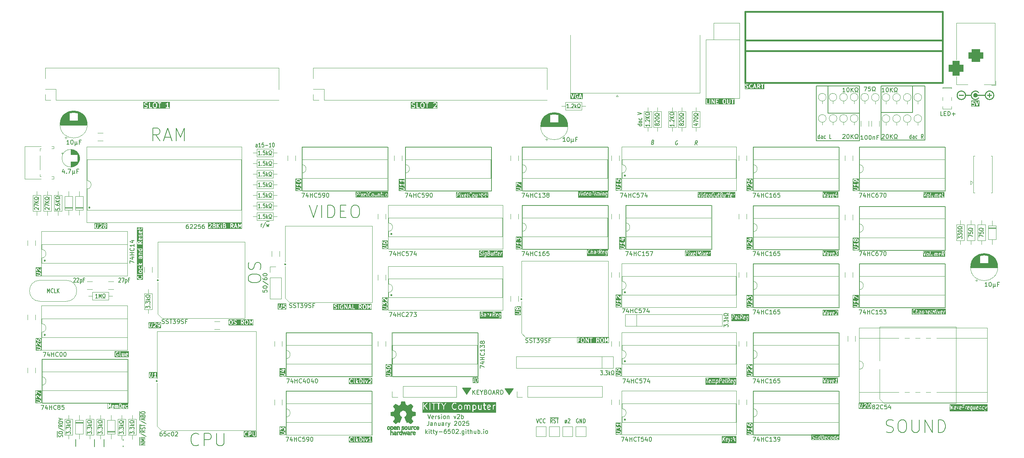
<source format=gbr>
%TF.GenerationSoftware,KiCad,Pcbnew,8.0.6*%
%TF.CreationDate,2025-01-18T12:45:16+00:00*%
%TF.ProjectId,v2b,7632622e-6b69-4636-9164-5f7063625858,rev?*%
%TF.SameCoordinates,Original*%
%TF.FileFunction,Legend,Top*%
%TF.FilePolarity,Positive*%
%FSLAX46Y46*%
G04 Gerber Fmt 4.6, Leading zero omitted, Abs format (unit mm)*
G04 Created by KiCad (PCBNEW 8.0.6) date 2025-01-18 12:45:16*
%MOMM*%
%LPD*%
G01*
G04 APERTURE LIST*
G04 Aperture macros list*
%AMRoundRect*
0 Rectangle with rounded corners*
0 $1 Rounding radius*
0 $2 $3 $4 $5 $6 $7 $8 $9 X,Y pos of 4 corners*
0 Add a 4 corners polygon primitive as box body*
4,1,4,$2,$3,$4,$5,$6,$7,$8,$9,$2,$3,0*
0 Add four circle primitives for the rounded corners*
1,1,$1+$1,$2,$3*
1,1,$1+$1,$4,$5*
1,1,$1+$1,$6,$7*
1,1,$1+$1,$8,$9*
0 Add four rect primitives between the rounded corners*
20,1,$1+$1,$2,$3,$4,$5,0*
20,1,$1+$1,$4,$5,$6,$7,0*
20,1,$1+$1,$6,$7,$8,$9,0*
20,1,$1+$1,$8,$9,$2,$3,0*%
G04 Aperture macros list end*
%ADD10C,0.150000*%
%ADD11C,0.200000*%
%ADD12C,0.160000*%
%ADD13C,0.120000*%
%ADD14C,0.300000*%
%ADD15C,0.010000*%
%ADD16C,0.500000*%
%ADD17C,0.100000*%
%ADD18C,0.000000*%
%ADD19C,0.381000*%
%ADD20C,1.600000*%
%ADD21R,1.600000X1.600000*%
%ADD22O,1.600000X1.600000*%
%ADD23R,1.422400X1.422400*%
%ADD24C,1.422400*%
%ADD25R,1.600000X2.400000*%
%ADD26O,1.600000X2.400000*%
%ADD27R,3.500000X3.500000*%
%ADD28RoundRect,0.750000X-1.000000X0.750000X-1.000000X-0.750000X1.000000X-0.750000X1.000000X0.750000X0*%
%ADD29RoundRect,0.875000X-0.875000X0.875000X-0.875000X-0.875000X0.875000X-0.875000X0.875000X0.875000X0*%
%ADD30C,4.000000*%
%ADD31C,1.400000*%
%ADD32R,1.200000X1.200000*%
%ADD33C,1.200000*%
%ADD34R,1.500000X1.500000*%
%ADD35O,1.500000X1.500000*%
%ADD36C,5.500000*%
%ADD37C,2.100000*%
%ADD38C,1.750000*%
%ADD39R,1.700000X1.700000*%
%ADD40O,1.700000X1.700000*%
%ADD41O,2.000000X1.000000*%
%ADD42O,2.700000X2.000000*%
%ADD43R,2.000000X2.000000*%
%ADD44C,1.998980*%
%ADD45C,2.200000*%
%ADD46R,1.800000X1.800000*%
%ADD47C,1.800000*%
%ADD48C,1.700000*%
%ADD49O,2.700000X1.500000*%
%ADD50C,1.500000*%
G04 APERTURE END LIST*
D10*
X156210000Y-126487538D02*
X155210000Y-124987538D01*
X157210000Y-124987538D01*
X156210000Y-126487538D01*
G36*
X156210000Y-126487538D02*
G01*
X155210000Y-124987538D01*
X157210000Y-124987538D01*
X156210000Y-126487538D01*
G37*
X56997600Y-138938000D02*
X56997600Y-137109200D01*
X232537000Y-52578000D02*
X240030000Y-52578000D01*
X240030000Y-59055000D01*
X232537000Y-59055000D01*
X232537000Y-52578000D01*
X245160800Y-52578000D02*
X252730000Y-52578000D01*
X252730000Y-58928000D01*
X245160800Y-58928000D01*
X245160800Y-52578000D01*
X52476400Y-138836400D02*
X52476400Y-137160000D01*
X146050000Y-126365000D02*
X145050000Y-124865000D01*
X147050000Y-124865000D01*
X146050000Y-126365000D01*
G36*
X146050000Y-126365000D02*
G01*
X145050000Y-124865000D01*
X147050000Y-124865000D01*
X146050000Y-126365000D01*
G37*
X229743000Y-52578000D02*
X240030000Y-52578000D01*
X240030000Y-65659000D01*
X229743000Y-65659000D01*
X229743000Y-52578000D01*
X63881000Y-138938000D02*
X63881000Y-137160000D01*
X59283600Y-138887200D02*
X59283600Y-137109200D01*
X245160800Y-52578000D02*
X255701800Y-52578000D01*
X255701800Y-65532000D01*
X245160800Y-65532000D01*
X245160800Y-52578000D01*
D11*
X236605482Y-53969219D02*
X236034054Y-53969219D01*
X236319768Y-53969219D02*
X236319768Y-52969219D01*
X236319768Y-52969219D02*
X236224530Y-53112076D01*
X236224530Y-53112076D02*
X236129292Y-53207314D01*
X236129292Y-53207314D02*
X236034054Y-53254933D01*
X237224530Y-52969219D02*
X237319768Y-52969219D01*
X237319768Y-52969219D02*
X237415006Y-53016838D01*
X237415006Y-53016838D02*
X237462625Y-53064457D01*
X237462625Y-53064457D02*
X237510244Y-53159695D01*
X237510244Y-53159695D02*
X237557863Y-53350171D01*
X237557863Y-53350171D02*
X237557863Y-53588266D01*
X237557863Y-53588266D02*
X237510244Y-53778742D01*
X237510244Y-53778742D02*
X237462625Y-53873980D01*
X237462625Y-53873980D02*
X237415006Y-53921600D01*
X237415006Y-53921600D02*
X237319768Y-53969219D01*
X237319768Y-53969219D02*
X237224530Y-53969219D01*
X237224530Y-53969219D02*
X237129292Y-53921600D01*
X237129292Y-53921600D02*
X237081673Y-53873980D01*
X237081673Y-53873980D02*
X237034054Y-53778742D01*
X237034054Y-53778742D02*
X236986435Y-53588266D01*
X236986435Y-53588266D02*
X236986435Y-53350171D01*
X236986435Y-53350171D02*
X237034054Y-53159695D01*
X237034054Y-53159695D02*
X237081673Y-53064457D01*
X237081673Y-53064457D02*
X237129292Y-53016838D01*
X237129292Y-53016838D02*
X237224530Y-52969219D01*
X237986435Y-53969219D02*
X237986435Y-52969219D01*
X238557863Y-53969219D02*
X238129292Y-53397790D01*
X238557863Y-52969219D02*
X237986435Y-53540647D01*
X238938816Y-53969219D02*
X239176911Y-53969219D01*
X239176911Y-53969219D02*
X239176911Y-53778742D01*
X239176911Y-53778742D02*
X239081673Y-53731123D01*
X239081673Y-53731123D02*
X238986435Y-53635885D01*
X238986435Y-53635885D02*
X238938816Y-53493028D01*
X238938816Y-53493028D02*
X238938816Y-53254933D01*
X238938816Y-53254933D02*
X238986435Y-53112076D01*
X238986435Y-53112076D02*
X239081673Y-53016838D01*
X239081673Y-53016838D02*
X239224530Y-52969219D01*
X239224530Y-52969219D02*
X239415006Y-52969219D01*
X239415006Y-52969219D02*
X239557863Y-53016838D01*
X239557863Y-53016838D02*
X239653101Y-53112076D01*
X239653101Y-53112076D02*
X239700720Y-53254933D01*
X239700720Y-53254933D02*
X239700720Y-53493028D01*
X239700720Y-53493028D02*
X239653101Y-53635885D01*
X239653101Y-53635885D02*
X239557863Y-53731123D01*
X239557863Y-53731123D02*
X239462625Y-53778742D01*
X239462625Y-53778742D02*
X239462625Y-53969219D01*
X239462625Y-53969219D02*
X239700720Y-53969219D01*
G36*
X135630762Y-56701070D02*
G01*
X135713989Y-56784297D01*
X135761428Y-56974052D01*
X135761428Y-57349432D01*
X135713989Y-57539188D01*
X135630762Y-57622414D01*
X135552107Y-57661742D01*
X135370749Y-57661742D01*
X135292093Y-57622414D01*
X135208866Y-57539187D01*
X135161428Y-57349432D01*
X135161428Y-56974052D01*
X135208866Y-56784297D01*
X135292093Y-56701070D01*
X135370749Y-56661742D01*
X135552106Y-56661742D01*
X135630762Y-56701070D01*
G37*
G36*
X139066190Y-57995075D02*
G01*
X132713809Y-57995075D01*
X132713809Y-56790314D01*
X132847142Y-56790314D01*
X132847142Y-56904600D01*
X132849063Y-56924109D01*
X132850438Y-56927429D01*
X132850693Y-56931013D01*
X132857699Y-56949322D01*
X132914843Y-57063607D01*
X132920127Y-57072003D01*
X132921138Y-57074442D01*
X132923389Y-57077185D01*
X132925285Y-57080197D01*
X132927282Y-57081929D01*
X132933574Y-57089596D01*
X132990717Y-57146738D01*
X132998383Y-57153030D01*
X133000116Y-57155028D01*
X133003125Y-57156922D01*
X133005870Y-57159175D01*
X133008308Y-57160185D01*
X133016706Y-57165471D01*
X133130992Y-57222614D01*
X133132418Y-57223159D01*
X133132999Y-57223590D01*
X133141181Y-57226513D01*
X133149300Y-57229620D01*
X133150020Y-57229671D01*
X133151459Y-57230185D01*
X133369380Y-57284665D01*
X133459335Y-57329642D01*
X133493526Y-57363833D01*
X133532856Y-57442491D01*
X133532856Y-57509563D01*
X133493526Y-57588222D01*
X133459335Y-57622413D01*
X133380678Y-57661742D01*
X133134798Y-57661742D01*
X132978764Y-57609732D01*
X132959649Y-57605385D01*
X132920729Y-57608151D01*
X132885830Y-57625601D01*
X132860265Y-57655077D01*
X132847927Y-57692093D01*
X132850693Y-57731013D01*
X132868143Y-57765912D01*
X132897619Y-57791477D01*
X132915520Y-57799468D01*
X133086949Y-57856611D01*
X133096621Y-57858810D01*
X133099062Y-57859821D01*
X133102599Y-57860169D01*
X133106064Y-57860957D01*
X133108697Y-57860769D01*
X133118571Y-57861742D01*
X133404285Y-57861742D01*
X133423794Y-57859821D01*
X133427114Y-57858445D01*
X133430697Y-57858191D01*
X133449006Y-57851185D01*
X133563292Y-57794043D01*
X133571687Y-57788758D01*
X133574129Y-57787747D01*
X133576876Y-57785491D01*
X133579882Y-57783600D01*
X133581612Y-57781604D01*
X133589282Y-57775310D01*
X133646425Y-57718167D01*
X133652716Y-57710500D01*
X133654713Y-57708769D01*
X133656607Y-57705758D01*
X133658861Y-57703013D01*
X133659871Y-57700574D01*
X133665156Y-57692178D01*
X133722299Y-57577892D01*
X133729305Y-57559584D01*
X133729559Y-57556000D01*
X133730935Y-57552680D01*
X133732856Y-57533171D01*
X133732856Y-57418885D01*
X133730935Y-57399376D01*
X133729559Y-57396055D01*
X133729305Y-57392472D01*
X133722299Y-57374164D01*
X133665156Y-57259878D01*
X133659870Y-57251481D01*
X133658861Y-57249044D01*
X133656608Y-57246299D01*
X133654713Y-57243288D01*
X133652716Y-57241556D01*
X133646425Y-57233890D01*
X133589282Y-57176747D01*
X133581615Y-57170454D01*
X133579883Y-57168457D01*
X133576873Y-57166562D01*
X133574129Y-57164310D01*
X133571690Y-57163299D01*
X133563293Y-57158014D01*
X133449006Y-57100871D01*
X133447581Y-57100325D01*
X133447000Y-57099895D01*
X133438808Y-57096968D01*
X133430698Y-57093865D01*
X133429977Y-57093813D01*
X133428539Y-57093300D01*
X133210615Y-57038819D01*
X133120662Y-56993841D01*
X133086470Y-56959648D01*
X133047142Y-56880992D01*
X133047142Y-56813921D01*
X133086470Y-56735264D01*
X133120662Y-56701071D01*
X133199320Y-56661742D01*
X133445201Y-56661742D01*
X133601233Y-56713753D01*
X133620348Y-56718100D01*
X133659268Y-56715334D01*
X133694167Y-56697884D01*
X133719732Y-56668408D01*
X133732071Y-56631393D01*
X133729305Y-56592473D01*
X133713939Y-56561742D01*
X134047142Y-56561742D01*
X134047142Y-57761742D01*
X134049063Y-57781251D01*
X134063995Y-57817299D01*
X134091585Y-57844889D01*
X134127633Y-57859821D01*
X134147142Y-57861742D01*
X134718570Y-57861742D01*
X134738079Y-57859821D01*
X134774127Y-57844889D01*
X134801717Y-57817299D01*
X134816649Y-57781251D01*
X134816649Y-57742233D01*
X134801717Y-57706185D01*
X134774127Y-57678595D01*
X134738079Y-57663663D01*
X134718570Y-57661742D01*
X134247142Y-57661742D01*
X134247142Y-56961742D01*
X134961428Y-56961742D01*
X134961428Y-57361742D01*
X134961763Y-57365144D01*
X134961546Y-57366603D01*
X134962625Y-57373900D01*
X134963349Y-57381251D01*
X134963913Y-57382614D01*
X134964414Y-57385996D01*
X135021557Y-57614568D01*
X135028152Y-57633029D01*
X135032579Y-57639004D01*
X135035424Y-57645871D01*
X135047860Y-57661025D01*
X135162146Y-57775311D01*
X135169816Y-57781605D01*
X135171546Y-57783600D01*
X135174553Y-57785493D01*
X135177300Y-57787747D01*
X135179739Y-57788757D01*
X135188136Y-57794043D01*
X135302421Y-57851185D01*
X135320729Y-57858191D01*
X135324312Y-57858445D01*
X135327633Y-57859821D01*
X135347142Y-57861742D01*
X135575714Y-57861742D01*
X135595223Y-57859821D01*
X135598543Y-57858445D01*
X135602127Y-57858191D01*
X135620435Y-57851185D01*
X135734720Y-57794043D01*
X135743116Y-57788757D01*
X135745556Y-57787747D01*
X135748302Y-57785493D01*
X135751310Y-57783600D01*
X135753040Y-57781605D01*
X135760710Y-57775311D01*
X135874996Y-57661025D01*
X135887432Y-57645871D01*
X135890277Y-57639002D01*
X135894704Y-57633028D01*
X135901299Y-57614568D01*
X135958442Y-57385995D01*
X135958941Y-57382615D01*
X135959507Y-57381251D01*
X135960230Y-57373899D01*
X135961310Y-57366603D01*
X135961092Y-57365144D01*
X135961428Y-57361742D01*
X135961428Y-56961742D01*
X135961092Y-56958339D01*
X135961310Y-56956881D01*
X135960230Y-56949584D01*
X135959507Y-56942233D01*
X135958941Y-56940868D01*
X135958442Y-56937489D01*
X135901299Y-56708917D01*
X135894704Y-56690457D01*
X135890277Y-56684482D01*
X135887432Y-56677614D01*
X135874996Y-56662460D01*
X135760710Y-56548174D01*
X135753471Y-56542233D01*
X136106206Y-56542233D01*
X136106206Y-56581251D01*
X136121138Y-56617299D01*
X136148728Y-56644889D01*
X136184776Y-56659821D01*
X136204285Y-56661742D01*
X136447142Y-56661742D01*
X136447142Y-57761742D01*
X136449063Y-57781251D01*
X136463995Y-57817299D01*
X136491585Y-57844889D01*
X136527633Y-57859821D01*
X136566651Y-57859821D01*
X136602699Y-57844889D01*
X136630289Y-57817299D01*
X136645221Y-57781251D01*
X136647142Y-57761742D01*
X136647142Y-57742233D01*
X137991921Y-57742233D01*
X137991921Y-57781251D01*
X138006853Y-57817299D01*
X138034443Y-57844889D01*
X138070491Y-57859821D01*
X138090000Y-57861742D01*
X138832857Y-57861742D01*
X138852366Y-57859821D01*
X138888414Y-57844889D01*
X138916004Y-57817299D01*
X138930936Y-57781251D01*
X138930936Y-57742233D01*
X138916004Y-57706185D01*
X138888414Y-57678595D01*
X138852366Y-57663663D01*
X138832857Y-57661742D01*
X138331422Y-57661742D01*
X138846425Y-57146739D01*
X138858861Y-57131585D01*
X138860235Y-57128266D01*
X138862591Y-57125551D01*
X138870582Y-57107651D01*
X138927725Y-56936223D01*
X138929924Y-56926550D01*
X138930936Y-56924109D01*
X138931284Y-56920571D01*
X138932072Y-56917108D01*
X138931884Y-56914473D01*
X138932857Y-56904600D01*
X138932857Y-56790314D01*
X138930936Y-56770805D01*
X138929560Y-56767484D01*
X138929306Y-56763901D01*
X138922300Y-56745593D01*
X138865157Y-56631307D01*
X138859872Y-56622910D01*
X138858862Y-56620472D01*
X138856608Y-56617726D01*
X138854714Y-56614716D01*
X138852717Y-56612984D01*
X138846426Y-56605318D01*
X138789283Y-56548175D01*
X138781616Y-56541882D01*
X138779884Y-56539885D01*
X138776874Y-56537990D01*
X138774130Y-56535738D01*
X138771691Y-56534727D01*
X138763294Y-56529442D01*
X138649007Y-56472299D01*
X138630699Y-56465293D01*
X138627115Y-56465038D01*
X138623795Y-56463663D01*
X138604286Y-56461742D01*
X138318572Y-56461742D01*
X138299063Y-56463663D01*
X138295742Y-56465038D01*
X138292159Y-56465293D01*
X138273851Y-56472299D01*
X138159565Y-56529442D01*
X138151168Y-56534727D01*
X138148728Y-56535738D01*
X138145982Y-56537991D01*
X138142974Y-56539885D01*
X138141241Y-56541882D01*
X138133575Y-56548175D01*
X138076432Y-56605317D01*
X138063996Y-56620471D01*
X138049064Y-56656519D01*
X138049064Y-56695537D01*
X138063996Y-56731585D01*
X138091586Y-56759175D01*
X138127634Y-56774107D01*
X138166652Y-56774107D01*
X138202700Y-56759175D01*
X138217854Y-56746739D01*
X138263521Y-56701070D01*
X138342180Y-56661742D01*
X138580679Y-56661742D01*
X138659336Y-56701070D01*
X138693527Y-56735262D01*
X138732857Y-56813921D01*
X138732857Y-56888372D01*
X138688311Y-57022008D01*
X138019289Y-57691031D01*
X138006853Y-57706185D01*
X137991921Y-57742233D01*
X136647142Y-57742233D01*
X136647142Y-56661742D01*
X136890000Y-56661742D01*
X136909509Y-56659821D01*
X136945557Y-56644889D01*
X136973147Y-56617299D01*
X136988079Y-56581251D01*
X136988079Y-56542233D01*
X136973147Y-56506185D01*
X136945557Y-56478595D01*
X136909509Y-56463663D01*
X136890000Y-56461742D01*
X136204285Y-56461742D01*
X136184776Y-56463663D01*
X136148728Y-56478595D01*
X136121138Y-56506185D01*
X136106206Y-56542233D01*
X135753471Y-56542233D01*
X135753043Y-56541882D01*
X135751311Y-56539885D01*
X135748299Y-56537989D01*
X135745556Y-56535738D01*
X135743117Y-56534727D01*
X135734721Y-56529443D01*
X135620436Y-56472299D01*
X135602127Y-56465293D01*
X135598543Y-56465038D01*
X135595223Y-56463663D01*
X135575714Y-56461742D01*
X135347142Y-56461742D01*
X135327633Y-56463663D01*
X135324312Y-56465038D01*
X135320729Y-56465293D01*
X135302421Y-56472299D01*
X135188135Y-56529442D01*
X135179736Y-56534728D01*
X135177300Y-56535738D01*
X135174556Y-56537989D01*
X135171545Y-56539885D01*
X135169812Y-56541882D01*
X135162146Y-56548174D01*
X135047860Y-56662460D01*
X135035424Y-56677614D01*
X135032579Y-56684480D01*
X135028152Y-56690456D01*
X135021557Y-56708917D01*
X134964414Y-56937488D01*
X134963913Y-56940869D01*
X134963349Y-56942233D01*
X134962625Y-56949583D01*
X134961546Y-56956881D01*
X134961763Y-56958339D01*
X134961428Y-56961742D01*
X134247142Y-56961742D01*
X134247142Y-56561742D01*
X134245221Y-56542233D01*
X134230289Y-56506185D01*
X134202699Y-56478595D01*
X134166651Y-56463663D01*
X134127633Y-56463663D01*
X134091585Y-56478595D01*
X134063995Y-56506185D01*
X134049063Y-56542233D01*
X134047142Y-56561742D01*
X133713939Y-56561742D01*
X133711855Y-56557574D01*
X133682379Y-56532008D01*
X133664479Y-56524017D01*
X133493051Y-56466874D01*
X133483378Y-56464674D01*
X133480937Y-56463663D01*
X133477399Y-56463314D01*
X133473936Y-56462527D01*
X133471301Y-56462714D01*
X133461428Y-56461742D01*
X133175713Y-56461742D01*
X133156204Y-56463663D01*
X133152883Y-56465038D01*
X133149300Y-56465293D01*
X133130992Y-56472299D01*
X133016706Y-56529442D01*
X133008308Y-56534727D01*
X133005870Y-56535738D01*
X133003125Y-56537990D01*
X133000116Y-56539885D01*
X132998383Y-56541882D01*
X132990717Y-56548175D01*
X132933574Y-56605317D01*
X132927282Y-56612983D01*
X132925285Y-56614716D01*
X132923389Y-56617727D01*
X132921138Y-56620471D01*
X132920128Y-56622907D01*
X132914842Y-56631306D01*
X132857699Y-56745593D01*
X132850693Y-56763901D01*
X132850438Y-56767484D01*
X132849063Y-56770805D01*
X132847142Y-56790314D01*
X132713809Y-56790314D01*
X132713809Y-56328409D01*
X139066190Y-56328409D01*
X139066190Y-57995075D01*
G37*
D10*
X166566905Y-133219819D02*
X166300238Y-132743628D01*
X166109762Y-133219819D02*
X166109762Y-132219819D01*
X166109762Y-132219819D02*
X166414524Y-132219819D01*
X166414524Y-132219819D02*
X166490714Y-132267438D01*
X166490714Y-132267438D02*
X166528809Y-132315057D01*
X166528809Y-132315057D02*
X166566905Y-132410295D01*
X166566905Y-132410295D02*
X166566905Y-132553152D01*
X166566905Y-132553152D02*
X166528809Y-132648390D01*
X166528809Y-132648390D02*
X166490714Y-132696009D01*
X166490714Y-132696009D02*
X166414524Y-132743628D01*
X166414524Y-132743628D02*
X166109762Y-132743628D01*
X166871666Y-133172200D02*
X166985952Y-133219819D01*
X166985952Y-133219819D02*
X167176428Y-133219819D01*
X167176428Y-133219819D02*
X167252619Y-133172200D01*
X167252619Y-133172200D02*
X167290714Y-133124580D01*
X167290714Y-133124580D02*
X167328809Y-133029342D01*
X167328809Y-133029342D02*
X167328809Y-132934104D01*
X167328809Y-132934104D02*
X167290714Y-132838866D01*
X167290714Y-132838866D02*
X167252619Y-132791247D01*
X167252619Y-132791247D02*
X167176428Y-132743628D01*
X167176428Y-132743628D02*
X167024047Y-132696009D01*
X167024047Y-132696009D02*
X166947857Y-132648390D01*
X166947857Y-132648390D02*
X166909762Y-132600771D01*
X166909762Y-132600771D02*
X166871666Y-132505533D01*
X166871666Y-132505533D02*
X166871666Y-132410295D01*
X166871666Y-132410295D02*
X166909762Y-132315057D01*
X166909762Y-132315057D02*
X166947857Y-132267438D01*
X166947857Y-132267438D02*
X167024047Y-132219819D01*
X167024047Y-132219819D02*
X167214524Y-132219819D01*
X167214524Y-132219819D02*
X167328809Y-132267438D01*
X167557381Y-132219819D02*
X168014524Y-132219819D01*
X167785952Y-133219819D02*
X167785952Y-132219819D01*
X165999286Y-131942200D02*
X168010715Y-131942200D01*
D11*
G36*
X89753858Y-108752023D02*
G01*
X89818037Y-108816202D01*
X89855952Y-108967861D01*
X89855952Y-109276575D01*
X89818036Y-109428235D01*
X89753860Y-109492413D01*
X89694250Y-109522219D01*
X89550988Y-109522219D01*
X89491378Y-109492414D01*
X89427201Y-109428236D01*
X89389286Y-109276575D01*
X89389286Y-108967862D01*
X89427201Y-108816202D01*
X89491380Y-108752023D01*
X89550988Y-108722219D01*
X89694250Y-108722219D01*
X89753858Y-108752023D01*
G37*
G36*
X93515763Y-108752023D02*
G01*
X93579942Y-108816202D01*
X93617857Y-108967861D01*
X93617857Y-109276575D01*
X93579941Y-109428235D01*
X93515765Y-109492413D01*
X93456155Y-109522219D01*
X93312893Y-109522219D01*
X93253283Y-109492414D01*
X93189106Y-109428236D01*
X93151191Y-109276575D01*
X93151191Y-108967862D01*
X93189106Y-108816202D01*
X93253285Y-108752023D01*
X93312893Y-108722219D01*
X93456155Y-108722219D01*
X93515763Y-108752023D01*
G37*
G36*
X92515764Y-108752024D02*
G01*
X92540433Y-108776692D01*
X92570238Y-108836302D01*
X92570238Y-108931945D01*
X92540433Y-108991554D01*
X92515764Y-109016222D01*
X92456155Y-109046028D01*
X92198810Y-109046028D01*
X92198810Y-108722219D01*
X92456155Y-108722219D01*
X92515764Y-108752024D01*
G37*
G36*
X95024206Y-109833330D02*
G01*
X89078175Y-109833330D01*
X89078175Y-108955552D01*
X89189286Y-108955552D01*
X89189286Y-109288885D01*
X89189621Y-109292287D01*
X89189404Y-109293746D01*
X89190483Y-109301043D01*
X89191207Y-109308394D01*
X89191771Y-109309757D01*
X89192272Y-109313139D01*
X89239891Y-109503614D01*
X89246486Y-109522075D01*
X89250911Y-109528047D01*
X89253757Y-109534918D01*
X89266194Y-109550071D01*
X89361432Y-109645311D01*
X89369100Y-109651604D01*
X89370831Y-109653600D01*
X89373838Y-109655493D01*
X89376585Y-109657747D01*
X89379025Y-109658757D01*
X89387422Y-109664043D01*
X89482659Y-109711662D01*
X89500968Y-109718668D01*
X89504551Y-109718922D01*
X89507872Y-109720298D01*
X89527381Y-109722219D01*
X89717857Y-109722219D01*
X89737366Y-109720298D01*
X89740686Y-109718922D01*
X89744270Y-109718668D01*
X89762578Y-109711662D01*
X89857816Y-109664043D01*
X89866211Y-109658758D01*
X89868653Y-109657747D01*
X89871400Y-109655491D01*
X89874406Y-109653600D01*
X89876136Y-109651605D01*
X89883806Y-109645310D01*
X89979044Y-109550071D01*
X89991481Y-109534918D01*
X89994326Y-109528047D01*
X89998752Y-109522075D01*
X90005347Y-109503615D01*
X90052966Y-109313139D01*
X90053466Y-109309757D01*
X90054031Y-109308394D01*
X90054754Y-109301043D01*
X90055834Y-109293746D01*
X90055616Y-109292287D01*
X90055952Y-109288885D01*
X90055952Y-108955552D01*
X90055616Y-108952149D01*
X90055834Y-108950691D01*
X90054754Y-108943393D01*
X90054031Y-108936043D01*
X90053466Y-108934679D01*
X90052966Y-108931298D01*
X90023315Y-108812695D01*
X90236905Y-108812695D01*
X90236905Y-108907933D01*
X90238826Y-108927442D01*
X90240201Y-108930762D01*
X90240456Y-108934346D01*
X90247462Y-108952654D01*
X90295081Y-109047892D01*
X90300366Y-109056288D01*
X90301377Y-109058728D01*
X90303630Y-109061474D01*
X90305524Y-109064482D01*
X90307518Y-109066211D01*
X90313813Y-109073882D01*
X90361432Y-109121500D01*
X90369098Y-109127792D01*
X90370831Y-109129790D01*
X90373839Y-109131683D01*
X90376585Y-109133937D01*
X90379025Y-109134947D01*
X90387422Y-109140233D01*
X90482659Y-109187852D01*
X90484087Y-109188398D01*
X90484667Y-109188828D01*
X90492843Y-109191749D01*
X90500968Y-109194858D01*
X90501688Y-109194909D01*
X90503127Y-109195423D01*
X90682952Y-109240379D01*
X90753859Y-109275833D01*
X90778528Y-109300501D01*
X90808333Y-109360111D01*
X90808333Y-109408135D01*
X90778528Y-109467743D01*
X90753859Y-109492413D01*
X90694250Y-109522219D01*
X90495988Y-109522219D01*
X90368528Y-109479732D01*
X90349412Y-109475385D01*
X90310492Y-109478151D01*
X90275593Y-109495601D01*
X90250028Y-109525077D01*
X90237690Y-109562093D01*
X90240456Y-109601013D01*
X90257906Y-109635912D01*
X90287382Y-109661477D01*
X90305282Y-109669468D01*
X90448139Y-109717087D01*
X90457811Y-109719286D01*
X90460253Y-109720298D01*
X90463790Y-109720646D01*
X90467254Y-109721434D01*
X90469888Y-109721246D01*
X90479762Y-109722219D01*
X90717857Y-109722219D01*
X90737366Y-109720298D01*
X90740686Y-109718922D01*
X90744270Y-109718668D01*
X90762578Y-109711662D01*
X90857816Y-109664043D01*
X90866211Y-109658758D01*
X90868653Y-109657747D01*
X90871400Y-109655491D01*
X90874406Y-109653600D01*
X90876136Y-109651605D01*
X90883806Y-109645310D01*
X90931425Y-109597690D01*
X90937717Y-109590023D01*
X90939714Y-109588292D01*
X90941607Y-109585284D01*
X90943862Y-109582537D01*
X90944873Y-109580095D01*
X90950157Y-109571701D01*
X90997776Y-109476464D01*
X91004782Y-109458155D01*
X91005036Y-109454571D01*
X91006412Y-109451251D01*
X91008333Y-109431742D01*
X91008333Y-109336504D01*
X91006412Y-109316995D01*
X91005036Y-109313674D01*
X91004782Y-109310091D01*
X90997776Y-109291782D01*
X90950157Y-109196545D01*
X90944871Y-109188148D01*
X90943861Y-109185708D01*
X90941607Y-109182962D01*
X90939714Y-109179954D01*
X90937716Y-109178221D01*
X90931424Y-109170555D01*
X90883806Y-109122936D01*
X90876135Y-109116641D01*
X90874406Y-109114647D01*
X90871398Y-109112753D01*
X90868652Y-109110500D01*
X90866212Y-109109489D01*
X90857816Y-109104204D01*
X90762578Y-109056585D01*
X90761151Y-109056039D01*
X90760571Y-109055609D01*
X90752394Y-109052687D01*
X90744270Y-109049579D01*
X90743547Y-109049527D01*
X90742110Y-109049014D01*
X90562285Y-109004057D01*
X90491378Y-108968604D01*
X90466710Y-108943935D01*
X90436905Y-108884325D01*
X90436905Y-108836302D01*
X90466710Y-108776692D01*
X90491378Y-108752023D01*
X90550988Y-108722219D01*
X90749249Y-108722219D01*
X90876710Y-108764706D01*
X90895825Y-108769053D01*
X90934745Y-108766287D01*
X90969644Y-108748837D01*
X90995209Y-108719361D01*
X91007548Y-108682345D01*
X91004781Y-108643425D01*
X90994178Y-108622219D01*
X91998810Y-108622219D01*
X91998810Y-109622219D01*
X92000731Y-109641728D01*
X92015663Y-109677776D01*
X92043253Y-109705366D01*
X92079301Y-109720298D01*
X92118319Y-109720298D01*
X92154367Y-109705366D01*
X92181957Y-109677776D01*
X92196889Y-109641728D01*
X92198810Y-109622219D01*
X92198810Y-109246028D01*
X92284840Y-109246028D01*
X92588315Y-109679565D01*
X92601076Y-109694446D01*
X92633981Y-109715415D01*
X92672406Y-109722196D01*
X92710500Y-109713756D01*
X92742465Y-109691381D01*
X92763434Y-109658476D01*
X92770215Y-109620052D01*
X92761775Y-109581957D01*
X92752161Y-109564873D01*
X92522193Y-109236347D01*
X92524483Y-109235471D01*
X92619721Y-109187852D01*
X92628117Y-109182566D01*
X92630557Y-109181556D01*
X92633303Y-109179302D01*
X92636311Y-109177409D01*
X92638040Y-109175414D01*
X92645711Y-109169120D01*
X92693329Y-109121501D01*
X92699621Y-109113834D01*
X92701619Y-109112102D01*
X92703512Y-109109093D01*
X92705766Y-109106348D01*
X92706776Y-109103907D01*
X92712062Y-109095511D01*
X92759681Y-109000274D01*
X92766687Y-108981965D01*
X92766941Y-108978381D01*
X92768317Y-108975061D01*
X92770238Y-108955552D01*
X92951191Y-108955552D01*
X92951191Y-109288885D01*
X92951526Y-109292287D01*
X92951309Y-109293746D01*
X92952388Y-109301043D01*
X92953112Y-109308394D01*
X92953676Y-109309757D01*
X92954177Y-109313139D01*
X93001796Y-109503614D01*
X93008391Y-109522075D01*
X93012816Y-109528047D01*
X93015662Y-109534918D01*
X93028099Y-109550071D01*
X93123337Y-109645311D01*
X93131005Y-109651604D01*
X93132736Y-109653600D01*
X93135743Y-109655493D01*
X93138490Y-109657747D01*
X93140930Y-109658757D01*
X93149327Y-109664043D01*
X93244564Y-109711662D01*
X93262873Y-109718668D01*
X93266456Y-109718922D01*
X93269777Y-109720298D01*
X93289286Y-109722219D01*
X93479762Y-109722219D01*
X93499271Y-109720298D01*
X93502591Y-109718922D01*
X93506175Y-109718668D01*
X93524483Y-109711662D01*
X93619721Y-109664043D01*
X93628116Y-109658758D01*
X93630558Y-109657747D01*
X93633305Y-109655491D01*
X93636311Y-109653600D01*
X93638041Y-109651605D01*
X93645711Y-109645310D01*
X93740949Y-109550071D01*
X93753386Y-109534918D01*
X93756231Y-109528047D01*
X93760657Y-109522075D01*
X93767252Y-109503615D01*
X93814871Y-109313139D01*
X93815371Y-109309757D01*
X93815936Y-109308394D01*
X93816659Y-109301043D01*
X93817739Y-109293746D01*
X93817521Y-109292287D01*
X93817857Y-109288885D01*
X93817857Y-108955552D01*
X93817521Y-108952149D01*
X93817739Y-108950691D01*
X93816659Y-108943393D01*
X93815936Y-108936043D01*
X93815371Y-108934679D01*
X93814871Y-108931298D01*
X93767252Y-108740822D01*
X93760657Y-108722362D01*
X93756230Y-108716387D01*
X93753385Y-108709519D01*
X93740949Y-108694365D01*
X93668803Y-108622219D01*
X94046429Y-108622219D01*
X94046429Y-109622219D01*
X94048350Y-109641728D01*
X94063282Y-109677776D01*
X94090872Y-109705366D01*
X94126920Y-109720298D01*
X94165938Y-109720298D01*
X94201986Y-109705366D01*
X94229576Y-109677776D01*
X94244508Y-109641728D01*
X94246429Y-109622219D01*
X94246429Y-109072975D01*
X94389144Y-109378793D01*
X94393376Y-109385938D01*
X94394256Y-109388356D01*
X94395821Y-109390065D01*
X94399135Y-109395659D01*
X94410345Y-109405925D01*
X94420607Y-109417131D01*
X94424632Y-109419009D01*
X94427910Y-109422011D01*
X94442192Y-109427204D01*
X94455965Y-109433632D01*
X94460404Y-109433827D01*
X94464579Y-109435345D01*
X94479762Y-109434677D01*
X94494945Y-109435345D01*
X94499118Y-109433827D01*
X94503560Y-109433632D01*
X94517344Y-109427199D01*
X94531614Y-109422010D01*
X94534887Y-109419012D01*
X94538917Y-109417132D01*
X94549186Y-109405917D01*
X94560389Y-109395659D01*
X94563700Y-109390068D01*
X94565269Y-109388356D01*
X94566149Y-109385934D01*
X94570380Y-109378793D01*
X94713095Y-109072974D01*
X94713095Y-109622219D01*
X94715016Y-109641728D01*
X94729948Y-109677776D01*
X94757538Y-109705366D01*
X94793586Y-109720298D01*
X94832604Y-109720298D01*
X94868652Y-109705366D01*
X94896242Y-109677776D01*
X94911174Y-109641728D01*
X94913095Y-109622219D01*
X94913095Y-108622219D01*
X94911832Y-108609395D01*
X94911936Y-108607036D01*
X94911475Y-108605768D01*
X94911174Y-108602710D01*
X94904533Y-108586679D01*
X94898602Y-108570367D01*
X94897095Y-108568721D01*
X94896242Y-108566662D01*
X94883980Y-108554400D01*
X94872250Y-108541591D01*
X94870226Y-108540646D01*
X94868652Y-108539072D01*
X94852636Y-108532437D01*
X94836893Y-108525091D01*
X94834663Y-108524993D01*
X94832604Y-108524140D01*
X94815252Y-108524140D01*
X94797912Y-108523378D01*
X94795816Y-108524140D01*
X94793586Y-108524140D01*
X94777555Y-108530780D01*
X94761243Y-108536712D01*
X94759597Y-108538218D01*
X94757538Y-108539072D01*
X94745270Y-108551339D01*
X94732468Y-108563064D01*
X94730901Y-108565708D01*
X94729948Y-108566662D01*
X94729044Y-108568843D01*
X94722477Y-108579930D01*
X94479761Y-109100033D01*
X94237047Y-108579930D01*
X94230479Y-108568843D01*
X94229576Y-108566662D01*
X94228622Y-108565708D01*
X94227056Y-108563064D01*
X94214259Y-108551345D01*
X94201986Y-108539072D01*
X94199924Y-108538218D01*
X94198281Y-108536713D01*
X94181979Y-108530784D01*
X94165938Y-108524140D01*
X94163707Y-108524140D01*
X94161612Y-108523378D01*
X94144272Y-108524140D01*
X94126920Y-108524140D01*
X94124860Y-108524993D01*
X94122632Y-108525091D01*
X94106901Y-108532432D01*
X94090872Y-108539072D01*
X94089295Y-108540648D01*
X94087274Y-108541592D01*
X94075555Y-108554388D01*
X94063282Y-108566662D01*
X94062428Y-108568723D01*
X94060923Y-108570367D01*
X94054994Y-108586668D01*
X94048350Y-108602710D01*
X94048048Y-108605768D01*
X94047588Y-108607036D01*
X94047691Y-108609395D01*
X94046429Y-108622219D01*
X93668803Y-108622219D01*
X93645711Y-108599127D01*
X93638040Y-108592832D01*
X93636311Y-108590838D01*
X93633303Y-108588944D01*
X93630557Y-108586691D01*
X93628117Y-108585680D01*
X93619721Y-108580395D01*
X93524483Y-108532776D01*
X93506175Y-108525770D01*
X93502591Y-108525515D01*
X93499271Y-108524140D01*
X93479762Y-108522219D01*
X93289286Y-108522219D01*
X93269777Y-108524140D01*
X93266456Y-108525515D01*
X93262873Y-108525770D01*
X93244564Y-108532776D01*
X93149327Y-108580395D01*
X93140928Y-108585681D01*
X93138491Y-108586691D01*
X93135747Y-108588942D01*
X93132736Y-108590838D01*
X93131003Y-108592835D01*
X93123337Y-108599127D01*
X93028099Y-108694365D01*
X93015663Y-108709519D01*
X93012817Y-108716387D01*
X93008391Y-108722362D01*
X93001796Y-108740823D01*
X92954177Y-108931298D01*
X92953676Y-108934679D01*
X92953112Y-108936043D01*
X92952388Y-108943393D01*
X92951309Y-108950691D01*
X92951526Y-108952149D01*
X92951191Y-108955552D01*
X92770238Y-108955552D01*
X92770238Y-108812695D01*
X92768317Y-108793186D01*
X92766941Y-108789865D01*
X92766687Y-108786282D01*
X92759681Y-108767973D01*
X92712062Y-108672736D01*
X92706776Y-108664339D01*
X92705766Y-108661899D01*
X92703512Y-108659153D01*
X92701619Y-108656145D01*
X92699621Y-108654412D01*
X92693329Y-108646746D01*
X92645711Y-108599127D01*
X92638040Y-108592832D01*
X92636311Y-108590838D01*
X92633303Y-108588944D01*
X92630557Y-108586691D01*
X92628117Y-108585680D01*
X92619721Y-108580395D01*
X92524483Y-108532776D01*
X92506175Y-108525770D01*
X92502591Y-108525515D01*
X92499271Y-108524140D01*
X92479762Y-108522219D01*
X92098810Y-108522219D01*
X92079301Y-108524140D01*
X92043253Y-108539072D01*
X92015663Y-108566662D01*
X92000731Y-108602710D01*
X91998810Y-108622219D01*
X90994178Y-108622219D01*
X90987332Y-108608526D01*
X90957856Y-108582961D01*
X90939955Y-108574970D01*
X90797099Y-108527351D01*
X90787427Y-108525151D01*
X90784985Y-108524140D01*
X90781446Y-108523791D01*
X90777983Y-108523004D01*
X90775349Y-108523191D01*
X90765476Y-108522219D01*
X90527381Y-108522219D01*
X90507872Y-108524140D01*
X90504551Y-108525515D01*
X90500968Y-108525770D01*
X90482659Y-108532776D01*
X90387422Y-108580395D01*
X90379025Y-108585680D01*
X90376585Y-108586691D01*
X90373839Y-108588944D01*
X90370831Y-108590838D01*
X90369098Y-108592835D01*
X90361432Y-108599128D01*
X90313813Y-108646746D01*
X90307518Y-108654416D01*
X90305524Y-108656146D01*
X90303630Y-108659153D01*
X90301377Y-108661900D01*
X90300366Y-108664339D01*
X90295081Y-108672736D01*
X90247462Y-108767974D01*
X90240456Y-108786282D01*
X90240201Y-108789865D01*
X90238826Y-108793186D01*
X90236905Y-108812695D01*
X90023315Y-108812695D01*
X90005347Y-108740822D01*
X89998752Y-108722362D01*
X89994325Y-108716387D01*
X89991480Y-108709519D01*
X89979044Y-108694365D01*
X89883806Y-108599127D01*
X89876135Y-108592832D01*
X89874406Y-108590838D01*
X89871398Y-108588944D01*
X89868652Y-108586691D01*
X89866212Y-108585680D01*
X89857816Y-108580395D01*
X89762578Y-108532776D01*
X89744270Y-108525770D01*
X89740686Y-108525515D01*
X89737366Y-108524140D01*
X89717857Y-108522219D01*
X89527381Y-108522219D01*
X89507872Y-108524140D01*
X89504551Y-108525515D01*
X89500968Y-108525770D01*
X89482659Y-108532776D01*
X89387422Y-108580395D01*
X89379023Y-108585681D01*
X89376586Y-108586691D01*
X89373842Y-108588942D01*
X89370831Y-108590838D01*
X89369098Y-108592835D01*
X89361432Y-108599127D01*
X89266194Y-108694365D01*
X89253758Y-108709519D01*
X89250912Y-108716387D01*
X89246486Y-108722362D01*
X89239891Y-108740823D01*
X89192272Y-108931298D01*
X89191771Y-108934679D01*
X89191207Y-108936043D01*
X89190483Y-108943393D01*
X89189404Y-108950691D01*
X89189621Y-108952149D01*
X89189286Y-108955552D01*
X89078175Y-108955552D01*
X89078175Y-108411108D01*
X95024206Y-108411108D01*
X95024206Y-109833330D01*
G37*
X240952380Y-65367219D02*
X240380952Y-65367219D01*
X240666666Y-65367219D02*
X240666666Y-64367219D01*
X240666666Y-64367219D02*
X240571428Y-64510076D01*
X240571428Y-64510076D02*
X240476190Y-64605314D01*
X240476190Y-64605314D02*
X240380952Y-64652933D01*
X241571428Y-64367219D02*
X241666666Y-64367219D01*
X241666666Y-64367219D02*
X241761904Y-64414838D01*
X241761904Y-64414838D02*
X241809523Y-64462457D01*
X241809523Y-64462457D02*
X241857142Y-64557695D01*
X241857142Y-64557695D02*
X241904761Y-64748171D01*
X241904761Y-64748171D02*
X241904761Y-64986266D01*
X241904761Y-64986266D02*
X241857142Y-65176742D01*
X241857142Y-65176742D02*
X241809523Y-65271980D01*
X241809523Y-65271980D02*
X241761904Y-65319600D01*
X241761904Y-65319600D02*
X241666666Y-65367219D01*
X241666666Y-65367219D02*
X241571428Y-65367219D01*
X241571428Y-65367219D02*
X241476190Y-65319600D01*
X241476190Y-65319600D02*
X241428571Y-65271980D01*
X241428571Y-65271980D02*
X241380952Y-65176742D01*
X241380952Y-65176742D02*
X241333333Y-64986266D01*
X241333333Y-64986266D02*
X241333333Y-64748171D01*
X241333333Y-64748171D02*
X241380952Y-64557695D01*
X241380952Y-64557695D02*
X241428571Y-64462457D01*
X241428571Y-64462457D02*
X241476190Y-64414838D01*
X241476190Y-64414838D02*
X241571428Y-64367219D01*
X242523809Y-64367219D02*
X242619047Y-64367219D01*
X242619047Y-64367219D02*
X242714285Y-64414838D01*
X242714285Y-64414838D02*
X242761904Y-64462457D01*
X242761904Y-64462457D02*
X242809523Y-64557695D01*
X242809523Y-64557695D02*
X242857142Y-64748171D01*
X242857142Y-64748171D02*
X242857142Y-64986266D01*
X242857142Y-64986266D02*
X242809523Y-65176742D01*
X242809523Y-65176742D02*
X242761904Y-65271980D01*
X242761904Y-65271980D02*
X242714285Y-65319600D01*
X242714285Y-65319600D02*
X242619047Y-65367219D01*
X242619047Y-65367219D02*
X242523809Y-65367219D01*
X242523809Y-65367219D02*
X242428571Y-65319600D01*
X242428571Y-65319600D02*
X242380952Y-65271980D01*
X242380952Y-65271980D02*
X242333333Y-65176742D01*
X242333333Y-65176742D02*
X242285714Y-64986266D01*
X242285714Y-64986266D02*
X242285714Y-64748171D01*
X242285714Y-64748171D02*
X242333333Y-64557695D01*
X242333333Y-64557695D02*
X242380952Y-64462457D01*
X242380952Y-64462457D02*
X242428571Y-64414838D01*
X242428571Y-64414838D02*
X242523809Y-64367219D01*
X243285714Y-64700552D02*
X243285714Y-65367219D01*
X243285714Y-64795790D02*
X243333333Y-64748171D01*
X243333333Y-64748171D02*
X243428571Y-64700552D01*
X243428571Y-64700552D02*
X243571428Y-64700552D01*
X243571428Y-64700552D02*
X243666666Y-64748171D01*
X243666666Y-64748171D02*
X243714285Y-64843409D01*
X243714285Y-64843409D02*
X243714285Y-65367219D01*
X244523809Y-64843409D02*
X244190476Y-64843409D01*
X244190476Y-65367219D02*
X244190476Y-64367219D01*
X244190476Y-64367219D02*
X244666666Y-64367219D01*
D10*
G36*
X256532121Y-78579726D02*
G01*
X256549282Y-78605149D01*
X256568251Y-78674128D01*
X256536075Y-78931532D01*
X256497013Y-79005934D01*
X256467374Y-79037979D01*
X256412450Y-79069819D01*
X256341359Y-79069819D01*
X256302160Y-79043243D01*
X256285001Y-79017822D01*
X256266032Y-78948842D01*
X256298207Y-78691438D01*
X256337270Y-78617033D01*
X256366911Y-78584990D01*
X256421832Y-78553152D01*
X256492924Y-78553152D01*
X256532121Y-78579726D01*
G37*
G36*
X259454543Y-78572327D02*
G01*
X259469443Y-78626509D01*
X259465812Y-78655558D01*
X259228846Y-78713004D01*
X259237494Y-78643819D01*
X259271104Y-78579800D01*
X259317072Y-78553152D01*
X259426259Y-78553152D01*
X259454543Y-78572327D01*
G37*
G36*
X260388718Y-79330930D02*
G01*
X255343052Y-79330930D01*
X255343052Y-78140649D01*
X255454163Y-78140649D01*
X255454788Y-78155339D01*
X255596454Y-79155339D01*
X255597421Y-79159311D01*
X255597452Y-79160875D01*
X255598244Y-79162686D01*
X255599934Y-79169624D01*
X255605102Y-79178376D01*
X255609173Y-79187688D01*
X255612479Y-79190869D01*
X255614814Y-79194822D01*
X255622936Y-79200928D01*
X255630262Y-79207976D01*
X255634537Y-79209650D01*
X255638204Y-79212407D01*
X255648044Y-79214940D01*
X255657511Y-79218648D01*
X255662099Y-79218558D01*
X255666543Y-79219703D01*
X255676609Y-79218277D01*
X255686769Y-79218080D01*
X255690971Y-79216242D01*
X255695518Y-79215599D01*
X255704274Y-79210427D01*
X255713582Y-79206359D01*
X255716762Y-79203052D01*
X255720716Y-79200718D01*
X255726822Y-79192595D01*
X255733870Y-79185270D01*
X255737114Y-79178906D01*
X255738301Y-79177328D01*
X255738690Y-79175813D01*
X255740548Y-79172171D01*
X255823751Y-78959737D01*
X256114955Y-78959737D01*
X256114955Y-78959738D01*
X256117446Y-78974228D01*
X256143635Y-79069466D01*
X256146400Y-79076667D01*
X256146795Y-79078606D01*
X256148000Y-79080835D01*
X256148905Y-79083192D01*
X256150115Y-79084748D01*
X256153787Y-79091540D01*
X256185930Y-79139160D01*
X256194305Y-79149269D01*
X256194705Y-79149875D01*
X256195036Y-79150151D01*
X256195311Y-79150482D01*
X256195913Y-79150880D01*
X256206007Y-79159278D01*
X256276245Y-79206897D01*
X256276544Y-79207059D01*
X256276664Y-79207179D01*
X256277085Y-79207353D01*
X256289164Y-79213915D01*
X256296643Y-79215455D01*
X256303700Y-79218378D01*
X256317382Y-79219725D01*
X256317827Y-79219817D01*
X256317991Y-79219785D01*
X256318332Y-79219819D01*
X256432618Y-79219819D01*
X256447250Y-79218378D01*
X256451882Y-79216459D01*
X256456851Y-79215796D01*
X256470233Y-79209705D01*
X256552376Y-79162085D01*
X256557108Y-79158681D01*
X256558826Y-79157890D01*
X256561456Y-79155553D01*
X256564312Y-79153500D01*
X256565460Y-79151998D01*
X256569819Y-79148127D01*
X256613867Y-79100507D01*
X256616033Y-79097646D01*
X256617136Y-79096728D01*
X256619811Y-79092659D01*
X256622744Y-79088787D01*
X256623239Y-79087444D01*
X256625213Y-79084443D01*
X256665684Y-79007356D01*
X256870907Y-79007356D01*
X256870907Y-79007358D01*
X256873398Y-79021848D01*
X256899589Y-79117087D01*
X256902048Y-79123495D01*
X256902421Y-79125434D01*
X256903313Y-79126789D01*
X256904858Y-79130813D01*
X256912059Y-79140071D01*
X256918515Y-79149875D01*
X256921830Y-79152633D01*
X256922825Y-79153912D01*
X256924538Y-79154886D01*
X256929817Y-79159278D01*
X257000055Y-79206897D01*
X257012974Y-79213915D01*
X257041637Y-79219817D01*
X257070375Y-79214302D01*
X257094816Y-79198208D01*
X257111238Y-79173986D01*
X257117140Y-79145324D01*
X257111624Y-79116585D01*
X257095531Y-79092144D01*
X257084229Y-79082741D01*
X257036884Y-79050643D01*
X257024980Y-79007356D01*
X257289955Y-79007356D01*
X257289955Y-79007358D01*
X257292446Y-79021848D01*
X257318637Y-79117087D01*
X257321096Y-79123495D01*
X257321469Y-79125434D01*
X257322361Y-79126789D01*
X257323906Y-79130813D01*
X257331107Y-79140071D01*
X257337563Y-79149875D01*
X257340878Y-79152633D01*
X257341873Y-79153912D01*
X257343586Y-79154886D01*
X257348865Y-79159278D01*
X257419103Y-79206897D01*
X257419402Y-79207059D01*
X257419522Y-79207179D01*
X257419943Y-79207353D01*
X257432022Y-79213915D01*
X257439501Y-79215455D01*
X257446558Y-79218378D01*
X257460240Y-79219725D01*
X257460685Y-79219817D01*
X257460849Y-79219785D01*
X257461190Y-79219819D01*
X257575476Y-79219819D01*
X257590108Y-79218378D01*
X257594740Y-79216459D01*
X257599709Y-79215796D01*
X257613091Y-79209705D01*
X257636489Y-79196140D01*
X257640680Y-79201529D01*
X257666118Y-79215995D01*
X257695156Y-79219625D01*
X257723372Y-79211866D01*
X257746471Y-79193900D01*
X257760937Y-79168462D01*
X257764182Y-79154122D01*
X257764671Y-79150214D01*
X257995908Y-79150214D01*
X258003667Y-79178430D01*
X258021633Y-79201529D01*
X258047071Y-79215995D01*
X258076109Y-79219625D01*
X258104325Y-79211866D01*
X258127424Y-79193900D01*
X258141890Y-79168462D01*
X258145135Y-79154122D01*
X258213573Y-78606617D01*
X258233579Y-78584990D01*
X258288500Y-78553152D01*
X258359592Y-78553152D01*
X258387876Y-78572327D01*
X258402776Y-78626509D01*
X258339150Y-79135516D01*
X258338765Y-79150214D01*
X258346524Y-79178430D01*
X258364490Y-79201529D01*
X258389928Y-79215995D01*
X258418966Y-79219625D01*
X258447182Y-79211866D01*
X258470281Y-79193900D01*
X258484747Y-79168462D01*
X258487992Y-79154122D01*
X258551780Y-78643819D01*
X258585390Y-78579800D01*
X258631358Y-78553152D01*
X258702449Y-78553152D01*
X258730733Y-78572327D01*
X258745633Y-78626509D01*
X258682008Y-79135516D01*
X258681623Y-79150214D01*
X258689382Y-79178430D01*
X258707348Y-79201529D01*
X258732786Y-79215995D01*
X258761824Y-79219625D01*
X258790040Y-79211866D01*
X258813139Y-79193900D01*
X258827605Y-79168462D01*
X258830850Y-79154122D01*
X258849196Y-79007356D01*
X259042337Y-79007356D01*
X259042337Y-79007358D01*
X259044828Y-79021848D01*
X259071019Y-79117087D01*
X259073478Y-79123495D01*
X259073851Y-79125434D01*
X259074743Y-79126789D01*
X259076288Y-79130813D01*
X259083489Y-79140071D01*
X259089945Y-79149875D01*
X259093260Y-79152633D01*
X259094255Y-79153912D01*
X259095968Y-79154886D01*
X259101247Y-79159278D01*
X259171485Y-79206897D01*
X259171784Y-79207059D01*
X259171904Y-79207179D01*
X259172325Y-79207353D01*
X259184404Y-79213915D01*
X259191883Y-79215455D01*
X259198940Y-79218378D01*
X259212622Y-79219725D01*
X259213067Y-79219817D01*
X259213231Y-79219785D01*
X259213572Y-79219819D01*
X259365953Y-79219819D01*
X259380585Y-79218378D01*
X259385217Y-79216459D01*
X259390186Y-79215796D01*
X259403568Y-79209705D01*
X259485711Y-79162085D01*
X259497647Y-79153500D01*
X259500159Y-79150214D01*
X259748289Y-79150214D01*
X259749536Y-79154748D01*
X259749536Y-79159451D01*
X259753382Y-79168737D01*
X259756048Y-79178430D01*
X259758935Y-79182142D01*
X259760735Y-79186487D01*
X259767843Y-79193595D01*
X259774014Y-79201529D01*
X259778101Y-79203853D01*
X259781427Y-79207179D01*
X259790714Y-79211025D01*
X259799452Y-79215995D01*
X259804118Y-79216578D01*
X259808463Y-79218378D01*
X259823095Y-79219819D01*
X260204048Y-79219819D01*
X260218680Y-79218378D01*
X260245716Y-79207179D01*
X260266408Y-79186487D01*
X260277607Y-79159451D01*
X260277607Y-79130187D01*
X260266408Y-79103151D01*
X260245716Y-79082459D01*
X260218680Y-79071260D01*
X260204048Y-79069819D01*
X259908054Y-79069819D01*
X260022516Y-78154122D01*
X260022901Y-78139424D01*
X260015142Y-78111208D01*
X259997176Y-78088109D01*
X259971738Y-78073643D01*
X259942700Y-78070013D01*
X259914484Y-78077772D01*
X259891385Y-78095738D01*
X259876919Y-78121176D01*
X259873674Y-78135517D01*
X259748674Y-79135516D01*
X259748289Y-79150214D01*
X259500159Y-79150214D01*
X259515420Y-79130252D01*
X259522944Y-79101973D01*
X259519074Y-79072967D01*
X259504397Y-79047649D01*
X259481149Y-79029876D01*
X259452870Y-79022352D01*
X259423863Y-79026223D01*
X259410482Y-79032314D01*
X259345785Y-79069819D01*
X259236599Y-79069819D01*
X259208314Y-79050643D01*
X259193414Y-78996460D01*
X259208950Y-78872173D01*
X259551480Y-78789136D01*
X259565360Y-78784288D01*
X259566299Y-78783602D01*
X259567421Y-78783294D01*
X259578082Y-78775001D01*
X259588997Y-78767035D01*
X259589602Y-78766041D01*
X259590520Y-78765328D01*
X259597200Y-78753581D01*
X259604231Y-78742050D01*
X259604410Y-78740902D01*
X259604986Y-78739890D01*
X259608231Y-78725550D01*
X259620136Y-78630312D01*
X259620521Y-78615614D01*
X259620520Y-78615613D01*
X259620521Y-78615612D01*
X259618030Y-78601122D01*
X259591839Y-78505884D01*
X259589377Y-78499470D01*
X259589006Y-78497537D01*
X259588115Y-78496185D01*
X259586570Y-78492158D01*
X259579365Y-78482895D01*
X259572913Y-78473096D01*
X259569597Y-78470337D01*
X259568603Y-78469059D01*
X259566889Y-78468084D01*
X259561611Y-78463693D01*
X259491373Y-78416074D01*
X259491073Y-78415911D01*
X259490954Y-78415792D01*
X259490532Y-78415617D01*
X259478453Y-78409056D01*
X259470974Y-78407516D01*
X259463918Y-78404593D01*
X259450235Y-78403245D01*
X259449791Y-78403154D01*
X259449626Y-78403185D01*
X259449286Y-78403152D01*
X259296905Y-78403152D01*
X259282273Y-78404593D01*
X259277640Y-78406511D01*
X259272672Y-78407175D01*
X259259291Y-78413266D01*
X259177147Y-78460885D01*
X259165211Y-78469471D01*
X259161337Y-78474537D01*
X259156434Y-78478623D01*
X259148357Y-78490909D01*
X259098357Y-78586146D01*
X259094357Y-78596010D01*
X259093586Y-78597366D01*
X259093306Y-78598600D01*
X259092832Y-78599771D01*
X259092690Y-78601321D01*
X259090341Y-78611706D01*
X259042722Y-78992658D01*
X259042337Y-79007356D01*
X258849196Y-79007356D01*
X258896326Y-78630312D01*
X258896711Y-78615614D01*
X258896710Y-78615613D01*
X258896711Y-78615612D01*
X258894220Y-78601122D01*
X258868029Y-78505884D01*
X258865567Y-78499470D01*
X258865196Y-78497537D01*
X258864305Y-78496185D01*
X258862760Y-78492158D01*
X258855555Y-78482895D01*
X258849103Y-78473096D01*
X258845787Y-78470337D01*
X258844793Y-78469059D01*
X258843079Y-78468084D01*
X258837801Y-78463693D01*
X258767563Y-78416074D01*
X258767263Y-78415911D01*
X258767144Y-78415792D01*
X258766722Y-78415617D01*
X258754643Y-78409056D01*
X258747164Y-78407516D01*
X258740108Y-78404593D01*
X258726425Y-78403245D01*
X258725981Y-78403154D01*
X258725816Y-78403185D01*
X258725476Y-78403152D01*
X258611191Y-78403152D01*
X258596559Y-78404593D01*
X258591926Y-78406511D01*
X258586958Y-78407175D01*
X258573577Y-78413266D01*
X258491433Y-78460885D01*
X258491126Y-78461105D01*
X258424706Y-78416074D01*
X258424406Y-78415911D01*
X258424287Y-78415792D01*
X258423865Y-78415617D01*
X258411786Y-78409056D01*
X258404307Y-78407516D01*
X258397251Y-78404593D01*
X258383568Y-78403245D01*
X258383124Y-78403154D01*
X258382959Y-78403185D01*
X258382619Y-78403152D01*
X258268333Y-78403152D01*
X258253701Y-78404593D01*
X258249068Y-78406511D01*
X258244100Y-78407175D01*
X258230718Y-78413267D01*
X258207320Y-78426830D01*
X258203129Y-78421442D01*
X258177691Y-78406976D01*
X258148653Y-78403346D01*
X258120437Y-78411105D01*
X258097338Y-78429071D01*
X258082872Y-78454509D01*
X258079627Y-78468850D01*
X257996293Y-79135516D01*
X257995908Y-79150214D01*
X257764671Y-79150214D01*
X257847516Y-78487455D01*
X257847901Y-78472757D01*
X257840142Y-78444541D01*
X257822176Y-78421442D01*
X257796738Y-78406976D01*
X257767700Y-78403346D01*
X257739484Y-78411105D01*
X257716385Y-78429071D01*
X257701919Y-78454509D01*
X257698674Y-78468850D01*
X257630235Y-79016352D01*
X257610232Y-79037979D01*
X257555308Y-79069819D01*
X257484217Y-79069819D01*
X257455932Y-79050643D01*
X257441032Y-78996460D01*
X257504659Y-78487454D01*
X257505044Y-78472756D01*
X257497285Y-78444540D01*
X257479319Y-78421441D01*
X257453881Y-78406975D01*
X257424843Y-78403346D01*
X257396627Y-78411105D01*
X257373528Y-78429070D01*
X257359062Y-78454509D01*
X257355817Y-78468849D01*
X257290340Y-78992658D01*
X257289955Y-79007356D01*
X257024980Y-79007356D01*
X257021984Y-78996460D01*
X257127277Y-78154122D01*
X257127662Y-78139424D01*
X257119903Y-78111208D01*
X257101937Y-78088109D01*
X257076499Y-78073643D01*
X257047461Y-78070014D01*
X257019245Y-78077773D01*
X256996146Y-78095738D01*
X256981680Y-78121177D01*
X256978435Y-78135517D01*
X256871292Y-78992658D01*
X256870907Y-79007356D01*
X256665684Y-79007356D01*
X256675213Y-78989205D01*
X256679212Y-78979340D01*
X256679984Y-78977985D01*
X256680263Y-78976750D01*
X256680738Y-78975580D01*
X256680879Y-78974029D01*
X256683229Y-78963645D01*
X256718944Y-78677930D01*
X256719329Y-78663233D01*
X256719328Y-78663232D01*
X256719329Y-78663231D01*
X256716838Y-78648741D01*
X256690647Y-78553503D01*
X256687881Y-78546298D01*
X256687487Y-78544363D01*
X256686284Y-78542138D01*
X256685378Y-78539777D01*
X256684164Y-78538216D01*
X256680495Y-78531429D01*
X256648353Y-78483810D01*
X256639976Y-78473701D01*
X256639578Y-78473096D01*
X256639246Y-78472820D01*
X256638972Y-78472489D01*
X256638369Y-78472090D01*
X256628276Y-78463693D01*
X256558038Y-78416074D01*
X256557738Y-78415911D01*
X256557619Y-78415792D01*
X256557197Y-78415617D01*
X256545118Y-78409056D01*
X256537639Y-78407516D01*
X256530583Y-78404593D01*
X256516900Y-78403245D01*
X256516456Y-78403154D01*
X256516291Y-78403185D01*
X256515951Y-78403152D01*
X256401665Y-78403152D01*
X256387033Y-78404593D01*
X256382400Y-78406511D01*
X256377432Y-78407175D01*
X256364050Y-78413267D01*
X256281908Y-78460886D01*
X256277179Y-78464287D01*
X256275460Y-78465079D01*
X256272824Y-78467419D01*
X256269972Y-78469471D01*
X256268825Y-78470970D01*
X256264466Y-78474842D01*
X256220418Y-78522462D01*
X256218251Y-78525321D01*
X256217147Y-78526242D01*
X256214473Y-78530309D01*
X256211540Y-78534181D01*
X256211042Y-78535526D01*
X256209070Y-78538528D01*
X256159070Y-78633765D01*
X256155068Y-78643632D01*
X256154299Y-78644986D01*
X256154020Y-78646218D01*
X256153545Y-78647390D01*
X256153403Y-78648942D01*
X256151054Y-78659326D01*
X256115340Y-78945039D01*
X256114955Y-78959737D01*
X255823751Y-78959737D01*
X256132215Y-78172171D01*
X256136209Y-78158021D01*
X256135641Y-78128763D01*
X256123920Y-78101950D01*
X256102831Y-78081662D01*
X256075582Y-78070990D01*
X256046324Y-78071558D01*
X256019511Y-78083279D01*
X255999223Y-78104368D01*
X255992545Y-78117467D01*
X255704946Y-78851761D01*
X255603306Y-78134299D01*
X255599826Y-78120014D01*
X255584946Y-78094816D01*
X255561556Y-78077231D01*
X255533217Y-78069935D01*
X255504242Y-78074040D01*
X255479044Y-78088920D01*
X255461459Y-78112310D01*
X255454163Y-78140649D01*
X255343052Y-78140649D01*
X255343052Y-77958824D01*
X260388718Y-77958824D01*
X260388718Y-79330930D01*
G37*
G36*
X179569022Y-92151063D02*
G01*
X179507907Y-92639975D01*
X179475403Y-92658819D01*
X179366217Y-92658819D01*
X179327018Y-92632243D01*
X179309859Y-92606822D01*
X179290890Y-92537842D01*
X179323065Y-92280438D01*
X179362128Y-92206033D01*
X179391769Y-92173990D01*
X179446690Y-92142152D01*
X179555877Y-92142152D01*
X179569022Y-92151063D01*
G37*
G36*
X176803145Y-92639975D02*
G01*
X176770641Y-92658819D01*
X176623360Y-92658819D01*
X176595075Y-92639643D01*
X176580175Y-92585460D01*
X176588541Y-92518533D01*
X176622151Y-92454514D01*
X176668119Y-92427866D01*
X176829660Y-92427866D01*
X176803145Y-92639975D01*
G37*
G36*
X178860352Y-92161327D02*
G01*
X178875252Y-92215509D01*
X178871621Y-92244558D01*
X178634655Y-92302004D01*
X178643303Y-92232819D01*
X178676913Y-92168800D01*
X178722881Y-92142152D01*
X178832068Y-92142152D01*
X178860352Y-92161327D01*
G37*
G36*
X178189122Y-91835393D02*
G01*
X178206283Y-91860816D01*
X178225252Y-91929795D01*
X178210934Y-92044342D01*
X178171872Y-92118744D01*
X178142233Y-92150787D01*
X178087308Y-92182628D01*
X177887673Y-92182628D01*
X177934399Y-91808819D01*
X178149925Y-91808819D01*
X178189122Y-91835393D01*
G37*
G36*
X179841012Y-93253263D02*
G01*
X174829892Y-93253263D01*
X174829892Y-93019028D01*
X179118192Y-93019028D01*
X179123707Y-93047767D01*
X179139801Y-93072208D01*
X179151103Y-93081611D01*
X179221341Y-93129230D01*
X179221640Y-93129392D01*
X179221760Y-93129512D01*
X179222181Y-93129686D01*
X179234260Y-93136248D01*
X179241739Y-93137788D01*
X179248796Y-93140711D01*
X179262478Y-93142058D01*
X179262923Y-93142150D01*
X179263087Y-93142118D01*
X179263428Y-93142152D01*
X179377714Y-93142152D01*
X179392346Y-93140711D01*
X179396978Y-93138792D01*
X179401947Y-93138129D01*
X179415329Y-93132038D01*
X179497472Y-93084418D01*
X179502202Y-93081015D01*
X179503921Y-93080224D01*
X179506554Y-93077885D01*
X179509408Y-93075833D01*
X179510554Y-93074333D01*
X179514915Y-93070461D01*
X179558962Y-93022842D01*
X179561129Y-93019980D01*
X179562232Y-93019062D01*
X179564904Y-93014997D01*
X179567840Y-93011122D01*
X179568336Y-93009776D01*
X179570309Y-93006777D01*
X179620309Y-92911539D01*
X179624308Y-92901674D01*
X179625080Y-92900319D01*
X179625359Y-92899084D01*
X179625834Y-92897914D01*
X179625975Y-92896363D01*
X179628325Y-92885979D01*
X179729516Y-92076455D01*
X179729901Y-92061757D01*
X179722142Y-92033541D01*
X179704176Y-92010442D01*
X179678738Y-91995976D01*
X179649700Y-91992346D01*
X179621484Y-92000105D01*
X179617519Y-92003188D01*
X179608071Y-91998056D01*
X179600592Y-91996516D01*
X179593536Y-91993593D01*
X179579853Y-91992245D01*
X179579409Y-91992154D01*
X179579244Y-91992185D01*
X179578904Y-91992152D01*
X179426523Y-91992152D01*
X179411891Y-91993593D01*
X179407258Y-91995511D01*
X179402290Y-91996175D01*
X179388908Y-92002267D01*
X179306766Y-92049886D01*
X179302037Y-92053287D01*
X179300318Y-92054079D01*
X179297682Y-92056419D01*
X179294830Y-92058471D01*
X179293683Y-92059970D01*
X179289324Y-92063842D01*
X179245276Y-92111462D01*
X179243109Y-92114321D01*
X179242005Y-92115242D01*
X179239331Y-92119309D01*
X179236398Y-92123181D01*
X179235900Y-92124526D01*
X179233928Y-92127528D01*
X179183928Y-92222765D01*
X179179926Y-92232632D01*
X179179157Y-92233986D01*
X179178878Y-92235218D01*
X179178403Y-92236390D01*
X179178261Y-92237942D01*
X179175912Y-92248326D01*
X179140198Y-92534039D01*
X179139813Y-92548737D01*
X179139813Y-92548738D01*
X179142304Y-92563228D01*
X179168493Y-92658466D01*
X179171258Y-92665667D01*
X179171653Y-92667606D01*
X179172858Y-92669835D01*
X179173763Y-92672192D01*
X179174973Y-92673748D01*
X179178645Y-92680540D01*
X179210788Y-92728160D01*
X179219163Y-92738269D01*
X179219563Y-92738875D01*
X179219894Y-92739151D01*
X179220169Y-92739482D01*
X179220771Y-92739880D01*
X179230865Y-92748278D01*
X179301103Y-92795897D01*
X179301402Y-92796059D01*
X179301522Y-92796179D01*
X179301943Y-92796353D01*
X179314022Y-92802915D01*
X179321501Y-92804455D01*
X179328558Y-92807378D01*
X179342240Y-92808725D01*
X179342685Y-92808817D01*
X179342849Y-92808785D01*
X179343190Y-92808819D01*
X179486802Y-92808819D01*
X179481171Y-92853866D01*
X179442109Y-92928268D01*
X179412468Y-92960313D01*
X179357546Y-92992152D01*
X179286455Y-92992152D01*
X179235277Y-92957455D01*
X179222357Y-92950437D01*
X179193695Y-92944535D01*
X179164956Y-92950050D01*
X179140515Y-92966144D01*
X179124094Y-92990366D01*
X179118192Y-93019028D01*
X174829892Y-93019028D01*
X174829892Y-92310642D01*
X174941003Y-92310642D01*
X174941022Y-92310712D01*
X174941019Y-92310856D01*
X174955304Y-92501332D01*
X174956559Y-92508518D01*
X174957779Y-92515610D01*
X174983970Y-92610848D01*
X174986734Y-92618049D01*
X174987129Y-92619987D01*
X174988332Y-92622213D01*
X174989239Y-92624575D01*
X174990452Y-92626135D01*
X174994121Y-92632921D01*
X175058406Y-92728160D01*
X175067786Y-92739481D01*
X175073136Y-92743020D01*
X175077575Y-92747653D01*
X175090390Y-92754860D01*
X175198724Y-92802479D01*
X175212699Y-92807048D01*
X175213517Y-92807065D01*
X175214272Y-92807378D01*
X175228904Y-92808819D01*
X175305094Y-92808819D01*
X175317640Y-92807583D01*
X175318575Y-92807598D01*
X175319142Y-92807435D01*
X175319726Y-92807378D01*
X175320583Y-92807022D01*
X175332710Y-92803550D01*
X175452948Y-92755931D01*
X175466021Y-92749203D01*
X175467510Y-92747759D01*
X175469396Y-92746891D01*
X175478041Y-92739214D01*
X175725526Y-92739214D01*
X175733285Y-92767430D01*
X175751251Y-92790529D01*
X175776689Y-92804995D01*
X175805727Y-92808625D01*
X175833943Y-92800866D01*
X175857042Y-92782900D01*
X175871508Y-92757462D01*
X175874753Y-92743122D01*
X175943190Y-92195618D01*
X175963197Y-92173990D01*
X176018118Y-92142152D01*
X176089210Y-92142152D01*
X176117494Y-92161327D01*
X176132394Y-92215509D01*
X176068768Y-92724516D01*
X176068383Y-92739214D01*
X176076142Y-92767430D01*
X176094108Y-92790529D01*
X176119546Y-92804995D01*
X176148584Y-92808625D01*
X176176800Y-92800866D01*
X176199899Y-92782900D01*
X176214365Y-92757462D01*
X176217610Y-92743122D01*
X176235956Y-92596356D01*
X176429098Y-92596356D01*
X176429098Y-92596358D01*
X176431589Y-92610848D01*
X176457780Y-92706087D01*
X176460239Y-92712495D01*
X176460612Y-92714434D01*
X176461504Y-92715789D01*
X176463049Y-92719813D01*
X176470250Y-92729071D01*
X176476706Y-92738875D01*
X176480021Y-92741633D01*
X176481016Y-92742912D01*
X176482729Y-92743886D01*
X176488008Y-92748278D01*
X176558246Y-92795897D01*
X176558545Y-92796059D01*
X176558665Y-92796179D01*
X176559086Y-92796353D01*
X176571165Y-92802915D01*
X176578644Y-92804455D01*
X176585701Y-92807378D01*
X176599383Y-92808725D01*
X176599828Y-92808817D01*
X176599992Y-92808785D01*
X176600333Y-92808819D01*
X176790809Y-92808819D01*
X176805441Y-92807378D01*
X176810073Y-92805459D01*
X176815042Y-92804796D01*
X176828424Y-92798705D01*
X176830341Y-92797593D01*
X176843356Y-92804995D01*
X176872394Y-92808625D01*
X176900610Y-92800866D01*
X176923709Y-92782900D01*
X176938175Y-92757462D01*
X176941420Y-92743122D01*
X176941909Y-92739214D01*
X177173146Y-92739214D01*
X177180905Y-92767430D01*
X177198871Y-92790529D01*
X177224309Y-92804995D01*
X177253347Y-92808625D01*
X177281563Y-92800866D01*
X177304662Y-92782900D01*
X177319128Y-92757462D01*
X177322373Y-92743122D01*
X177322861Y-92739214D01*
X177668384Y-92739214D01*
X177676143Y-92767430D01*
X177694109Y-92790529D01*
X177719547Y-92804995D01*
X177748585Y-92808625D01*
X177776801Y-92800866D01*
X177799900Y-92782900D01*
X177814366Y-92757462D01*
X177817611Y-92743122D01*
X177868923Y-92332628D01*
X177944026Y-92332628D01*
X178131558Y-92763736D01*
X178138716Y-92776579D01*
X178159770Y-92796904D01*
X178186999Y-92807624D01*
X178216258Y-92807109D01*
X178243093Y-92795436D01*
X178263418Y-92774382D01*
X178274138Y-92747154D01*
X178273623Y-92717894D01*
X178269108Y-92703902D01*
X178222325Y-92596356D01*
X178448146Y-92596356D01*
X178448146Y-92596358D01*
X178450637Y-92610848D01*
X178476828Y-92706087D01*
X178479287Y-92712495D01*
X178479660Y-92714434D01*
X178480552Y-92715789D01*
X178482097Y-92719813D01*
X178489298Y-92729071D01*
X178495754Y-92738875D01*
X178499069Y-92741633D01*
X178500064Y-92742912D01*
X178501777Y-92743886D01*
X178507056Y-92748278D01*
X178577294Y-92795897D01*
X178577593Y-92796059D01*
X178577713Y-92796179D01*
X178578134Y-92796353D01*
X178590213Y-92802915D01*
X178597692Y-92804455D01*
X178604749Y-92807378D01*
X178618431Y-92808725D01*
X178618876Y-92808817D01*
X178619040Y-92808785D01*
X178619381Y-92808819D01*
X178771762Y-92808819D01*
X178786394Y-92807378D01*
X178791026Y-92805459D01*
X178795995Y-92804796D01*
X178809377Y-92798705D01*
X178891520Y-92751085D01*
X178903456Y-92742500D01*
X178921229Y-92719252D01*
X178928753Y-92690973D01*
X178924883Y-92661967D01*
X178910206Y-92636649D01*
X178886958Y-92618876D01*
X178858679Y-92611352D01*
X178829672Y-92615223D01*
X178816291Y-92621314D01*
X178751594Y-92658819D01*
X178642408Y-92658819D01*
X178614123Y-92639643D01*
X178599223Y-92585460D01*
X178614759Y-92461173D01*
X178957289Y-92378136D01*
X178971169Y-92373288D01*
X178972108Y-92372602D01*
X178973230Y-92372294D01*
X178983891Y-92364001D01*
X178994806Y-92356035D01*
X178995411Y-92355041D01*
X178996329Y-92354328D01*
X179003009Y-92342581D01*
X179010040Y-92331050D01*
X179010219Y-92329902D01*
X179010795Y-92328890D01*
X179014040Y-92314550D01*
X179025945Y-92219312D01*
X179026330Y-92204614D01*
X179026329Y-92204613D01*
X179026330Y-92204612D01*
X179023839Y-92190122D01*
X178997648Y-92094884D01*
X178995186Y-92088470D01*
X178994815Y-92086537D01*
X178993924Y-92085185D01*
X178992379Y-92081158D01*
X178985174Y-92071895D01*
X178978722Y-92062096D01*
X178975406Y-92059337D01*
X178974412Y-92058059D01*
X178972698Y-92057084D01*
X178967420Y-92052693D01*
X178897182Y-92005074D01*
X178896882Y-92004911D01*
X178896763Y-92004792D01*
X178896341Y-92004617D01*
X178884262Y-91998056D01*
X178876783Y-91996516D01*
X178869727Y-91993593D01*
X178856044Y-91992245D01*
X178855600Y-91992154D01*
X178855435Y-91992185D01*
X178855095Y-91992152D01*
X178702714Y-91992152D01*
X178688082Y-91993593D01*
X178683449Y-91995511D01*
X178678481Y-91996175D01*
X178665100Y-92002266D01*
X178582956Y-92049885D01*
X178571020Y-92058471D01*
X178567146Y-92063537D01*
X178562243Y-92067623D01*
X178554166Y-92079909D01*
X178504166Y-92175146D01*
X178500166Y-92185010D01*
X178499395Y-92186366D01*
X178499115Y-92187600D01*
X178498641Y-92188771D01*
X178498499Y-92190321D01*
X178496150Y-92200706D01*
X178448531Y-92581658D01*
X178448146Y-92596356D01*
X178222325Y-92596356D01*
X178107598Y-92332615D01*
X178122108Y-92331187D01*
X178126740Y-92329268D01*
X178131709Y-92328605D01*
X178145091Y-92322514D01*
X178227234Y-92274894D01*
X178231964Y-92271491D01*
X178233683Y-92270700D01*
X178236315Y-92268362D01*
X178239170Y-92266309D01*
X178240317Y-92264807D01*
X178244676Y-92260937D01*
X178288725Y-92213318D01*
X178290892Y-92210456D01*
X178291995Y-92209538D01*
X178294671Y-92205466D01*
X178297602Y-92201598D01*
X178298097Y-92200256D01*
X178300072Y-92197253D01*
X178350072Y-92102015D01*
X178354071Y-92092150D01*
X178354843Y-92090795D01*
X178355122Y-92089560D01*
X178355597Y-92088390D01*
X178355738Y-92086839D01*
X178358088Y-92076455D01*
X178375945Y-91933597D01*
X178376330Y-91918900D01*
X178376329Y-91918899D01*
X178376330Y-91918898D01*
X178373839Y-91904408D01*
X178347648Y-91809170D01*
X178344882Y-91801965D01*
X178344488Y-91800030D01*
X178343285Y-91797805D01*
X178342379Y-91795444D01*
X178341165Y-91793883D01*
X178337496Y-91787096D01*
X178305354Y-91739477D01*
X178296977Y-91729368D01*
X178296579Y-91728763D01*
X178296247Y-91728487D01*
X178295973Y-91728156D01*
X178295370Y-91727757D01*
X178285277Y-91719360D01*
X178215039Y-91671741D01*
X178214739Y-91671578D01*
X178214620Y-91671459D01*
X178214198Y-91671284D01*
X178202119Y-91664723D01*
X178194640Y-91663183D01*
X178187584Y-91660260D01*
X178173901Y-91658912D01*
X178173457Y-91658821D01*
X178173292Y-91658852D01*
X178172952Y-91658819D01*
X177868190Y-91658819D01*
X177864304Y-91659201D01*
X177862795Y-91659013D01*
X177860883Y-91659538D01*
X177853558Y-91660260D01*
X177844271Y-91664106D01*
X177834579Y-91666772D01*
X177830866Y-91669659D01*
X177826522Y-91671459D01*
X177819413Y-91678567D01*
X177811480Y-91684738D01*
X177809155Y-91688825D01*
X177805830Y-91692151D01*
X177801983Y-91701438D01*
X177797014Y-91710176D01*
X177795389Y-91717356D01*
X177794631Y-91719187D01*
X177794631Y-91720707D01*
X177793769Y-91724517D01*
X177668769Y-92724516D01*
X177668384Y-92739214D01*
X177322861Y-92739214D01*
X177380208Y-92280437D01*
X177419271Y-92206033D01*
X177448910Y-92173992D01*
X177503834Y-92142152D01*
X177559857Y-92142152D01*
X177574489Y-92140711D01*
X177601525Y-92129512D01*
X177622217Y-92108820D01*
X177633416Y-92081784D01*
X177633416Y-92052520D01*
X177622217Y-92025484D01*
X177601525Y-92004792D01*
X177574489Y-91993593D01*
X177559857Y-91992152D01*
X177483667Y-91992152D01*
X177469035Y-91993593D01*
X177464402Y-91995511D01*
X177459434Y-91996175D01*
X177446053Y-92002266D01*
X177396396Y-92031051D01*
X177380367Y-92010442D01*
X177354929Y-91995976D01*
X177325891Y-91992346D01*
X177297675Y-92000105D01*
X177274576Y-92018071D01*
X177260110Y-92043509D01*
X177256865Y-92057850D01*
X177173531Y-92724516D01*
X177173146Y-92739214D01*
X176941909Y-92739214D01*
X177006897Y-92219312D01*
X177007282Y-92204614D01*
X177007281Y-92204613D01*
X177007282Y-92204612D01*
X177004791Y-92190122D01*
X176978600Y-92094884D01*
X176976138Y-92088470D01*
X176975767Y-92086537D01*
X176974876Y-92085185D01*
X176973331Y-92081158D01*
X176966126Y-92071895D01*
X176959674Y-92062096D01*
X176956358Y-92059337D01*
X176955364Y-92058059D01*
X176953650Y-92057084D01*
X176948372Y-92052693D01*
X176878134Y-92005074D01*
X176877834Y-92004911D01*
X176877715Y-92004792D01*
X176877293Y-92004617D01*
X176865214Y-91998056D01*
X176857735Y-91996516D01*
X176850679Y-91993593D01*
X176836996Y-91992245D01*
X176836552Y-91992154D01*
X176836387Y-91992185D01*
X176836047Y-91992152D01*
X176683666Y-91992152D01*
X176669034Y-91993593D01*
X176664401Y-91995511D01*
X176659433Y-91996175D01*
X176646052Y-92002266D01*
X176563908Y-92049885D01*
X176551972Y-92058471D01*
X176534199Y-92081719D01*
X176526675Y-92109998D01*
X176530546Y-92139004D01*
X176545223Y-92164322D01*
X176568471Y-92182095D01*
X176596750Y-92189619D01*
X176625756Y-92185748D01*
X176639138Y-92179657D01*
X176703833Y-92142152D01*
X176813020Y-92142152D01*
X176841304Y-92161327D01*
X176856204Y-92215509D01*
X176850765Y-92259022D01*
X176818260Y-92277866D01*
X176647952Y-92277866D01*
X176633320Y-92279307D01*
X176628687Y-92281225D01*
X176623719Y-92281889D01*
X176610338Y-92287980D01*
X176528194Y-92335599D01*
X176516258Y-92344185D01*
X176512384Y-92349251D01*
X176507481Y-92353337D01*
X176499404Y-92365623D01*
X176449404Y-92460860D01*
X176445404Y-92470724D01*
X176444633Y-92472080D01*
X176444353Y-92473314D01*
X176443879Y-92474485D01*
X176443737Y-92476035D01*
X176441388Y-92486420D01*
X176429483Y-92581658D01*
X176429098Y-92596356D01*
X176235956Y-92596356D01*
X176283087Y-92219312D01*
X176283472Y-92204614D01*
X176283471Y-92204613D01*
X176283472Y-92204612D01*
X176280981Y-92190122D01*
X176254790Y-92094884D01*
X176252328Y-92088470D01*
X176251957Y-92086537D01*
X176251066Y-92085185D01*
X176249521Y-92081158D01*
X176242316Y-92071895D01*
X176235864Y-92062096D01*
X176232548Y-92059337D01*
X176231554Y-92058059D01*
X176229840Y-92057084D01*
X176224562Y-92052693D01*
X176154324Y-92005074D01*
X176154024Y-92004911D01*
X176153905Y-92004792D01*
X176153483Y-92004617D01*
X176141404Y-91998056D01*
X176133925Y-91996516D01*
X176126869Y-91993593D01*
X176113186Y-91992245D01*
X176112742Y-91992154D01*
X176112577Y-91992185D01*
X176112237Y-91992152D01*
X175997951Y-91992152D01*
X175983319Y-91993593D01*
X175978686Y-91995511D01*
X175973718Y-91996175D01*
X175967783Y-91998876D01*
X175999753Y-91743122D01*
X176000138Y-91728424D01*
X175992379Y-91700208D01*
X175974413Y-91677109D01*
X175948975Y-91662643D01*
X175919937Y-91659013D01*
X175891721Y-91666772D01*
X175868622Y-91684738D01*
X175854156Y-91710176D01*
X175850911Y-91724517D01*
X175725911Y-92724516D01*
X175725526Y-92739214D01*
X175478041Y-92739214D01*
X175480390Y-92737128D01*
X175524438Y-92689508D01*
X175533315Y-92677788D01*
X175543453Y-92650336D01*
X175542313Y-92621096D01*
X175530071Y-92594516D01*
X175508588Y-92574645D01*
X175481136Y-92564507D01*
X175451895Y-92565647D01*
X175425316Y-92577889D01*
X175414322Y-92587652D01*
X175381856Y-92622749D01*
X175290782Y-92658819D01*
X175244660Y-92658819D01*
X175170601Y-92626266D01*
X175125335Y-92559203D01*
X175104339Y-92482856D01*
X175091159Y-92307113D01*
X175107200Y-92178780D01*
X175164931Y-92001145D01*
X175207365Y-91920319D01*
X175277139Y-91844888D01*
X175368216Y-91808819D01*
X175414338Y-91808819D01*
X175488396Y-91841371D01*
X175508406Y-91871017D01*
X175517787Y-91882339D01*
X175542195Y-91898482D01*
X175570922Y-91904057D01*
X175599596Y-91898213D01*
X175623852Y-91881841D01*
X175639995Y-91857433D01*
X175645569Y-91828706D01*
X175639726Y-91800032D01*
X175632734Y-91787098D01*
X175600592Y-91739478D01*
X175591212Y-91728157D01*
X175585861Y-91724617D01*
X175581423Y-91719985D01*
X175568608Y-91712778D01*
X175460274Y-91665159D01*
X175446299Y-91660590D01*
X175445480Y-91660572D01*
X175444726Y-91660260D01*
X175430094Y-91658819D01*
X175353904Y-91658819D01*
X175341348Y-91660055D01*
X175340422Y-91660041D01*
X175339859Y-91660202D01*
X175339272Y-91660260D01*
X175338409Y-91660617D01*
X175326288Y-91664088D01*
X175206050Y-91711707D01*
X175192977Y-91718435D01*
X175191487Y-91719878D01*
X175189602Y-91720747D01*
X175178609Y-91730510D01*
X175090513Y-91825748D01*
X175088346Y-91828607D01*
X175087242Y-91829528D01*
X175084568Y-91833595D01*
X175081635Y-91837467D01*
X175081137Y-91838812D01*
X175079165Y-91841814D01*
X175029165Y-91937051D01*
X175026786Y-91942915D01*
X175024242Y-91948733D01*
X174962338Y-92139209D01*
X174960807Y-92146180D01*
X174959245Y-92153087D01*
X174941388Y-92295944D01*
X174941384Y-92296089D01*
X174941362Y-92296157D01*
X174941195Y-92303299D01*
X174941003Y-92310642D01*
X174829892Y-92310642D01*
X174829892Y-91547708D01*
X179841012Y-91547708D01*
X179841012Y-93253263D01*
G37*
G36*
X200596685Y-92542327D02*
G01*
X200611585Y-92596509D01*
X200607954Y-92625558D01*
X200370988Y-92683004D01*
X200379636Y-92613819D01*
X200413246Y-92549800D01*
X200459214Y-92523152D01*
X200568401Y-92523152D01*
X200596685Y-92542327D01*
G37*
G36*
X203644304Y-92542327D02*
G01*
X203659204Y-92596509D01*
X203655573Y-92625558D01*
X203418607Y-92683004D01*
X203427255Y-92613819D01*
X203460865Y-92549800D01*
X203506833Y-92523152D01*
X203616020Y-92523152D01*
X203644304Y-92542327D01*
G37*
G36*
X198896884Y-92216393D02*
G01*
X198914045Y-92241816D01*
X198933014Y-92310795D01*
X198918696Y-92425342D01*
X198879634Y-92499744D01*
X198849995Y-92531787D01*
X198795070Y-92563628D01*
X198595435Y-92563628D01*
X198642161Y-92189819D01*
X198857687Y-92189819D01*
X198896884Y-92216393D01*
G37*
G36*
X204509431Y-93300930D02*
G01*
X198265035Y-93300930D01*
X198265035Y-93120214D01*
X198376146Y-93120214D01*
X198383905Y-93148430D01*
X198401871Y-93171529D01*
X198427309Y-93185995D01*
X198456347Y-93189625D01*
X198484563Y-93181866D01*
X198507662Y-93163900D01*
X198522128Y-93138462D01*
X198525373Y-93124122D01*
X198525862Y-93120214D01*
X199176146Y-93120214D01*
X199183905Y-93148430D01*
X199201871Y-93171529D01*
X199227309Y-93185995D01*
X199256347Y-93189625D01*
X199284563Y-93181866D01*
X199307662Y-93163900D01*
X199322128Y-93138462D01*
X199325373Y-93124122D01*
X199327067Y-93110567D01*
X199480835Y-93110567D01*
X199484907Y-93139545D01*
X199499759Y-93164759D01*
X199523130Y-93182371D01*
X199551462Y-93189698D01*
X199580440Y-93185626D01*
X199605654Y-93170774D01*
X199615611Y-93159956D01*
X199794186Y-92922984D01*
X199907775Y-93148551D01*
X199915643Y-93160972D01*
X199937805Y-93180082D01*
X199965593Y-93189256D01*
X199994777Y-93187099D01*
X200020914Y-93173937D01*
X200040024Y-93151775D01*
X200049198Y-93123987D01*
X200047041Y-93094803D01*
X200041747Y-93081087D01*
X199989511Y-92977356D01*
X200184479Y-92977356D01*
X200184479Y-92977358D01*
X200186970Y-92991848D01*
X200213161Y-93087087D01*
X200215620Y-93093495D01*
X200215993Y-93095434D01*
X200216885Y-93096789D01*
X200218430Y-93100813D01*
X200225631Y-93110071D01*
X200232087Y-93119875D01*
X200235402Y-93122633D01*
X200236397Y-93123912D01*
X200238110Y-93124886D01*
X200243389Y-93129278D01*
X200313627Y-93176897D01*
X200313926Y-93177059D01*
X200314046Y-93177179D01*
X200314467Y-93177353D01*
X200326546Y-93183915D01*
X200334025Y-93185455D01*
X200341082Y-93188378D01*
X200354764Y-93189725D01*
X200355209Y-93189817D01*
X200355373Y-93189785D01*
X200355714Y-93189819D01*
X200508095Y-93189819D01*
X200522727Y-93188378D01*
X200527359Y-93186459D01*
X200532328Y-93185796D01*
X200545710Y-93179705D01*
X200627853Y-93132085D01*
X200639789Y-93123500D01*
X200657562Y-93100252D01*
X200665086Y-93071973D01*
X200661216Y-93042967D01*
X200646539Y-93017649D01*
X200623291Y-92999876D01*
X200595012Y-92992352D01*
X200566005Y-92996223D01*
X200552624Y-93002314D01*
X200487927Y-93039819D01*
X200378741Y-93039819D01*
X200350456Y-93020643D01*
X200338552Y-92977356D01*
X200908288Y-92977356D01*
X200908288Y-92977358D01*
X200910779Y-92991848D01*
X200936970Y-93087087D01*
X200939429Y-93093495D01*
X200939802Y-93095434D01*
X200940694Y-93096789D01*
X200942239Y-93100813D01*
X200949440Y-93110071D01*
X200955896Y-93119875D01*
X200959211Y-93122633D01*
X200960206Y-93123912D01*
X200961919Y-93124886D01*
X200967198Y-93129278D01*
X201037436Y-93176897D01*
X201050355Y-93183915D01*
X201079018Y-93189817D01*
X201107756Y-93184302D01*
X201132197Y-93168208D01*
X201148619Y-93143986D01*
X201153514Y-93120214D01*
X201309479Y-93120214D01*
X201317238Y-93148430D01*
X201335204Y-93171529D01*
X201360642Y-93185995D01*
X201389680Y-93189625D01*
X201417896Y-93181866D01*
X201440995Y-93163900D01*
X201455461Y-93138462D01*
X201458706Y-93124122D01*
X201533687Y-92524269D01*
X201613877Y-92847180D01*
X201618802Y-92861033D01*
X201620597Y-92863464D01*
X201621558Y-92866333D01*
X201629241Y-92875168D01*
X201636187Y-92884573D01*
X201638775Y-92886131D01*
X201640761Y-92888415D01*
X201651239Y-92893636D01*
X201661256Y-92899668D01*
X201664245Y-92900117D01*
X201666953Y-92901467D01*
X201678623Y-92902280D01*
X201690194Y-92904021D01*
X201693130Y-92903291D01*
X201696146Y-92903502D01*
X201707240Y-92899787D01*
X201718595Y-92896968D01*
X201721026Y-92895172D01*
X201723895Y-92894212D01*
X201732730Y-92886528D01*
X201742135Y-92879583D01*
X201743693Y-92876994D01*
X201745977Y-92875009D01*
X201753793Y-92862556D01*
X201913671Y-92541730D01*
X201843198Y-93105516D01*
X201842813Y-93120214D01*
X201850572Y-93148430D01*
X201868538Y-93171529D01*
X201893976Y-93185995D01*
X201923014Y-93189625D01*
X201951230Y-93181866D01*
X201974329Y-93163900D01*
X201988795Y-93138462D01*
X201992040Y-93124122D01*
X201992529Y-93120214D01*
X202223765Y-93120214D01*
X202231524Y-93148430D01*
X202249490Y-93171529D01*
X202274928Y-93185995D01*
X202303966Y-93189625D01*
X202332182Y-93181866D01*
X202355281Y-93163900D01*
X202369747Y-93138462D01*
X202372992Y-93124122D01*
X202374686Y-93110567D01*
X202528454Y-93110567D01*
X202532526Y-93139545D01*
X202547378Y-93164759D01*
X202570749Y-93182371D01*
X202599081Y-93189698D01*
X202628059Y-93185626D01*
X202653273Y-93170774D01*
X202663230Y-93159956D01*
X202841805Y-92922984D01*
X202955394Y-93148551D01*
X202963262Y-93160972D01*
X202985424Y-93180082D01*
X203013212Y-93189256D01*
X203042396Y-93187099D01*
X203068533Y-93173937D01*
X203087643Y-93151775D01*
X203096817Y-93123987D01*
X203094660Y-93094803D01*
X203089366Y-93081087D01*
X203037130Y-92977356D01*
X203232098Y-92977356D01*
X203232098Y-92977358D01*
X203234589Y-92991848D01*
X203260780Y-93087087D01*
X203263239Y-93093495D01*
X203263612Y-93095434D01*
X203264504Y-93096789D01*
X203266049Y-93100813D01*
X203273250Y-93110071D01*
X203279706Y-93119875D01*
X203283021Y-93122633D01*
X203284016Y-93123912D01*
X203285729Y-93124886D01*
X203291008Y-93129278D01*
X203361246Y-93176897D01*
X203361545Y-93177059D01*
X203361665Y-93177179D01*
X203362086Y-93177353D01*
X203374165Y-93183915D01*
X203381644Y-93185455D01*
X203388701Y-93188378D01*
X203402383Y-93189725D01*
X203402828Y-93189817D01*
X203402992Y-93189785D01*
X203403333Y-93189819D01*
X203555714Y-93189819D01*
X203570346Y-93188378D01*
X203574978Y-93186459D01*
X203579947Y-93185796D01*
X203593329Y-93179705D01*
X203675472Y-93132085D01*
X203687408Y-93123500D01*
X203689920Y-93120214D01*
X203938050Y-93120214D01*
X203945809Y-93148430D01*
X203963775Y-93171529D01*
X203989213Y-93185995D01*
X204018251Y-93189625D01*
X204046467Y-93181866D01*
X204069566Y-93163900D01*
X204084032Y-93138462D01*
X204087277Y-93124122D01*
X204145112Y-92661437D01*
X204184175Y-92587033D01*
X204213814Y-92554992D01*
X204268738Y-92523152D01*
X204324761Y-92523152D01*
X204339393Y-92521711D01*
X204366429Y-92510512D01*
X204387121Y-92489820D01*
X204398320Y-92462784D01*
X204398320Y-92433520D01*
X204387121Y-92406484D01*
X204366429Y-92385792D01*
X204339393Y-92374593D01*
X204324761Y-92373152D01*
X204248571Y-92373152D01*
X204233939Y-92374593D01*
X204229306Y-92376511D01*
X204224338Y-92377175D01*
X204210957Y-92383266D01*
X204161300Y-92412051D01*
X204145271Y-92391442D01*
X204119833Y-92376976D01*
X204090795Y-92373346D01*
X204062579Y-92381105D01*
X204039480Y-92399071D01*
X204025014Y-92424509D01*
X204021769Y-92438850D01*
X203938435Y-93105516D01*
X203938050Y-93120214D01*
X203689920Y-93120214D01*
X203705181Y-93100252D01*
X203712705Y-93071973D01*
X203708835Y-93042967D01*
X203694158Y-93017649D01*
X203670910Y-92999876D01*
X203642631Y-92992352D01*
X203613624Y-92996223D01*
X203600243Y-93002314D01*
X203535546Y-93039819D01*
X203426360Y-93039819D01*
X203398075Y-93020643D01*
X203383175Y-92966460D01*
X203398711Y-92842173D01*
X203741241Y-92759136D01*
X203755121Y-92754288D01*
X203756060Y-92753602D01*
X203757182Y-92753294D01*
X203767843Y-92745001D01*
X203778758Y-92737035D01*
X203779363Y-92736041D01*
X203780281Y-92735328D01*
X203786961Y-92723581D01*
X203793992Y-92712050D01*
X203794171Y-92710902D01*
X203794747Y-92709890D01*
X203797992Y-92695550D01*
X203809897Y-92600312D01*
X203810282Y-92585614D01*
X203810281Y-92585613D01*
X203810282Y-92585612D01*
X203807791Y-92571122D01*
X203781600Y-92475884D01*
X203779138Y-92469470D01*
X203778767Y-92467537D01*
X203777876Y-92466185D01*
X203776331Y-92462158D01*
X203769126Y-92452895D01*
X203762674Y-92443096D01*
X203759358Y-92440337D01*
X203758364Y-92439059D01*
X203756650Y-92438084D01*
X203751372Y-92433693D01*
X203681134Y-92386074D01*
X203680834Y-92385911D01*
X203680715Y-92385792D01*
X203680293Y-92385617D01*
X203668214Y-92379056D01*
X203660735Y-92377516D01*
X203653679Y-92374593D01*
X203639996Y-92373245D01*
X203639552Y-92373154D01*
X203639387Y-92373185D01*
X203639047Y-92373152D01*
X203486666Y-92373152D01*
X203472034Y-92374593D01*
X203467401Y-92376511D01*
X203462433Y-92377175D01*
X203449052Y-92383266D01*
X203366908Y-92430885D01*
X203354972Y-92439471D01*
X203351098Y-92444537D01*
X203346195Y-92448623D01*
X203338118Y-92460909D01*
X203288118Y-92556146D01*
X203284118Y-92566010D01*
X203283347Y-92567366D01*
X203283067Y-92568600D01*
X203282593Y-92569771D01*
X203282451Y-92571321D01*
X203280102Y-92581706D01*
X203232483Y-92962658D01*
X203232098Y-92977356D01*
X203037130Y-92977356D01*
X202942476Y-92789391D01*
X203165611Y-92493289D01*
X203173266Y-92480736D01*
X203180593Y-92452405D01*
X203176521Y-92423427D01*
X203161669Y-92398212D01*
X203138298Y-92380600D01*
X203109966Y-92373273D01*
X203080988Y-92377345D01*
X203055773Y-92392197D01*
X203045817Y-92403016D01*
X202867241Y-92639988D01*
X202753652Y-92414420D01*
X202745784Y-92401999D01*
X202723622Y-92382889D01*
X202695834Y-92373715D01*
X202666650Y-92375872D01*
X202640513Y-92389034D01*
X202621403Y-92411196D01*
X202612229Y-92438984D01*
X202614386Y-92468168D01*
X202619680Y-92481884D01*
X202766569Y-92773580D01*
X202543436Y-93069682D01*
X202535781Y-93082235D01*
X202528454Y-93110567D01*
X202374686Y-93110567D01*
X202456326Y-92457455D01*
X202456711Y-92442757D01*
X202448952Y-92414541D01*
X202430986Y-92391442D01*
X202405548Y-92376976D01*
X202376510Y-92373346D01*
X202348294Y-92381105D01*
X202325195Y-92399071D01*
X202310729Y-92424509D01*
X202307484Y-92438850D01*
X202224150Y-93105516D01*
X202223765Y-93120214D01*
X201992529Y-93120214D01*
X202112207Y-92162790D01*
X202304525Y-92162790D01*
X202306253Y-92171272D01*
X202306591Y-92179923D01*
X202309148Y-92185475D01*
X202310369Y-92191465D01*
X202317360Y-92204399D01*
X202349503Y-92252018D01*
X202350638Y-92253388D01*
X202350976Y-92254121D01*
X202352130Y-92255189D01*
X202358884Y-92263339D01*
X202361015Y-92264748D01*
X202362586Y-92266768D01*
X202367938Y-92269811D01*
X202372459Y-92273993D01*
X202378195Y-92276111D01*
X202383292Y-92279482D01*
X202385802Y-92279969D01*
X202388025Y-92281233D01*
X202394133Y-92281996D01*
X202399911Y-92284130D01*
X202406019Y-92283891D01*
X202412019Y-92285056D01*
X202414523Y-92284545D01*
X202417063Y-92284863D01*
X202423001Y-92283229D01*
X202429152Y-92282990D01*
X202434704Y-92280432D01*
X202440694Y-92279212D01*
X202442814Y-92277780D01*
X202445279Y-92277103D01*
X202450137Y-92273324D01*
X202455731Y-92270748D01*
X202463644Y-92263720D01*
X202464949Y-92262840D01*
X202465394Y-92262166D01*
X202466725Y-92260985D01*
X202510772Y-92213366D01*
X202519650Y-92201646D01*
X202521768Y-92195909D01*
X202525139Y-92190813D01*
X202526787Y-92182317D01*
X202529787Y-92174194D01*
X202529549Y-92168084D01*
X202530713Y-92162085D01*
X202528985Y-92153606D01*
X202528648Y-92144953D01*
X202526089Y-92139397D01*
X202524869Y-92133411D01*
X202517877Y-92120477D01*
X202485735Y-92072858D01*
X202484599Y-92071487D01*
X202484262Y-92070755D01*
X202483107Y-92069686D01*
X202476354Y-92061537D01*
X202474220Y-92060126D01*
X202472652Y-92058109D01*
X202467301Y-92055066D01*
X202462779Y-92050883D01*
X202457042Y-92048764D01*
X202451946Y-92045394D01*
X202449435Y-92044906D01*
X202447213Y-92043643D01*
X202441104Y-92042879D01*
X202435327Y-92040746D01*
X202429217Y-92040983D01*
X202423219Y-92039820D01*
X202420714Y-92040330D01*
X202418175Y-92040013D01*
X202412239Y-92041645D01*
X202406087Y-92041885D01*
X202400532Y-92044443D01*
X202394544Y-92045664D01*
X202392423Y-92047095D01*
X202389959Y-92047773D01*
X202385100Y-92051551D01*
X202379507Y-92054128D01*
X202371593Y-92061155D01*
X202370289Y-92062036D01*
X202369843Y-92062709D01*
X202368513Y-92063891D01*
X202324466Y-92111510D01*
X202315588Y-92123230D01*
X202313469Y-92128966D01*
X202310099Y-92134063D01*
X202308450Y-92142559D01*
X202305451Y-92150682D01*
X202305689Y-92156790D01*
X202304525Y-92162790D01*
X202112207Y-92162790D01*
X202117040Y-92124122D01*
X202117425Y-92109424D01*
X202116873Y-92107416D01*
X202117018Y-92105339D01*
X202113009Y-92093367D01*
X202109666Y-92081208D01*
X202108388Y-92079565D01*
X202107727Y-92077590D01*
X202099441Y-92068062D01*
X202091700Y-92058109D01*
X202089891Y-92057080D01*
X202088524Y-92055508D01*
X202077226Y-92049878D01*
X202066262Y-92043643D01*
X202064195Y-92043384D01*
X202062332Y-92042456D01*
X202049743Y-92041578D01*
X202037224Y-92040013D01*
X202035216Y-92040564D01*
X202033139Y-92040420D01*
X202021167Y-92044428D01*
X202009008Y-92047772D01*
X202007365Y-92049049D01*
X202005390Y-92049711D01*
X201995862Y-92057996D01*
X201985909Y-92065738D01*
X201984880Y-92067546D01*
X201983308Y-92068914D01*
X201975492Y-92081367D01*
X201710372Y-92613378D01*
X201582074Y-92096743D01*
X201577149Y-92082890D01*
X201576584Y-92082125D01*
X201576332Y-92081208D01*
X201567906Y-92070375D01*
X201559764Y-92059350D01*
X201558950Y-92058859D01*
X201558366Y-92058109D01*
X201546435Y-92051324D01*
X201534695Y-92044255D01*
X201533755Y-92044113D01*
X201532928Y-92043643D01*
X201519306Y-92041940D01*
X201505757Y-92039902D01*
X201504834Y-92040131D01*
X201503890Y-92040013D01*
X201490657Y-92043651D01*
X201477356Y-92046955D01*
X201476591Y-92047519D01*
X201475674Y-92047772D01*
X201464841Y-92056197D01*
X201453816Y-92064340D01*
X201453325Y-92065153D01*
X201452575Y-92065738D01*
X201445790Y-92077668D01*
X201438721Y-92089409D01*
X201438579Y-92090348D01*
X201438109Y-92091176D01*
X201434864Y-92105517D01*
X201309864Y-93105516D01*
X201309479Y-93120214D01*
X201153514Y-93120214D01*
X201154521Y-93115324D01*
X201149005Y-93086585D01*
X201132912Y-93062144D01*
X201121610Y-93052741D01*
X201074265Y-93020643D01*
X201059365Y-92966460D01*
X201164658Y-92124122D01*
X201165043Y-92109424D01*
X201157284Y-92081208D01*
X201139318Y-92058109D01*
X201113880Y-92043643D01*
X201084842Y-92040014D01*
X201056626Y-92047773D01*
X201033527Y-92065738D01*
X201019061Y-92091177D01*
X201015816Y-92105517D01*
X200908673Y-92962658D01*
X200908288Y-92977356D01*
X200338552Y-92977356D01*
X200335556Y-92966460D01*
X200351092Y-92842173D01*
X200693622Y-92759136D01*
X200707502Y-92754288D01*
X200708441Y-92753602D01*
X200709563Y-92753294D01*
X200720224Y-92745001D01*
X200731139Y-92737035D01*
X200731744Y-92736041D01*
X200732662Y-92735328D01*
X200739342Y-92723581D01*
X200746373Y-92712050D01*
X200746552Y-92710902D01*
X200747128Y-92709890D01*
X200750373Y-92695550D01*
X200762278Y-92600312D01*
X200762663Y-92585614D01*
X200762662Y-92585613D01*
X200762663Y-92585612D01*
X200760172Y-92571122D01*
X200733981Y-92475884D01*
X200731519Y-92469470D01*
X200731148Y-92467537D01*
X200730257Y-92466185D01*
X200728712Y-92462158D01*
X200721507Y-92452895D01*
X200715055Y-92443096D01*
X200711739Y-92440337D01*
X200710745Y-92439059D01*
X200709031Y-92438084D01*
X200703753Y-92433693D01*
X200633515Y-92386074D01*
X200633215Y-92385911D01*
X200633096Y-92385792D01*
X200632674Y-92385617D01*
X200620595Y-92379056D01*
X200613116Y-92377516D01*
X200606060Y-92374593D01*
X200592377Y-92373245D01*
X200591933Y-92373154D01*
X200591768Y-92373185D01*
X200591428Y-92373152D01*
X200439047Y-92373152D01*
X200424415Y-92374593D01*
X200419782Y-92376511D01*
X200414814Y-92377175D01*
X200401433Y-92383266D01*
X200319289Y-92430885D01*
X200307353Y-92439471D01*
X200303479Y-92444537D01*
X200298576Y-92448623D01*
X200290499Y-92460909D01*
X200240499Y-92556146D01*
X200236499Y-92566010D01*
X200235728Y-92567366D01*
X200235448Y-92568600D01*
X200234974Y-92569771D01*
X200234832Y-92571321D01*
X200232483Y-92581706D01*
X200184864Y-92962658D01*
X200184479Y-92977356D01*
X199989511Y-92977356D01*
X199894857Y-92789391D01*
X200117992Y-92493289D01*
X200125647Y-92480736D01*
X200132974Y-92452405D01*
X200128902Y-92423427D01*
X200114050Y-92398212D01*
X200090679Y-92380600D01*
X200062347Y-92373273D01*
X200033369Y-92377345D01*
X200008154Y-92392197D01*
X199998198Y-92403016D01*
X199819622Y-92639988D01*
X199706033Y-92414420D01*
X199698165Y-92401999D01*
X199676003Y-92382889D01*
X199648215Y-92373715D01*
X199619031Y-92375872D01*
X199592894Y-92389034D01*
X199573784Y-92411196D01*
X199564610Y-92438984D01*
X199566767Y-92468168D01*
X199572061Y-92481884D01*
X199718950Y-92773580D01*
X199495817Y-93069682D01*
X199488162Y-93082235D01*
X199480835Y-93110567D01*
X199327067Y-93110567D01*
X199408707Y-92457455D01*
X199409092Y-92442757D01*
X199401333Y-92414541D01*
X199383367Y-92391442D01*
X199357929Y-92376976D01*
X199328891Y-92373346D01*
X199300675Y-92381105D01*
X199277576Y-92399071D01*
X199263110Y-92424509D01*
X199259865Y-92438850D01*
X199176531Y-93105516D01*
X199176146Y-93120214D01*
X198525862Y-93120214D01*
X198576685Y-92713628D01*
X198815238Y-92713628D01*
X198829870Y-92712187D01*
X198834502Y-92710268D01*
X198839471Y-92709605D01*
X198852853Y-92703514D01*
X198934996Y-92655894D01*
X198939726Y-92652491D01*
X198941445Y-92651700D01*
X198944077Y-92649362D01*
X198946932Y-92647309D01*
X198948079Y-92645807D01*
X198952438Y-92641937D01*
X198996487Y-92594318D01*
X198998654Y-92591456D01*
X198999757Y-92590538D01*
X199002433Y-92586466D01*
X199005364Y-92582598D01*
X199005859Y-92581256D01*
X199007834Y-92578253D01*
X199057834Y-92483015D01*
X199061833Y-92473150D01*
X199062605Y-92471795D01*
X199062884Y-92470560D01*
X199063359Y-92469390D01*
X199063500Y-92467839D01*
X199065850Y-92457455D01*
X199083707Y-92314597D01*
X199084092Y-92299900D01*
X199084091Y-92299899D01*
X199084092Y-92299898D01*
X199081601Y-92285408D01*
X199055410Y-92190170D01*
X199052644Y-92182965D01*
X199052250Y-92181030D01*
X199051047Y-92178805D01*
X199050141Y-92176444D01*
X199048927Y-92174883D01*
X199045258Y-92168096D01*
X199041677Y-92162790D01*
X199256906Y-92162790D01*
X199258634Y-92171272D01*
X199258972Y-92179923D01*
X199261529Y-92185475D01*
X199262750Y-92191465D01*
X199269741Y-92204399D01*
X199301884Y-92252018D01*
X199303019Y-92253388D01*
X199303357Y-92254121D01*
X199304511Y-92255189D01*
X199311265Y-92263339D01*
X199313396Y-92264748D01*
X199314967Y-92266768D01*
X199320319Y-92269811D01*
X199324840Y-92273993D01*
X199330576Y-92276111D01*
X199335673Y-92279482D01*
X199338183Y-92279969D01*
X199340406Y-92281233D01*
X199346514Y-92281996D01*
X199352292Y-92284130D01*
X199358400Y-92283891D01*
X199364400Y-92285056D01*
X199366904Y-92284545D01*
X199369444Y-92284863D01*
X199375382Y-92283229D01*
X199381533Y-92282990D01*
X199387085Y-92280432D01*
X199393075Y-92279212D01*
X199395195Y-92277780D01*
X199397660Y-92277103D01*
X199402518Y-92273324D01*
X199408112Y-92270748D01*
X199416025Y-92263720D01*
X199417330Y-92262840D01*
X199417775Y-92262166D01*
X199419106Y-92260985D01*
X199463153Y-92213366D01*
X199472031Y-92201646D01*
X199474149Y-92195909D01*
X199477520Y-92190813D01*
X199479168Y-92182317D01*
X199482168Y-92174194D01*
X199481930Y-92168084D01*
X199483094Y-92162085D01*
X199481366Y-92153606D01*
X199481029Y-92144953D01*
X199478470Y-92139397D01*
X199477250Y-92133411D01*
X199470258Y-92120477D01*
X199438116Y-92072858D01*
X199436980Y-92071487D01*
X199436643Y-92070755D01*
X199435488Y-92069686D01*
X199428735Y-92061537D01*
X199426601Y-92060126D01*
X199425033Y-92058109D01*
X199419682Y-92055066D01*
X199415160Y-92050883D01*
X199409423Y-92048764D01*
X199404327Y-92045394D01*
X199401816Y-92044906D01*
X199399594Y-92043643D01*
X199393485Y-92042879D01*
X199387708Y-92040746D01*
X199381598Y-92040983D01*
X199375600Y-92039820D01*
X199373095Y-92040330D01*
X199370556Y-92040013D01*
X199364620Y-92041645D01*
X199358468Y-92041885D01*
X199352913Y-92044443D01*
X199346925Y-92045664D01*
X199344804Y-92047095D01*
X199342340Y-92047773D01*
X199337481Y-92051551D01*
X199331888Y-92054128D01*
X199323974Y-92061155D01*
X199322670Y-92062036D01*
X199322224Y-92062709D01*
X199320894Y-92063891D01*
X199276847Y-92111510D01*
X199267969Y-92123230D01*
X199265850Y-92128966D01*
X199262480Y-92134063D01*
X199260831Y-92142559D01*
X199257832Y-92150682D01*
X199258070Y-92156790D01*
X199256906Y-92162790D01*
X199041677Y-92162790D01*
X199013116Y-92120477D01*
X199004739Y-92110368D01*
X199004341Y-92109763D01*
X199004009Y-92109487D01*
X199003735Y-92109156D01*
X199003132Y-92108757D01*
X198993039Y-92100360D01*
X198922801Y-92052741D01*
X198922501Y-92052578D01*
X198922382Y-92052459D01*
X198921960Y-92052284D01*
X198909881Y-92045723D01*
X198902402Y-92044183D01*
X198895346Y-92041260D01*
X198881663Y-92039912D01*
X198881219Y-92039821D01*
X198881054Y-92039852D01*
X198880714Y-92039819D01*
X198575952Y-92039819D01*
X198572066Y-92040201D01*
X198570557Y-92040013D01*
X198568645Y-92040538D01*
X198561320Y-92041260D01*
X198552033Y-92045106D01*
X198542341Y-92047772D01*
X198538628Y-92050659D01*
X198534284Y-92052459D01*
X198527175Y-92059567D01*
X198519242Y-92065738D01*
X198516917Y-92069825D01*
X198513592Y-92073151D01*
X198509745Y-92082438D01*
X198504776Y-92091176D01*
X198503151Y-92098356D01*
X198502393Y-92100187D01*
X198502393Y-92101707D01*
X198501531Y-92105517D01*
X198376531Y-93105516D01*
X198376146Y-93120214D01*
X198265035Y-93120214D01*
X198265035Y-91928708D01*
X204509431Y-91928708D01*
X204509431Y-93300930D01*
G37*
X49352200Y-136575523D02*
X49399819Y-136461237D01*
X49399819Y-136461237D02*
X49399819Y-136270761D01*
X49399819Y-136270761D02*
X49352200Y-136194570D01*
X49352200Y-136194570D02*
X49304580Y-136156475D01*
X49304580Y-136156475D02*
X49209342Y-136118380D01*
X49209342Y-136118380D02*
X49114104Y-136118380D01*
X49114104Y-136118380D02*
X49018866Y-136156475D01*
X49018866Y-136156475D02*
X48971247Y-136194570D01*
X48971247Y-136194570D02*
X48923628Y-136270761D01*
X48923628Y-136270761D02*
X48876009Y-136423142D01*
X48876009Y-136423142D02*
X48828390Y-136499332D01*
X48828390Y-136499332D02*
X48780771Y-136537427D01*
X48780771Y-136537427D02*
X48685533Y-136575523D01*
X48685533Y-136575523D02*
X48590295Y-136575523D01*
X48590295Y-136575523D02*
X48495057Y-136537427D01*
X48495057Y-136537427D02*
X48447438Y-136499332D01*
X48447438Y-136499332D02*
X48399819Y-136423142D01*
X48399819Y-136423142D02*
X48399819Y-136232665D01*
X48399819Y-136232665D02*
X48447438Y-136118380D01*
X48399819Y-135623141D02*
X48399819Y-135470760D01*
X48399819Y-135470760D02*
X48447438Y-135394570D01*
X48447438Y-135394570D02*
X48542676Y-135318379D01*
X48542676Y-135318379D02*
X48733152Y-135280284D01*
X48733152Y-135280284D02*
X49066485Y-135280284D01*
X49066485Y-135280284D02*
X49256961Y-135318379D01*
X49256961Y-135318379D02*
X49352200Y-135394570D01*
X49352200Y-135394570D02*
X49399819Y-135470760D01*
X49399819Y-135470760D02*
X49399819Y-135623141D01*
X49399819Y-135623141D02*
X49352200Y-135699332D01*
X49352200Y-135699332D02*
X49256961Y-135775522D01*
X49256961Y-135775522D02*
X49066485Y-135813618D01*
X49066485Y-135813618D02*
X48733152Y-135813618D01*
X48733152Y-135813618D02*
X48542676Y-135775522D01*
X48542676Y-135775522D02*
X48447438Y-135699332D01*
X48447438Y-135699332D02*
X48399819Y-135623141D01*
X48122200Y-136647904D02*
X48122200Y-135207904D01*
X48352200Y-134365999D02*
X49637914Y-135051713D01*
X49399819Y-133642189D02*
X48923628Y-133908856D01*
X49399819Y-134099332D02*
X48399819Y-134099332D01*
X48399819Y-134099332D02*
X48399819Y-133794570D01*
X48399819Y-133794570D02*
X48447438Y-133718380D01*
X48447438Y-133718380D02*
X48495057Y-133680285D01*
X48495057Y-133680285D02*
X48590295Y-133642189D01*
X48590295Y-133642189D02*
X48733152Y-133642189D01*
X48733152Y-133642189D02*
X48828390Y-133680285D01*
X48828390Y-133680285D02*
X48876009Y-133718380D01*
X48876009Y-133718380D02*
X48923628Y-133794570D01*
X48923628Y-133794570D02*
X48923628Y-134099332D01*
X49399819Y-133299332D02*
X48399819Y-133299332D01*
X48399819Y-133299332D02*
X48399819Y-133108856D01*
X48399819Y-133108856D02*
X48447438Y-132994570D01*
X48447438Y-132994570D02*
X48542676Y-132918380D01*
X48542676Y-132918380D02*
X48637914Y-132880285D01*
X48637914Y-132880285D02*
X48828390Y-132842189D01*
X48828390Y-132842189D02*
X48971247Y-132842189D01*
X48971247Y-132842189D02*
X49161723Y-132880285D01*
X49161723Y-132880285D02*
X49256961Y-132918380D01*
X49256961Y-132918380D02*
X49352200Y-132994570D01*
X49352200Y-132994570D02*
X49399819Y-133108856D01*
X49399819Y-133108856D02*
X49399819Y-133299332D01*
X48923628Y-132346951D02*
X49399819Y-132346951D01*
X48399819Y-132613618D02*
X48923628Y-132346951D01*
X48923628Y-132346951D02*
X48399819Y-132080285D01*
X190616666Y-66021009D02*
X190725000Y-66068628D01*
X190725000Y-66068628D02*
X190757142Y-66116247D01*
X190757142Y-66116247D02*
X190783333Y-66211485D01*
X190783333Y-66211485D02*
X190765476Y-66354342D01*
X190765476Y-66354342D02*
X190715476Y-66449580D01*
X190715476Y-66449580D02*
X190671428Y-66497200D01*
X190671428Y-66497200D02*
X190589285Y-66544819D01*
X190589285Y-66544819D02*
X190284523Y-66544819D01*
X190284523Y-66544819D02*
X190409523Y-65544819D01*
X190409523Y-65544819D02*
X190676190Y-65544819D01*
X190676190Y-65544819D02*
X190746428Y-65592438D01*
X190746428Y-65592438D02*
X190778571Y-65640057D01*
X190778571Y-65640057D02*
X190804761Y-65735295D01*
X190804761Y-65735295D02*
X190792857Y-65830533D01*
X190792857Y-65830533D02*
X190742857Y-65925771D01*
X190742857Y-65925771D02*
X190698809Y-65973390D01*
X190698809Y-65973390D02*
X190616666Y-66021009D01*
X190616666Y-66021009D02*
X190350000Y-66021009D01*
D11*
X136962142Y-132852219D02*
X136962142Y-133566504D01*
X136962142Y-133566504D02*
X136914523Y-133709361D01*
X136914523Y-133709361D02*
X136819285Y-133804600D01*
X136819285Y-133804600D02*
X136676428Y-133852219D01*
X136676428Y-133852219D02*
X136581190Y-133852219D01*
X137866904Y-133852219D02*
X137866904Y-133328409D01*
X137866904Y-133328409D02*
X137819285Y-133233171D01*
X137819285Y-133233171D02*
X137724047Y-133185552D01*
X137724047Y-133185552D02*
X137533571Y-133185552D01*
X137533571Y-133185552D02*
X137438333Y-133233171D01*
X137866904Y-133804600D02*
X137771666Y-133852219D01*
X137771666Y-133852219D02*
X137533571Y-133852219D01*
X137533571Y-133852219D02*
X137438333Y-133804600D01*
X137438333Y-133804600D02*
X137390714Y-133709361D01*
X137390714Y-133709361D02*
X137390714Y-133614123D01*
X137390714Y-133614123D02*
X137438333Y-133518885D01*
X137438333Y-133518885D02*
X137533571Y-133471266D01*
X137533571Y-133471266D02*
X137771666Y-133471266D01*
X137771666Y-133471266D02*
X137866904Y-133423647D01*
X138343095Y-133185552D02*
X138343095Y-133852219D01*
X138343095Y-133280790D02*
X138390714Y-133233171D01*
X138390714Y-133233171D02*
X138485952Y-133185552D01*
X138485952Y-133185552D02*
X138628809Y-133185552D01*
X138628809Y-133185552D02*
X138724047Y-133233171D01*
X138724047Y-133233171D02*
X138771666Y-133328409D01*
X138771666Y-133328409D02*
X138771666Y-133852219D01*
X139676428Y-133185552D02*
X139676428Y-133852219D01*
X139247857Y-133185552D02*
X139247857Y-133709361D01*
X139247857Y-133709361D02*
X139295476Y-133804600D01*
X139295476Y-133804600D02*
X139390714Y-133852219D01*
X139390714Y-133852219D02*
X139533571Y-133852219D01*
X139533571Y-133852219D02*
X139628809Y-133804600D01*
X139628809Y-133804600D02*
X139676428Y-133756980D01*
X140581190Y-133852219D02*
X140581190Y-133328409D01*
X140581190Y-133328409D02*
X140533571Y-133233171D01*
X140533571Y-133233171D02*
X140438333Y-133185552D01*
X140438333Y-133185552D02*
X140247857Y-133185552D01*
X140247857Y-133185552D02*
X140152619Y-133233171D01*
X140581190Y-133804600D02*
X140485952Y-133852219D01*
X140485952Y-133852219D02*
X140247857Y-133852219D01*
X140247857Y-133852219D02*
X140152619Y-133804600D01*
X140152619Y-133804600D02*
X140105000Y-133709361D01*
X140105000Y-133709361D02*
X140105000Y-133614123D01*
X140105000Y-133614123D02*
X140152619Y-133518885D01*
X140152619Y-133518885D02*
X140247857Y-133471266D01*
X140247857Y-133471266D02*
X140485952Y-133471266D01*
X140485952Y-133471266D02*
X140581190Y-133423647D01*
X141057381Y-133852219D02*
X141057381Y-133185552D01*
X141057381Y-133376028D02*
X141105000Y-133280790D01*
X141105000Y-133280790D02*
X141152619Y-133233171D01*
X141152619Y-133233171D02*
X141247857Y-133185552D01*
X141247857Y-133185552D02*
X141343095Y-133185552D01*
X141581191Y-133185552D02*
X141819286Y-133852219D01*
X142057381Y-133185552D02*
X141819286Y-133852219D01*
X141819286Y-133852219D02*
X141724048Y-134090314D01*
X141724048Y-134090314D02*
X141676429Y-134137933D01*
X141676429Y-134137933D02*
X141581191Y-134185552D01*
X143152620Y-132947457D02*
X143200239Y-132899838D01*
X143200239Y-132899838D02*
X143295477Y-132852219D01*
X143295477Y-132852219D02*
X143533572Y-132852219D01*
X143533572Y-132852219D02*
X143628810Y-132899838D01*
X143628810Y-132899838D02*
X143676429Y-132947457D01*
X143676429Y-132947457D02*
X143724048Y-133042695D01*
X143724048Y-133042695D02*
X143724048Y-133137933D01*
X143724048Y-133137933D02*
X143676429Y-133280790D01*
X143676429Y-133280790D02*
X143105001Y-133852219D01*
X143105001Y-133852219D02*
X143724048Y-133852219D01*
X144343096Y-132852219D02*
X144438334Y-132852219D01*
X144438334Y-132852219D02*
X144533572Y-132899838D01*
X144533572Y-132899838D02*
X144581191Y-132947457D01*
X144581191Y-132947457D02*
X144628810Y-133042695D01*
X144628810Y-133042695D02*
X144676429Y-133233171D01*
X144676429Y-133233171D02*
X144676429Y-133471266D01*
X144676429Y-133471266D02*
X144628810Y-133661742D01*
X144628810Y-133661742D02*
X144581191Y-133756980D01*
X144581191Y-133756980D02*
X144533572Y-133804600D01*
X144533572Y-133804600D02*
X144438334Y-133852219D01*
X144438334Y-133852219D02*
X144343096Y-133852219D01*
X144343096Y-133852219D02*
X144247858Y-133804600D01*
X144247858Y-133804600D02*
X144200239Y-133756980D01*
X144200239Y-133756980D02*
X144152620Y-133661742D01*
X144152620Y-133661742D02*
X144105001Y-133471266D01*
X144105001Y-133471266D02*
X144105001Y-133233171D01*
X144105001Y-133233171D02*
X144152620Y-133042695D01*
X144152620Y-133042695D02*
X144200239Y-132947457D01*
X144200239Y-132947457D02*
X144247858Y-132899838D01*
X144247858Y-132899838D02*
X144343096Y-132852219D01*
X145057382Y-132947457D02*
X145105001Y-132899838D01*
X145105001Y-132899838D02*
X145200239Y-132852219D01*
X145200239Y-132852219D02*
X145438334Y-132852219D01*
X145438334Y-132852219D02*
X145533572Y-132899838D01*
X145533572Y-132899838D02*
X145581191Y-132947457D01*
X145581191Y-132947457D02*
X145628810Y-133042695D01*
X145628810Y-133042695D02*
X145628810Y-133137933D01*
X145628810Y-133137933D02*
X145581191Y-133280790D01*
X145581191Y-133280790D02*
X145009763Y-133852219D01*
X145009763Y-133852219D02*
X145628810Y-133852219D01*
X146533572Y-132852219D02*
X146057382Y-132852219D01*
X146057382Y-132852219D02*
X146009763Y-133328409D01*
X146009763Y-133328409D02*
X146057382Y-133280790D01*
X146057382Y-133280790D02*
X146152620Y-133233171D01*
X146152620Y-133233171D02*
X146390715Y-133233171D01*
X146390715Y-133233171D02*
X146485953Y-133280790D01*
X146485953Y-133280790D02*
X146533572Y-133328409D01*
X146533572Y-133328409D02*
X146581191Y-133423647D01*
X146581191Y-133423647D02*
X146581191Y-133661742D01*
X146581191Y-133661742D02*
X146533572Y-133756980D01*
X146533572Y-133756980D02*
X146485953Y-133804600D01*
X146485953Y-133804600D02*
X146390715Y-133852219D01*
X146390715Y-133852219D02*
X146152620Y-133852219D01*
X146152620Y-133852219D02*
X146057382Y-133804600D01*
X146057382Y-133804600D02*
X146009763Y-133756980D01*
D10*
X201155666Y-66671819D02*
X200948523Y-66195628D01*
X200698523Y-66671819D02*
X200823523Y-65671819D01*
X200823523Y-65671819D02*
X201128285Y-65671819D01*
X201128285Y-65671819D02*
X201198523Y-65719438D01*
X201198523Y-65719438D02*
X201230666Y-65767057D01*
X201230666Y-65767057D02*
X201256857Y-65862295D01*
X201256857Y-65862295D02*
X201239000Y-66005152D01*
X201239000Y-66005152D02*
X201189000Y-66100390D01*
X201189000Y-66100390D02*
X201144952Y-66148009D01*
X201144952Y-66148009D02*
X201062809Y-66195628D01*
X201062809Y-66195628D02*
X200758047Y-66195628D01*
X96894762Y-86229819D02*
X96894762Y-85563152D01*
X96894762Y-85753628D02*
X96932857Y-85658390D01*
X96932857Y-85658390D02*
X96970952Y-85610771D01*
X96970952Y-85610771D02*
X97047143Y-85563152D01*
X97047143Y-85563152D02*
X97123333Y-85563152D01*
X97961428Y-85182200D02*
X97275714Y-86467914D01*
X98151904Y-85563152D02*
X98304285Y-86229819D01*
X98304285Y-86229819D02*
X98456666Y-85753628D01*
X98456666Y-85753628D02*
X98609047Y-86229819D01*
X98609047Y-86229819D02*
X98761428Y-85563152D01*
X98117619Y-84952200D02*
X98795714Y-84952200D01*
D11*
X136259673Y-135757219D02*
X136259673Y-134757219D01*
X136354911Y-135376266D02*
X136640625Y-135757219D01*
X136640625Y-135090552D02*
X136259673Y-135471504D01*
X137069197Y-135757219D02*
X137069197Y-135090552D01*
X137069197Y-134757219D02*
X137021578Y-134804838D01*
X137021578Y-134804838D02*
X137069197Y-134852457D01*
X137069197Y-134852457D02*
X137116816Y-134804838D01*
X137116816Y-134804838D02*
X137069197Y-134757219D01*
X137069197Y-134757219D02*
X137069197Y-134852457D01*
X137402530Y-135090552D02*
X137783482Y-135090552D01*
X137545387Y-134757219D02*
X137545387Y-135614361D01*
X137545387Y-135614361D02*
X137593006Y-135709600D01*
X137593006Y-135709600D02*
X137688244Y-135757219D01*
X137688244Y-135757219D02*
X137783482Y-135757219D01*
X137973959Y-135090552D02*
X138354911Y-135090552D01*
X138116816Y-134757219D02*
X138116816Y-135614361D01*
X138116816Y-135614361D02*
X138164435Y-135709600D01*
X138164435Y-135709600D02*
X138259673Y-135757219D01*
X138259673Y-135757219D02*
X138354911Y-135757219D01*
X138593007Y-135090552D02*
X138831102Y-135757219D01*
X139069197Y-135090552D02*
X138831102Y-135757219D01*
X138831102Y-135757219D02*
X138735864Y-135995314D01*
X138735864Y-135995314D02*
X138688245Y-136042933D01*
X138688245Y-136042933D02*
X138593007Y-136090552D01*
X139450150Y-135376266D02*
X140212055Y-135376266D01*
X141116816Y-134757219D02*
X140926340Y-134757219D01*
X140926340Y-134757219D02*
X140831102Y-134804838D01*
X140831102Y-134804838D02*
X140783483Y-134852457D01*
X140783483Y-134852457D02*
X140688245Y-134995314D01*
X140688245Y-134995314D02*
X140640626Y-135185790D01*
X140640626Y-135185790D02*
X140640626Y-135566742D01*
X140640626Y-135566742D02*
X140688245Y-135661980D01*
X140688245Y-135661980D02*
X140735864Y-135709600D01*
X140735864Y-135709600D02*
X140831102Y-135757219D01*
X140831102Y-135757219D02*
X141021578Y-135757219D01*
X141021578Y-135757219D02*
X141116816Y-135709600D01*
X141116816Y-135709600D02*
X141164435Y-135661980D01*
X141164435Y-135661980D02*
X141212054Y-135566742D01*
X141212054Y-135566742D02*
X141212054Y-135328647D01*
X141212054Y-135328647D02*
X141164435Y-135233409D01*
X141164435Y-135233409D02*
X141116816Y-135185790D01*
X141116816Y-135185790D02*
X141021578Y-135138171D01*
X141021578Y-135138171D02*
X140831102Y-135138171D01*
X140831102Y-135138171D02*
X140735864Y-135185790D01*
X140735864Y-135185790D02*
X140688245Y-135233409D01*
X140688245Y-135233409D02*
X140640626Y-135328647D01*
X142116816Y-134757219D02*
X141640626Y-134757219D01*
X141640626Y-134757219D02*
X141593007Y-135233409D01*
X141593007Y-135233409D02*
X141640626Y-135185790D01*
X141640626Y-135185790D02*
X141735864Y-135138171D01*
X141735864Y-135138171D02*
X141973959Y-135138171D01*
X141973959Y-135138171D02*
X142069197Y-135185790D01*
X142069197Y-135185790D02*
X142116816Y-135233409D01*
X142116816Y-135233409D02*
X142164435Y-135328647D01*
X142164435Y-135328647D02*
X142164435Y-135566742D01*
X142164435Y-135566742D02*
X142116816Y-135661980D01*
X142116816Y-135661980D02*
X142069197Y-135709600D01*
X142069197Y-135709600D02*
X141973959Y-135757219D01*
X141973959Y-135757219D02*
X141735864Y-135757219D01*
X141735864Y-135757219D02*
X141640626Y-135709600D01*
X141640626Y-135709600D02*
X141593007Y-135661980D01*
X142783483Y-134757219D02*
X142878721Y-134757219D01*
X142878721Y-134757219D02*
X142973959Y-134804838D01*
X142973959Y-134804838D02*
X143021578Y-134852457D01*
X143021578Y-134852457D02*
X143069197Y-134947695D01*
X143069197Y-134947695D02*
X143116816Y-135138171D01*
X143116816Y-135138171D02*
X143116816Y-135376266D01*
X143116816Y-135376266D02*
X143069197Y-135566742D01*
X143069197Y-135566742D02*
X143021578Y-135661980D01*
X143021578Y-135661980D02*
X142973959Y-135709600D01*
X142973959Y-135709600D02*
X142878721Y-135757219D01*
X142878721Y-135757219D02*
X142783483Y-135757219D01*
X142783483Y-135757219D02*
X142688245Y-135709600D01*
X142688245Y-135709600D02*
X142640626Y-135661980D01*
X142640626Y-135661980D02*
X142593007Y-135566742D01*
X142593007Y-135566742D02*
X142545388Y-135376266D01*
X142545388Y-135376266D02*
X142545388Y-135138171D01*
X142545388Y-135138171D02*
X142593007Y-134947695D01*
X142593007Y-134947695D02*
X142640626Y-134852457D01*
X142640626Y-134852457D02*
X142688245Y-134804838D01*
X142688245Y-134804838D02*
X142783483Y-134757219D01*
X143497769Y-134852457D02*
X143545388Y-134804838D01*
X143545388Y-134804838D02*
X143640626Y-134757219D01*
X143640626Y-134757219D02*
X143878721Y-134757219D01*
X143878721Y-134757219D02*
X143973959Y-134804838D01*
X143973959Y-134804838D02*
X144021578Y-134852457D01*
X144021578Y-134852457D02*
X144069197Y-134947695D01*
X144069197Y-134947695D02*
X144069197Y-135042933D01*
X144069197Y-135042933D02*
X144021578Y-135185790D01*
X144021578Y-135185790D02*
X143450150Y-135757219D01*
X143450150Y-135757219D02*
X144069197Y-135757219D01*
X144497769Y-135661980D02*
X144545388Y-135709600D01*
X144545388Y-135709600D02*
X144497769Y-135757219D01*
X144497769Y-135757219D02*
X144450150Y-135709600D01*
X144450150Y-135709600D02*
X144497769Y-135661980D01*
X144497769Y-135661980D02*
X144497769Y-135757219D01*
X145402530Y-135090552D02*
X145402530Y-135900076D01*
X145402530Y-135900076D02*
X145354911Y-135995314D01*
X145354911Y-135995314D02*
X145307292Y-136042933D01*
X145307292Y-136042933D02*
X145212054Y-136090552D01*
X145212054Y-136090552D02*
X145069197Y-136090552D01*
X145069197Y-136090552D02*
X144973959Y-136042933D01*
X145402530Y-135709600D02*
X145307292Y-135757219D01*
X145307292Y-135757219D02*
X145116816Y-135757219D01*
X145116816Y-135757219D02*
X145021578Y-135709600D01*
X145021578Y-135709600D02*
X144973959Y-135661980D01*
X144973959Y-135661980D02*
X144926340Y-135566742D01*
X144926340Y-135566742D02*
X144926340Y-135281028D01*
X144926340Y-135281028D02*
X144973959Y-135185790D01*
X144973959Y-135185790D02*
X145021578Y-135138171D01*
X145021578Y-135138171D02*
X145116816Y-135090552D01*
X145116816Y-135090552D02*
X145307292Y-135090552D01*
X145307292Y-135090552D02*
X145402530Y-135138171D01*
X145878721Y-135757219D02*
X145878721Y-135090552D01*
X145878721Y-134757219D02*
X145831102Y-134804838D01*
X145831102Y-134804838D02*
X145878721Y-134852457D01*
X145878721Y-134852457D02*
X145926340Y-134804838D01*
X145926340Y-134804838D02*
X145878721Y-134757219D01*
X145878721Y-134757219D02*
X145878721Y-134852457D01*
X146212054Y-135090552D02*
X146593006Y-135090552D01*
X146354911Y-134757219D02*
X146354911Y-135614361D01*
X146354911Y-135614361D02*
X146402530Y-135709600D01*
X146402530Y-135709600D02*
X146497768Y-135757219D01*
X146497768Y-135757219D02*
X146593006Y-135757219D01*
X146926340Y-135757219D02*
X146926340Y-134757219D01*
X147354911Y-135757219D02*
X147354911Y-135233409D01*
X147354911Y-135233409D02*
X147307292Y-135138171D01*
X147307292Y-135138171D02*
X147212054Y-135090552D01*
X147212054Y-135090552D02*
X147069197Y-135090552D01*
X147069197Y-135090552D02*
X146973959Y-135138171D01*
X146973959Y-135138171D02*
X146926340Y-135185790D01*
X148259673Y-135090552D02*
X148259673Y-135757219D01*
X147831102Y-135090552D02*
X147831102Y-135614361D01*
X147831102Y-135614361D02*
X147878721Y-135709600D01*
X147878721Y-135709600D02*
X147973959Y-135757219D01*
X147973959Y-135757219D02*
X148116816Y-135757219D01*
X148116816Y-135757219D02*
X148212054Y-135709600D01*
X148212054Y-135709600D02*
X148259673Y-135661980D01*
X148735864Y-135757219D02*
X148735864Y-134757219D01*
X148735864Y-135138171D02*
X148831102Y-135090552D01*
X148831102Y-135090552D02*
X149021578Y-135090552D01*
X149021578Y-135090552D02*
X149116816Y-135138171D01*
X149116816Y-135138171D02*
X149164435Y-135185790D01*
X149164435Y-135185790D02*
X149212054Y-135281028D01*
X149212054Y-135281028D02*
X149212054Y-135566742D01*
X149212054Y-135566742D02*
X149164435Y-135661980D01*
X149164435Y-135661980D02*
X149116816Y-135709600D01*
X149116816Y-135709600D02*
X149021578Y-135757219D01*
X149021578Y-135757219D02*
X148831102Y-135757219D01*
X148831102Y-135757219D02*
X148735864Y-135709600D01*
X149640626Y-135661980D02*
X149688245Y-135709600D01*
X149688245Y-135709600D02*
X149640626Y-135757219D01*
X149640626Y-135757219D02*
X149593007Y-135709600D01*
X149593007Y-135709600D02*
X149640626Y-135661980D01*
X149640626Y-135661980D02*
X149640626Y-135757219D01*
X150116816Y-135757219D02*
X150116816Y-135090552D01*
X150116816Y-134757219D02*
X150069197Y-134804838D01*
X150069197Y-134804838D02*
X150116816Y-134852457D01*
X150116816Y-134852457D02*
X150164435Y-134804838D01*
X150164435Y-134804838D02*
X150116816Y-134757219D01*
X150116816Y-134757219D02*
X150116816Y-134852457D01*
X150735863Y-135757219D02*
X150640625Y-135709600D01*
X150640625Y-135709600D02*
X150593006Y-135661980D01*
X150593006Y-135661980D02*
X150545387Y-135566742D01*
X150545387Y-135566742D02*
X150545387Y-135281028D01*
X150545387Y-135281028D02*
X150593006Y-135185790D01*
X150593006Y-135185790D02*
X150640625Y-135138171D01*
X150640625Y-135138171D02*
X150735863Y-135090552D01*
X150735863Y-135090552D02*
X150878720Y-135090552D01*
X150878720Y-135090552D02*
X150973958Y-135138171D01*
X150973958Y-135138171D02*
X151021577Y-135185790D01*
X151021577Y-135185790D02*
X151069196Y-135281028D01*
X151069196Y-135281028D02*
X151069196Y-135566742D01*
X151069196Y-135566742D02*
X151021577Y-135661980D01*
X151021577Y-135661980D02*
X150973958Y-135709600D01*
X150973958Y-135709600D02*
X150878720Y-135757219D01*
X150878720Y-135757219D02*
X150735863Y-135757219D01*
D10*
G36*
X208410369Y-136992327D02*
G01*
X208425269Y-137046509D01*
X208421638Y-137075558D01*
X208184672Y-137133004D01*
X208193320Y-137063819D01*
X208226930Y-136999800D01*
X208272898Y-136973152D01*
X208382085Y-136973152D01*
X208410369Y-136992327D01*
G37*
G36*
X210537457Y-138084111D02*
G01*
X207107290Y-138084111D01*
X207107290Y-137893379D01*
X208586216Y-137893379D01*
X208590087Y-137922385D01*
X208604764Y-137947703D01*
X208628012Y-137965476D01*
X208656291Y-137973000D01*
X208685297Y-137969129D01*
X208698679Y-137963038D01*
X208780822Y-137915418D01*
X208785552Y-137912015D01*
X208787271Y-137911224D01*
X208789903Y-137908886D01*
X208792758Y-137906833D01*
X208793905Y-137905331D01*
X208798264Y-137901461D01*
X208842313Y-137853842D01*
X208847084Y-137847541D01*
X208848511Y-137846188D01*
X208849716Y-137844067D01*
X208851190Y-137842122D01*
X208851871Y-137840275D01*
X208855777Y-137833406D01*
X208961729Y-137595311D01*
X208962073Y-137594273D01*
X208962583Y-137593313D01*
X208972070Y-137570214D01*
X209313639Y-137570214D01*
X209321398Y-137598430D01*
X209339364Y-137621529D01*
X209364802Y-137635995D01*
X209393840Y-137639625D01*
X209422056Y-137631866D01*
X209445155Y-137613900D01*
X209459621Y-137588462D01*
X209462866Y-137574122D01*
X209463355Y-137570214D01*
X209694591Y-137570214D01*
X209702350Y-137598430D01*
X209720316Y-137621529D01*
X209745754Y-137635995D01*
X209774792Y-137639625D01*
X209803008Y-137631866D01*
X209826107Y-137613900D01*
X209840573Y-137588462D01*
X209843818Y-137574122D01*
X209927703Y-136903034D01*
X210155363Y-137588460D01*
X210158994Y-137596616D01*
X210159493Y-137598430D01*
X210160214Y-137599358D01*
X210161343Y-137601892D01*
X210169664Y-137611507D01*
X210177459Y-137621529D01*
X210179188Y-137622512D01*
X210180493Y-137624020D01*
X210191856Y-137629716D01*
X210202897Y-137635995D01*
X210204873Y-137636242D01*
X210206653Y-137637134D01*
X210219318Y-137638047D01*
X210231935Y-137639625D01*
X210233855Y-137639096D01*
X210235841Y-137639240D01*
X210247899Y-137635235D01*
X210260151Y-137631866D01*
X210261722Y-137630644D01*
X210263613Y-137630016D01*
X210273224Y-137621697D01*
X210283250Y-137613900D01*
X210284234Y-137612169D01*
X210285740Y-137610866D01*
X210291434Y-137599507D01*
X210297716Y-137588462D01*
X210298327Y-137585758D01*
X210298855Y-137584707D01*
X210298990Y-137582830D01*
X210300961Y-137574122D01*
X210425961Y-136574122D01*
X210426346Y-136559424D01*
X210418587Y-136531208D01*
X210400621Y-136508109D01*
X210375183Y-136493643D01*
X210346145Y-136490013D01*
X210317929Y-136497772D01*
X210294830Y-136515738D01*
X210280364Y-136541176D01*
X210277119Y-136555517D01*
X210193233Y-137226603D01*
X209965574Y-136541178D01*
X209961942Y-136533021D01*
X209961444Y-136531208D01*
X209960722Y-136530279D01*
X209959594Y-136527746D01*
X209951275Y-136518134D01*
X209943478Y-136508109D01*
X209941747Y-136507124D01*
X209940444Y-136505619D01*
X209929088Y-136499926D01*
X209918040Y-136493643D01*
X209916062Y-136493395D01*
X209914284Y-136492504D01*
X209901618Y-136491590D01*
X209889002Y-136490013D01*
X209887081Y-136490541D01*
X209885096Y-136490398D01*
X209873037Y-136494402D01*
X209860786Y-136497772D01*
X209859214Y-136498993D01*
X209857324Y-136499622D01*
X209847712Y-136507940D01*
X209837687Y-136515738D01*
X209836702Y-136517468D01*
X209835197Y-136518772D01*
X209829504Y-136530127D01*
X209823221Y-136541176D01*
X209822608Y-136543880D01*
X209822082Y-136544932D01*
X209821946Y-136546807D01*
X209819976Y-136555517D01*
X209694976Y-137555516D01*
X209694591Y-137570214D01*
X209463355Y-137570214D01*
X209587866Y-136574122D01*
X209588251Y-136559424D01*
X209580492Y-136531208D01*
X209562526Y-136508109D01*
X209537088Y-136493643D01*
X209508050Y-136490013D01*
X209479834Y-136497772D01*
X209456735Y-136515738D01*
X209442269Y-136541176D01*
X209439024Y-136555517D01*
X209314024Y-137555516D01*
X209313639Y-137570214D01*
X208972070Y-137570214D01*
X209236394Y-136926646D01*
X209240620Y-136912563D01*
X209240532Y-136883300D01*
X209229253Y-136856298D01*
X209208498Y-136835667D01*
X209181429Y-136824549D01*
X209152165Y-136824637D01*
X209125163Y-136835916D01*
X209104533Y-136856670D01*
X209097641Y-136869658D01*
X208925001Y-137289996D01*
X208860114Y-136886251D01*
X208856369Y-136872033D01*
X208841022Y-136847117D01*
X208817309Y-136829970D01*
X208788838Y-136823203D01*
X208759945Y-136827847D01*
X208735029Y-136843194D01*
X208717882Y-136866907D01*
X208711115Y-136895378D01*
X208712014Y-136910053D01*
X208815618Y-137554701D01*
X208723775Y-137761090D01*
X208695821Y-137791311D01*
X208623449Y-137833266D01*
X208611513Y-137841852D01*
X208593740Y-137865100D01*
X208586216Y-137893379D01*
X207107290Y-137893379D01*
X207107290Y-137570214D01*
X207218401Y-137570214D01*
X207226160Y-137598430D01*
X207244126Y-137621529D01*
X207269564Y-137635995D01*
X207298602Y-137639625D01*
X207326818Y-137631866D01*
X207349917Y-137613900D01*
X207364383Y-137588462D01*
X207367628Y-137574122D01*
X207418208Y-137169474D01*
X207458725Y-137125673D01*
X207682604Y-137596998D01*
X207690184Y-137609597D01*
X207711899Y-137629213D01*
X207739468Y-137639025D01*
X207768694Y-137637541D01*
X207795128Y-137624985D01*
X207814744Y-137603270D01*
X207824556Y-137575701D01*
X207823072Y-137546475D01*
X207818096Y-137532640D01*
X207768086Y-137427356D01*
X207998163Y-137427356D01*
X207998163Y-137427358D01*
X208000654Y-137441848D01*
X208026845Y-137537087D01*
X208029304Y-137543495D01*
X208029677Y-137545434D01*
X208030569Y-137546789D01*
X208032114Y-137550813D01*
X208039315Y-137560071D01*
X208045771Y-137569875D01*
X208049086Y-137572633D01*
X208050081Y-137573912D01*
X208051794Y-137574886D01*
X208057073Y-137579278D01*
X208127311Y-137626897D01*
X208127610Y-137627059D01*
X208127730Y-137627179D01*
X208128151Y-137627353D01*
X208140230Y-137633915D01*
X208147709Y-137635455D01*
X208154766Y-137638378D01*
X208168448Y-137639725D01*
X208168893Y-137639817D01*
X208169057Y-137639785D01*
X208169398Y-137639819D01*
X208321779Y-137639819D01*
X208336411Y-137638378D01*
X208341043Y-137636459D01*
X208346012Y-137635796D01*
X208359394Y-137629705D01*
X208441537Y-137582085D01*
X208453473Y-137573500D01*
X208471246Y-137550252D01*
X208478770Y-137521973D01*
X208474900Y-137492967D01*
X208460223Y-137467649D01*
X208436975Y-137449876D01*
X208408696Y-137442352D01*
X208379689Y-137446223D01*
X208366308Y-137452314D01*
X208301611Y-137489819D01*
X208192425Y-137489819D01*
X208164140Y-137470643D01*
X208149240Y-137416460D01*
X208164776Y-137292173D01*
X208507306Y-137209136D01*
X208521186Y-137204288D01*
X208522125Y-137203602D01*
X208523247Y-137203294D01*
X208533908Y-137195001D01*
X208544823Y-137187035D01*
X208545428Y-137186041D01*
X208546346Y-137185328D01*
X208553026Y-137173581D01*
X208560057Y-137162050D01*
X208560236Y-137160902D01*
X208560812Y-137159890D01*
X208564057Y-137145550D01*
X208575962Y-137050312D01*
X208576347Y-137035614D01*
X208576346Y-137035613D01*
X208576347Y-137035612D01*
X208573856Y-137021122D01*
X208547665Y-136925884D01*
X208545203Y-136919470D01*
X208544832Y-136917537D01*
X208543941Y-136916185D01*
X208542396Y-136912158D01*
X208535191Y-136902895D01*
X208528739Y-136893096D01*
X208525423Y-136890337D01*
X208524429Y-136889059D01*
X208522715Y-136888084D01*
X208517437Y-136883693D01*
X208447199Y-136836074D01*
X208446899Y-136835911D01*
X208446780Y-136835792D01*
X208446358Y-136835617D01*
X208434279Y-136829056D01*
X208426800Y-136827516D01*
X208419744Y-136824593D01*
X208406061Y-136823245D01*
X208405617Y-136823154D01*
X208405452Y-136823185D01*
X208405112Y-136823152D01*
X208252731Y-136823152D01*
X208238099Y-136824593D01*
X208233466Y-136826511D01*
X208228498Y-136827175D01*
X208215117Y-136833266D01*
X208132973Y-136880885D01*
X208121037Y-136889471D01*
X208117163Y-136894537D01*
X208112260Y-136898623D01*
X208104183Y-136910909D01*
X208054183Y-137006146D01*
X208050183Y-137016010D01*
X208049412Y-137017366D01*
X208049132Y-137018600D01*
X208048658Y-137019771D01*
X208048516Y-137021321D01*
X208046167Y-137031706D01*
X207998548Y-137412658D01*
X207998163Y-137427356D01*
X207768086Y-137427356D01*
X207568445Y-137007057D01*
X207930408Y-136615747D01*
X207939285Y-136604027D01*
X207949423Y-136576576D01*
X207948284Y-136547335D01*
X207936041Y-136520755D01*
X207914558Y-136500884D01*
X207887107Y-136490746D01*
X207857866Y-136491885D01*
X207831286Y-136504128D01*
X207820293Y-136513891D01*
X207450135Y-136914061D01*
X207492628Y-136574122D01*
X207493013Y-136559424D01*
X207485254Y-136531208D01*
X207467288Y-136508109D01*
X207441850Y-136493643D01*
X207412812Y-136490013D01*
X207384596Y-136497772D01*
X207361497Y-136515738D01*
X207347031Y-136541176D01*
X207343786Y-136555517D01*
X207218786Y-137555516D01*
X207218401Y-137570214D01*
X207107290Y-137570214D01*
X207107290Y-136378902D01*
X210537457Y-136378902D01*
X210537457Y-138084111D01*
G37*
G36*
X254565431Y-106990975D02*
G01*
X254532927Y-107009819D01*
X254385646Y-107009819D01*
X254357361Y-106990643D01*
X254342461Y-106936460D01*
X254350827Y-106869533D01*
X254384437Y-106805514D01*
X254430405Y-106778866D01*
X254591946Y-106778866D01*
X254565431Y-106990975D01*
G37*
G36*
X256775020Y-106512327D02*
G01*
X256789920Y-106566509D01*
X256786289Y-106595558D01*
X256549323Y-106653004D01*
X256557971Y-106583819D01*
X256591581Y-106519800D01*
X256637549Y-106493152D01*
X256746736Y-106493152D01*
X256775020Y-106512327D01*
G37*
G36*
X259822639Y-106512327D02*
G01*
X259837539Y-106566509D01*
X259833908Y-106595558D01*
X259596942Y-106653004D01*
X259605590Y-106583819D01*
X259639200Y-106519800D01*
X259685168Y-106493152D01*
X259794355Y-106493152D01*
X259822639Y-106512327D01*
G37*
G36*
X260687766Y-107270930D02*
G01*
X252592178Y-107270930D01*
X252592178Y-106661642D01*
X252703289Y-106661642D01*
X252703308Y-106661712D01*
X252703305Y-106661856D01*
X252717590Y-106852332D01*
X252718845Y-106859518D01*
X252720065Y-106866610D01*
X252746256Y-106961848D01*
X252749020Y-106969049D01*
X252749415Y-106970987D01*
X252750618Y-106973213D01*
X252751525Y-106975575D01*
X252752738Y-106977135D01*
X252756407Y-106983921D01*
X252820692Y-107079160D01*
X252830072Y-107090481D01*
X252835422Y-107094020D01*
X252839861Y-107098653D01*
X252852676Y-107105860D01*
X252961010Y-107153479D01*
X252974985Y-107158048D01*
X252975803Y-107158065D01*
X252976558Y-107158378D01*
X252991190Y-107159819D01*
X253067380Y-107159819D01*
X253079926Y-107158583D01*
X253080861Y-107158598D01*
X253081428Y-107158435D01*
X253082012Y-107158378D01*
X253082869Y-107158022D01*
X253094996Y-107154550D01*
X253215234Y-107106931D01*
X253228307Y-107100203D01*
X253229796Y-107098759D01*
X253231682Y-107097891D01*
X253240327Y-107090214D01*
X253487812Y-107090214D01*
X253495571Y-107118430D01*
X253513537Y-107141529D01*
X253538975Y-107155995D01*
X253568013Y-107159625D01*
X253596229Y-107151866D01*
X253619328Y-107133900D01*
X253633794Y-107108462D01*
X253637039Y-107094122D01*
X253705476Y-106546618D01*
X253725483Y-106524990D01*
X253780404Y-106493152D01*
X253851496Y-106493152D01*
X253879780Y-106512327D01*
X253894680Y-106566509D01*
X253831054Y-107075516D01*
X253830669Y-107090214D01*
X253838428Y-107118430D01*
X253856394Y-107141529D01*
X253881832Y-107155995D01*
X253910870Y-107159625D01*
X253939086Y-107151866D01*
X253962185Y-107133900D01*
X253976651Y-107108462D01*
X253979896Y-107094122D01*
X253998242Y-106947356D01*
X254191384Y-106947356D01*
X254191384Y-106947358D01*
X254193875Y-106961848D01*
X254220066Y-107057087D01*
X254222525Y-107063495D01*
X254222898Y-107065434D01*
X254223790Y-107066789D01*
X254225335Y-107070813D01*
X254232536Y-107080071D01*
X254238992Y-107089875D01*
X254242307Y-107092633D01*
X254243302Y-107093912D01*
X254245015Y-107094886D01*
X254250294Y-107099278D01*
X254320532Y-107146897D01*
X254320831Y-107147059D01*
X254320951Y-107147179D01*
X254321372Y-107147353D01*
X254333451Y-107153915D01*
X254340930Y-107155455D01*
X254347987Y-107158378D01*
X254361669Y-107159725D01*
X254362114Y-107159817D01*
X254362278Y-107159785D01*
X254362619Y-107159819D01*
X254553095Y-107159819D01*
X254567727Y-107158378D01*
X254572359Y-107156459D01*
X254577328Y-107155796D01*
X254590710Y-107149705D01*
X254592627Y-107148593D01*
X254605642Y-107155995D01*
X254634680Y-107159625D01*
X254662896Y-107151866D01*
X254685995Y-107133900D01*
X254700461Y-107108462D01*
X254703706Y-107094122D01*
X254704195Y-107090214D01*
X254935432Y-107090214D01*
X254943191Y-107118430D01*
X254961157Y-107141529D01*
X254986595Y-107155995D01*
X255015633Y-107159625D01*
X255043849Y-107151866D01*
X255066948Y-107133900D01*
X255081414Y-107108462D01*
X255084659Y-107094122D01*
X255153097Y-106546617D01*
X255173103Y-106524990D01*
X255228024Y-106493152D01*
X255299116Y-106493152D01*
X255327400Y-106512327D01*
X255342300Y-106566509D01*
X255278674Y-107075516D01*
X255278289Y-107090214D01*
X255286048Y-107118430D01*
X255304014Y-107141529D01*
X255329452Y-107155995D01*
X255358490Y-107159625D01*
X255386706Y-107151866D01*
X255409805Y-107133900D01*
X255424271Y-107108462D01*
X255427516Y-107094122D01*
X255428005Y-107090214D01*
X255659242Y-107090214D01*
X255667001Y-107118430D01*
X255684967Y-107141529D01*
X255710405Y-107155995D01*
X255739443Y-107159625D01*
X255767659Y-107151866D01*
X255790758Y-107133900D01*
X255805224Y-107108462D01*
X255808469Y-107094122D01*
X255876907Y-106546617D01*
X255896913Y-106524990D01*
X255951834Y-106493152D01*
X256022926Y-106493152D01*
X256051210Y-106512327D01*
X256066110Y-106566509D01*
X256002484Y-107075516D01*
X256002099Y-107090214D01*
X256009858Y-107118430D01*
X256027824Y-107141529D01*
X256053262Y-107155995D01*
X256082300Y-107159625D01*
X256110516Y-107151866D01*
X256133615Y-107133900D01*
X256148081Y-107108462D01*
X256151326Y-107094122D01*
X256169672Y-106947356D01*
X256362814Y-106947356D01*
X256362814Y-106947358D01*
X256365305Y-106961848D01*
X256391496Y-107057087D01*
X256393955Y-107063495D01*
X256394328Y-107065434D01*
X256395220Y-107066789D01*
X256396765Y-107070813D01*
X256403966Y-107080071D01*
X256410422Y-107089875D01*
X256413737Y-107092633D01*
X256414732Y-107093912D01*
X256416445Y-107094886D01*
X256421724Y-107099278D01*
X256491962Y-107146897D01*
X256492261Y-107147059D01*
X256492381Y-107147179D01*
X256492802Y-107147353D01*
X256504881Y-107153915D01*
X256512360Y-107155455D01*
X256519417Y-107158378D01*
X256533099Y-107159725D01*
X256533544Y-107159817D01*
X256533708Y-107159785D01*
X256534049Y-107159819D01*
X256686430Y-107159819D01*
X256701062Y-107158378D01*
X256705694Y-107156459D01*
X256710663Y-107155796D01*
X256724045Y-107149705D01*
X256806188Y-107102085D01*
X256818124Y-107093500D01*
X256835897Y-107070252D01*
X256843421Y-107041973D01*
X256839551Y-107012967D01*
X256824874Y-106987649D01*
X256801626Y-106969876D01*
X256773347Y-106962352D01*
X256744340Y-106966223D01*
X256730959Y-106972314D01*
X256666262Y-107009819D01*
X256557076Y-107009819D01*
X256528791Y-106990643D01*
X256516887Y-106947356D01*
X257086623Y-106947356D01*
X257086623Y-106947358D01*
X257089114Y-106961848D01*
X257115305Y-107057087D01*
X257117764Y-107063495D01*
X257118137Y-107065434D01*
X257119029Y-107066789D01*
X257120574Y-107070813D01*
X257127775Y-107080071D01*
X257134231Y-107089875D01*
X257137546Y-107092633D01*
X257138541Y-107093912D01*
X257140254Y-107094886D01*
X257145533Y-107099278D01*
X257215771Y-107146897D01*
X257228690Y-107153915D01*
X257257353Y-107159817D01*
X257286091Y-107154302D01*
X257310532Y-107138208D01*
X257326954Y-107113986D01*
X257331849Y-107090214D01*
X257487814Y-107090214D01*
X257495573Y-107118430D01*
X257513539Y-107141529D01*
X257538977Y-107155995D01*
X257568015Y-107159625D01*
X257596231Y-107151866D01*
X257619330Y-107133900D01*
X257633796Y-107108462D01*
X257637041Y-107094122D01*
X257712022Y-106494269D01*
X257792212Y-106817180D01*
X257797137Y-106831033D01*
X257798932Y-106833464D01*
X257799893Y-106836333D01*
X257807576Y-106845168D01*
X257814522Y-106854573D01*
X257817110Y-106856131D01*
X257819096Y-106858415D01*
X257829574Y-106863636D01*
X257839591Y-106869668D01*
X257842580Y-106870117D01*
X257845288Y-106871467D01*
X257856958Y-106872280D01*
X257868529Y-106874021D01*
X257871465Y-106873291D01*
X257874481Y-106873502D01*
X257885575Y-106869787D01*
X257896930Y-106866968D01*
X257899361Y-106865172D01*
X257902230Y-106864212D01*
X257911065Y-106856528D01*
X257920470Y-106849583D01*
X257922028Y-106846994D01*
X257924312Y-106845009D01*
X257932128Y-106832556D01*
X258092006Y-106511730D01*
X258021533Y-107075516D01*
X258021148Y-107090214D01*
X258028907Y-107118430D01*
X258046873Y-107141529D01*
X258072311Y-107155995D01*
X258101349Y-107159625D01*
X258129565Y-107151866D01*
X258152664Y-107133900D01*
X258167130Y-107108462D01*
X258170375Y-107094122D01*
X258170864Y-107090214D01*
X258402100Y-107090214D01*
X258409859Y-107118430D01*
X258427825Y-107141529D01*
X258453263Y-107155995D01*
X258482301Y-107159625D01*
X258510517Y-107151866D01*
X258533616Y-107133900D01*
X258548082Y-107108462D01*
X258551327Y-107094122D01*
X258553021Y-107080567D01*
X258706789Y-107080567D01*
X258710861Y-107109545D01*
X258725713Y-107134759D01*
X258749084Y-107152371D01*
X258777416Y-107159698D01*
X258806394Y-107155626D01*
X258831608Y-107140774D01*
X258841565Y-107129956D01*
X259020140Y-106892984D01*
X259133729Y-107118551D01*
X259141597Y-107130972D01*
X259163759Y-107150082D01*
X259191547Y-107159256D01*
X259220731Y-107157099D01*
X259246868Y-107143937D01*
X259265978Y-107121775D01*
X259275152Y-107093987D01*
X259272995Y-107064803D01*
X259267701Y-107051087D01*
X259215465Y-106947356D01*
X259410433Y-106947356D01*
X259410433Y-106947358D01*
X259412924Y-106961848D01*
X259439115Y-107057087D01*
X259441574Y-107063495D01*
X259441947Y-107065434D01*
X259442839Y-107066789D01*
X259444384Y-107070813D01*
X259451585Y-107080071D01*
X259458041Y-107089875D01*
X259461356Y-107092633D01*
X259462351Y-107093912D01*
X259464064Y-107094886D01*
X259469343Y-107099278D01*
X259539581Y-107146897D01*
X259539880Y-107147059D01*
X259540000Y-107147179D01*
X259540421Y-107147353D01*
X259552500Y-107153915D01*
X259559979Y-107155455D01*
X259567036Y-107158378D01*
X259580718Y-107159725D01*
X259581163Y-107159817D01*
X259581327Y-107159785D01*
X259581668Y-107159819D01*
X259734049Y-107159819D01*
X259748681Y-107158378D01*
X259753313Y-107156459D01*
X259758282Y-107155796D01*
X259771664Y-107149705D01*
X259853807Y-107102085D01*
X259865743Y-107093500D01*
X259868255Y-107090214D01*
X260116385Y-107090214D01*
X260124144Y-107118430D01*
X260142110Y-107141529D01*
X260167548Y-107155995D01*
X260196586Y-107159625D01*
X260224802Y-107151866D01*
X260247901Y-107133900D01*
X260262367Y-107108462D01*
X260265612Y-107094122D01*
X260323447Y-106631437D01*
X260362510Y-106557033D01*
X260392149Y-106524992D01*
X260447073Y-106493152D01*
X260503096Y-106493152D01*
X260517728Y-106491711D01*
X260544764Y-106480512D01*
X260565456Y-106459820D01*
X260576655Y-106432784D01*
X260576655Y-106403520D01*
X260565456Y-106376484D01*
X260544764Y-106355792D01*
X260517728Y-106344593D01*
X260503096Y-106343152D01*
X260426906Y-106343152D01*
X260412274Y-106344593D01*
X260407641Y-106346511D01*
X260402673Y-106347175D01*
X260389292Y-106353266D01*
X260339635Y-106382051D01*
X260323606Y-106361442D01*
X260298168Y-106346976D01*
X260269130Y-106343346D01*
X260240914Y-106351105D01*
X260217815Y-106369071D01*
X260203349Y-106394509D01*
X260200104Y-106408850D01*
X260116770Y-107075516D01*
X260116385Y-107090214D01*
X259868255Y-107090214D01*
X259883516Y-107070252D01*
X259891040Y-107041973D01*
X259887170Y-107012967D01*
X259872493Y-106987649D01*
X259849245Y-106969876D01*
X259820966Y-106962352D01*
X259791959Y-106966223D01*
X259778578Y-106972314D01*
X259713881Y-107009819D01*
X259604695Y-107009819D01*
X259576410Y-106990643D01*
X259561510Y-106936460D01*
X259577046Y-106812173D01*
X259919576Y-106729136D01*
X259933456Y-106724288D01*
X259934395Y-106723602D01*
X259935517Y-106723294D01*
X259946178Y-106715001D01*
X259957093Y-106707035D01*
X259957698Y-106706041D01*
X259958616Y-106705328D01*
X259965296Y-106693581D01*
X259972327Y-106682050D01*
X259972506Y-106680902D01*
X259973082Y-106679890D01*
X259976327Y-106665550D01*
X259988232Y-106570312D01*
X259988617Y-106555614D01*
X259988616Y-106555613D01*
X259988617Y-106555612D01*
X259986126Y-106541122D01*
X259959935Y-106445884D01*
X259957473Y-106439470D01*
X259957102Y-106437537D01*
X259956211Y-106436185D01*
X259954666Y-106432158D01*
X259947461Y-106422895D01*
X259941009Y-106413096D01*
X259937693Y-106410337D01*
X259936699Y-106409059D01*
X259934985Y-106408084D01*
X259929707Y-106403693D01*
X259859469Y-106356074D01*
X259859169Y-106355911D01*
X259859050Y-106355792D01*
X259858628Y-106355617D01*
X259846549Y-106349056D01*
X259839070Y-106347516D01*
X259832014Y-106344593D01*
X259818331Y-106343245D01*
X259817887Y-106343154D01*
X259817722Y-106343185D01*
X259817382Y-106343152D01*
X259665001Y-106343152D01*
X259650369Y-106344593D01*
X259645736Y-106346511D01*
X259640768Y-106347175D01*
X259627387Y-106353266D01*
X259545243Y-106400885D01*
X259533307Y-106409471D01*
X259529433Y-106414537D01*
X259524530Y-106418623D01*
X259516453Y-106430909D01*
X259466453Y-106526146D01*
X259462453Y-106536010D01*
X259461682Y-106537366D01*
X259461402Y-106538600D01*
X259460928Y-106539771D01*
X259460786Y-106541321D01*
X259458437Y-106551706D01*
X259410818Y-106932658D01*
X259410433Y-106947356D01*
X259215465Y-106947356D01*
X259120811Y-106759391D01*
X259343946Y-106463289D01*
X259351601Y-106450736D01*
X259358928Y-106422405D01*
X259354856Y-106393427D01*
X259340004Y-106368212D01*
X259316633Y-106350600D01*
X259288301Y-106343273D01*
X259259323Y-106347345D01*
X259234108Y-106362197D01*
X259224152Y-106373016D01*
X259045576Y-106609988D01*
X258931987Y-106384420D01*
X258924119Y-106371999D01*
X258901957Y-106352889D01*
X258874169Y-106343715D01*
X258844985Y-106345872D01*
X258818848Y-106359034D01*
X258799738Y-106381196D01*
X258790564Y-106408984D01*
X258792721Y-106438168D01*
X258798015Y-106451884D01*
X258944904Y-106743580D01*
X258721771Y-107039682D01*
X258714116Y-107052235D01*
X258706789Y-107080567D01*
X258553021Y-107080567D01*
X258634661Y-106427455D01*
X258635046Y-106412757D01*
X258627287Y-106384541D01*
X258609321Y-106361442D01*
X258583883Y-106346976D01*
X258554845Y-106343346D01*
X258526629Y-106351105D01*
X258503530Y-106369071D01*
X258489064Y-106394509D01*
X258485819Y-106408850D01*
X258402485Y-107075516D01*
X258402100Y-107090214D01*
X258170864Y-107090214D01*
X258290542Y-106132790D01*
X258482860Y-106132790D01*
X258484588Y-106141272D01*
X258484926Y-106149923D01*
X258487483Y-106155475D01*
X258488704Y-106161465D01*
X258495695Y-106174399D01*
X258527838Y-106222018D01*
X258528973Y-106223388D01*
X258529311Y-106224121D01*
X258530465Y-106225189D01*
X258537219Y-106233339D01*
X258539350Y-106234748D01*
X258540921Y-106236768D01*
X258546273Y-106239811D01*
X258550794Y-106243993D01*
X258556530Y-106246111D01*
X258561627Y-106249482D01*
X258564137Y-106249969D01*
X258566360Y-106251233D01*
X258572468Y-106251996D01*
X258578246Y-106254130D01*
X258584354Y-106253891D01*
X258590354Y-106255056D01*
X258592858Y-106254545D01*
X258595398Y-106254863D01*
X258601336Y-106253229D01*
X258607487Y-106252990D01*
X258613039Y-106250432D01*
X258619029Y-106249212D01*
X258621149Y-106247780D01*
X258623614Y-106247103D01*
X258628472Y-106243324D01*
X258634066Y-106240748D01*
X258641979Y-106233720D01*
X258643284Y-106232840D01*
X258643729Y-106232166D01*
X258645060Y-106230985D01*
X258689107Y-106183366D01*
X258697985Y-106171646D01*
X258700103Y-106165909D01*
X258703474Y-106160813D01*
X258705122Y-106152317D01*
X258708122Y-106144194D01*
X258707884Y-106138084D01*
X258709048Y-106132085D01*
X258707320Y-106123606D01*
X258706983Y-106114953D01*
X258704424Y-106109397D01*
X258703204Y-106103411D01*
X258696212Y-106090477D01*
X258664070Y-106042858D01*
X258662934Y-106041487D01*
X258662597Y-106040755D01*
X258661442Y-106039686D01*
X258654689Y-106031537D01*
X258652555Y-106030126D01*
X258650987Y-106028109D01*
X258645636Y-106025066D01*
X258641114Y-106020883D01*
X258635377Y-106018764D01*
X258630281Y-106015394D01*
X258627770Y-106014906D01*
X258625548Y-106013643D01*
X258619439Y-106012879D01*
X258613662Y-106010746D01*
X258607552Y-106010983D01*
X258601554Y-106009820D01*
X258599049Y-106010330D01*
X258596510Y-106010013D01*
X258590574Y-106011645D01*
X258584422Y-106011885D01*
X258578867Y-106014443D01*
X258572879Y-106015664D01*
X258570758Y-106017095D01*
X258568294Y-106017773D01*
X258563435Y-106021551D01*
X258557842Y-106024128D01*
X258549928Y-106031155D01*
X258548624Y-106032036D01*
X258548178Y-106032709D01*
X258546848Y-106033891D01*
X258502801Y-106081510D01*
X258493923Y-106093230D01*
X258491804Y-106098966D01*
X258488434Y-106104063D01*
X258486785Y-106112559D01*
X258483786Y-106120682D01*
X258484024Y-106126790D01*
X258482860Y-106132790D01*
X258290542Y-106132790D01*
X258295375Y-106094122D01*
X258295760Y-106079424D01*
X258295208Y-106077416D01*
X258295353Y-106075339D01*
X258291344Y-106063367D01*
X258288001Y-106051208D01*
X258286723Y-106049565D01*
X258286062Y-106047590D01*
X258277776Y-106038062D01*
X258270035Y-106028109D01*
X258268226Y-106027080D01*
X258266859Y-106025508D01*
X258255561Y-106019878D01*
X258244597Y-106013643D01*
X258242530Y-106013384D01*
X258240667Y-106012456D01*
X258228078Y-106011578D01*
X258215559Y-106010013D01*
X258213551Y-106010564D01*
X258211474Y-106010420D01*
X258199502Y-106014428D01*
X258187343Y-106017772D01*
X258185700Y-106019049D01*
X258183725Y-106019711D01*
X258174197Y-106027996D01*
X258164244Y-106035738D01*
X258163215Y-106037546D01*
X258161643Y-106038914D01*
X258153827Y-106051367D01*
X257888707Y-106583378D01*
X257760409Y-106066743D01*
X257755484Y-106052890D01*
X257754919Y-106052125D01*
X257754667Y-106051208D01*
X257746241Y-106040375D01*
X257738099Y-106029350D01*
X257737285Y-106028859D01*
X257736701Y-106028109D01*
X257724770Y-106021324D01*
X257713030Y-106014255D01*
X257712090Y-106014113D01*
X257711263Y-106013643D01*
X257697641Y-106011940D01*
X257684092Y-106009902D01*
X257683169Y-106010131D01*
X257682225Y-106010013D01*
X257668992Y-106013651D01*
X257655691Y-106016955D01*
X257654926Y-106017519D01*
X257654009Y-106017772D01*
X257643176Y-106026197D01*
X257632151Y-106034340D01*
X257631660Y-106035153D01*
X257630910Y-106035738D01*
X257624125Y-106047668D01*
X257617056Y-106059409D01*
X257616914Y-106060348D01*
X257616444Y-106061176D01*
X257613199Y-106075517D01*
X257488199Y-107075516D01*
X257487814Y-107090214D01*
X257331849Y-107090214D01*
X257332856Y-107085324D01*
X257327340Y-107056585D01*
X257311247Y-107032144D01*
X257299945Y-107022741D01*
X257252600Y-106990643D01*
X257237700Y-106936460D01*
X257342993Y-106094122D01*
X257343378Y-106079424D01*
X257335619Y-106051208D01*
X257317653Y-106028109D01*
X257292215Y-106013643D01*
X257263177Y-106010014D01*
X257234961Y-106017773D01*
X257211862Y-106035738D01*
X257197396Y-106061177D01*
X257194151Y-106075517D01*
X257087008Y-106932658D01*
X257086623Y-106947356D01*
X256516887Y-106947356D01*
X256513891Y-106936460D01*
X256529427Y-106812173D01*
X256871957Y-106729136D01*
X256885837Y-106724288D01*
X256886776Y-106723602D01*
X256887898Y-106723294D01*
X256898559Y-106715001D01*
X256909474Y-106707035D01*
X256910079Y-106706041D01*
X256910997Y-106705328D01*
X256917677Y-106693581D01*
X256924708Y-106682050D01*
X256924887Y-106680902D01*
X256925463Y-106679890D01*
X256928708Y-106665550D01*
X256940613Y-106570312D01*
X256940998Y-106555614D01*
X256940997Y-106555613D01*
X256940998Y-106555612D01*
X256938507Y-106541122D01*
X256912316Y-106445884D01*
X256909854Y-106439470D01*
X256909483Y-106437537D01*
X256908592Y-106436185D01*
X256907047Y-106432158D01*
X256899842Y-106422895D01*
X256893390Y-106413096D01*
X256890074Y-106410337D01*
X256889080Y-106409059D01*
X256887366Y-106408084D01*
X256882088Y-106403693D01*
X256811850Y-106356074D01*
X256811550Y-106355911D01*
X256811431Y-106355792D01*
X256811009Y-106355617D01*
X256798930Y-106349056D01*
X256791451Y-106347516D01*
X256784395Y-106344593D01*
X256770712Y-106343245D01*
X256770268Y-106343154D01*
X256770103Y-106343185D01*
X256769763Y-106343152D01*
X256617382Y-106343152D01*
X256602750Y-106344593D01*
X256598117Y-106346511D01*
X256593149Y-106347175D01*
X256579768Y-106353266D01*
X256497624Y-106400885D01*
X256485688Y-106409471D01*
X256481814Y-106414537D01*
X256476911Y-106418623D01*
X256468834Y-106430909D01*
X256418834Y-106526146D01*
X256414834Y-106536010D01*
X256414063Y-106537366D01*
X256413783Y-106538600D01*
X256413309Y-106539771D01*
X256413167Y-106541321D01*
X256410818Y-106551706D01*
X256363199Y-106932658D01*
X256362814Y-106947356D01*
X256169672Y-106947356D01*
X256216803Y-106570312D01*
X256217188Y-106555614D01*
X256217187Y-106555613D01*
X256217188Y-106555612D01*
X256214697Y-106541122D01*
X256188506Y-106445884D01*
X256186044Y-106439470D01*
X256185673Y-106437537D01*
X256184782Y-106436185D01*
X256183237Y-106432158D01*
X256176032Y-106422895D01*
X256169580Y-106413096D01*
X256166264Y-106410337D01*
X256165270Y-106409059D01*
X256163556Y-106408084D01*
X256158278Y-106403693D01*
X256088040Y-106356074D01*
X256087740Y-106355911D01*
X256087621Y-106355792D01*
X256087199Y-106355617D01*
X256075120Y-106349056D01*
X256067641Y-106347516D01*
X256060585Y-106344593D01*
X256046902Y-106343245D01*
X256046458Y-106343154D01*
X256046293Y-106343185D01*
X256045953Y-106343152D01*
X255931667Y-106343152D01*
X255917035Y-106344593D01*
X255912402Y-106346511D01*
X255907434Y-106347175D01*
X255894052Y-106353267D01*
X255870654Y-106366830D01*
X255866463Y-106361442D01*
X255841025Y-106346976D01*
X255811987Y-106343346D01*
X255783771Y-106351105D01*
X255760672Y-106369071D01*
X255746206Y-106394509D01*
X255742961Y-106408850D01*
X255659627Y-107075516D01*
X255659242Y-107090214D01*
X255428005Y-107090214D01*
X255492993Y-106570312D01*
X255493378Y-106555614D01*
X255493377Y-106555613D01*
X255493378Y-106555612D01*
X255490887Y-106541122D01*
X255464696Y-106445884D01*
X255462234Y-106439470D01*
X255461863Y-106437537D01*
X255460972Y-106436185D01*
X255459427Y-106432158D01*
X255452222Y-106422895D01*
X255445770Y-106413096D01*
X255442454Y-106410337D01*
X255441460Y-106409059D01*
X255439746Y-106408084D01*
X255434468Y-106403693D01*
X255364230Y-106356074D01*
X255363930Y-106355911D01*
X255363811Y-106355792D01*
X255363389Y-106355617D01*
X255351310Y-106349056D01*
X255343831Y-106347516D01*
X255336775Y-106344593D01*
X255323092Y-106343245D01*
X255322648Y-106343154D01*
X255322483Y-106343185D01*
X255322143Y-106343152D01*
X255207857Y-106343152D01*
X255193225Y-106344593D01*
X255188592Y-106346511D01*
X255183624Y-106347175D01*
X255170242Y-106353267D01*
X255146844Y-106366830D01*
X255142653Y-106361442D01*
X255117215Y-106346976D01*
X255088177Y-106343346D01*
X255059961Y-106351105D01*
X255036862Y-106369071D01*
X255022396Y-106394509D01*
X255019151Y-106408850D01*
X254935817Y-107075516D01*
X254935432Y-107090214D01*
X254704195Y-107090214D01*
X254769183Y-106570312D01*
X254769568Y-106555614D01*
X254769567Y-106555613D01*
X254769568Y-106555612D01*
X254767077Y-106541122D01*
X254740886Y-106445884D01*
X254738424Y-106439470D01*
X254738053Y-106437537D01*
X254737162Y-106436185D01*
X254735617Y-106432158D01*
X254728412Y-106422895D01*
X254721960Y-106413096D01*
X254718644Y-106410337D01*
X254717650Y-106409059D01*
X254715936Y-106408084D01*
X254710658Y-106403693D01*
X254640420Y-106356074D01*
X254640120Y-106355911D01*
X254640001Y-106355792D01*
X254639579Y-106355617D01*
X254627500Y-106349056D01*
X254620021Y-106347516D01*
X254612965Y-106344593D01*
X254599282Y-106343245D01*
X254598838Y-106343154D01*
X254598673Y-106343185D01*
X254598333Y-106343152D01*
X254445952Y-106343152D01*
X254431320Y-106344593D01*
X254426687Y-106346511D01*
X254421719Y-106347175D01*
X254408338Y-106353266D01*
X254326194Y-106400885D01*
X254314258Y-106409471D01*
X254296485Y-106432719D01*
X254288961Y-106460998D01*
X254292832Y-106490004D01*
X254307509Y-106515322D01*
X254330757Y-106533095D01*
X254359036Y-106540619D01*
X254388042Y-106536748D01*
X254401424Y-106530657D01*
X254466119Y-106493152D01*
X254575306Y-106493152D01*
X254603590Y-106512327D01*
X254618490Y-106566509D01*
X254613051Y-106610022D01*
X254580546Y-106628866D01*
X254410238Y-106628866D01*
X254395606Y-106630307D01*
X254390973Y-106632225D01*
X254386005Y-106632889D01*
X254372624Y-106638980D01*
X254290480Y-106686599D01*
X254278544Y-106695185D01*
X254274670Y-106700251D01*
X254269767Y-106704337D01*
X254261690Y-106716623D01*
X254211690Y-106811860D01*
X254207690Y-106821724D01*
X254206919Y-106823080D01*
X254206639Y-106824314D01*
X254206165Y-106825485D01*
X254206023Y-106827035D01*
X254203674Y-106837420D01*
X254191769Y-106932658D01*
X254191384Y-106947356D01*
X253998242Y-106947356D01*
X254045373Y-106570312D01*
X254045758Y-106555614D01*
X254045757Y-106555613D01*
X254045758Y-106555612D01*
X254043267Y-106541122D01*
X254017076Y-106445884D01*
X254014614Y-106439470D01*
X254014243Y-106437537D01*
X254013352Y-106436185D01*
X254011807Y-106432158D01*
X254004602Y-106422895D01*
X253998150Y-106413096D01*
X253994834Y-106410337D01*
X253993840Y-106409059D01*
X253992126Y-106408084D01*
X253986848Y-106403693D01*
X253916610Y-106356074D01*
X253916310Y-106355911D01*
X253916191Y-106355792D01*
X253915769Y-106355617D01*
X253903690Y-106349056D01*
X253896211Y-106347516D01*
X253889155Y-106344593D01*
X253875472Y-106343245D01*
X253875028Y-106343154D01*
X253874863Y-106343185D01*
X253874523Y-106343152D01*
X253760237Y-106343152D01*
X253745605Y-106344593D01*
X253740972Y-106346511D01*
X253736004Y-106347175D01*
X253730069Y-106349876D01*
X253762039Y-106094122D01*
X253762424Y-106079424D01*
X253754665Y-106051208D01*
X253736699Y-106028109D01*
X253711261Y-106013643D01*
X253682223Y-106010013D01*
X253654007Y-106017772D01*
X253630908Y-106035738D01*
X253616442Y-106061176D01*
X253613197Y-106075517D01*
X253488197Y-107075516D01*
X253487812Y-107090214D01*
X253240327Y-107090214D01*
X253242676Y-107088128D01*
X253286724Y-107040508D01*
X253295601Y-107028788D01*
X253305739Y-107001336D01*
X253304599Y-106972096D01*
X253292357Y-106945516D01*
X253270874Y-106925645D01*
X253243422Y-106915507D01*
X253214181Y-106916647D01*
X253187602Y-106928889D01*
X253176608Y-106938652D01*
X253144142Y-106973749D01*
X253053068Y-107009819D01*
X253006946Y-107009819D01*
X252932887Y-106977266D01*
X252887621Y-106910203D01*
X252866625Y-106833856D01*
X252853445Y-106658113D01*
X252869486Y-106529780D01*
X252927217Y-106352145D01*
X252969651Y-106271319D01*
X253039425Y-106195888D01*
X253130502Y-106159819D01*
X253176624Y-106159819D01*
X253250682Y-106192371D01*
X253270692Y-106222017D01*
X253280073Y-106233339D01*
X253304481Y-106249482D01*
X253333208Y-106255057D01*
X253361882Y-106249213D01*
X253386138Y-106232841D01*
X253402281Y-106208433D01*
X253407855Y-106179706D01*
X253402012Y-106151032D01*
X253395020Y-106138098D01*
X253362878Y-106090478D01*
X253353498Y-106079157D01*
X253348147Y-106075617D01*
X253343709Y-106070985D01*
X253330894Y-106063778D01*
X253222560Y-106016159D01*
X253208585Y-106011590D01*
X253207766Y-106011572D01*
X253207012Y-106011260D01*
X253192380Y-106009819D01*
X253116190Y-106009819D01*
X253103634Y-106011055D01*
X253102708Y-106011041D01*
X253102145Y-106011202D01*
X253101558Y-106011260D01*
X253100695Y-106011617D01*
X253088574Y-106015088D01*
X252968336Y-106062707D01*
X252955263Y-106069435D01*
X252953773Y-106070878D01*
X252951888Y-106071747D01*
X252940895Y-106081510D01*
X252852799Y-106176748D01*
X252850632Y-106179607D01*
X252849528Y-106180528D01*
X252846854Y-106184595D01*
X252843921Y-106188467D01*
X252843423Y-106189812D01*
X252841451Y-106192814D01*
X252791451Y-106288051D01*
X252789072Y-106293915D01*
X252786528Y-106299733D01*
X252724624Y-106490209D01*
X252723093Y-106497180D01*
X252721531Y-106504087D01*
X252703674Y-106646944D01*
X252703670Y-106647089D01*
X252703648Y-106647157D01*
X252703481Y-106654299D01*
X252703289Y-106661642D01*
X252592178Y-106661642D01*
X252592178Y-105898708D01*
X260687766Y-105898708D01*
X260687766Y-107270930D01*
G37*
X95942380Y-67179819D02*
X95942380Y-66656009D01*
X95942380Y-66656009D02*
X95904285Y-66560771D01*
X95904285Y-66560771D02*
X95828094Y-66513152D01*
X95828094Y-66513152D02*
X95675713Y-66513152D01*
X95675713Y-66513152D02*
X95599523Y-66560771D01*
X95942380Y-67132200D02*
X95866189Y-67179819D01*
X95866189Y-67179819D02*
X95675713Y-67179819D01*
X95675713Y-67179819D02*
X95599523Y-67132200D01*
X95599523Y-67132200D02*
X95561427Y-67036961D01*
X95561427Y-67036961D02*
X95561427Y-66941723D01*
X95561427Y-66941723D02*
X95599523Y-66846485D01*
X95599523Y-66846485D02*
X95675713Y-66798866D01*
X95675713Y-66798866D02*
X95866189Y-66798866D01*
X95866189Y-66798866D02*
X95942380Y-66751247D01*
X96742380Y-67179819D02*
X96285237Y-67179819D01*
X96513809Y-67179819D02*
X96513809Y-66179819D01*
X96513809Y-66179819D02*
X96437618Y-66322676D01*
X96437618Y-66322676D02*
X96361428Y-66417914D01*
X96361428Y-66417914D02*
X96285237Y-66465533D01*
X97466190Y-66179819D02*
X97085238Y-66179819D01*
X97085238Y-66179819D02*
X97047142Y-66656009D01*
X97047142Y-66656009D02*
X97085238Y-66608390D01*
X97085238Y-66608390D02*
X97161428Y-66560771D01*
X97161428Y-66560771D02*
X97351904Y-66560771D01*
X97351904Y-66560771D02*
X97428095Y-66608390D01*
X97428095Y-66608390D02*
X97466190Y-66656009D01*
X97466190Y-66656009D02*
X97504285Y-66751247D01*
X97504285Y-66751247D02*
X97504285Y-66989342D01*
X97504285Y-66989342D02*
X97466190Y-67084580D01*
X97466190Y-67084580D02*
X97428095Y-67132200D01*
X97428095Y-67132200D02*
X97351904Y-67179819D01*
X97351904Y-67179819D02*
X97161428Y-67179819D01*
X97161428Y-67179819D02*
X97085238Y-67132200D01*
X97085238Y-67132200D02*
X97047142Y-67084580D01*
X97847143Y-66798866D02*
X98456667Y-66798866D01*
X99256666Y-67179819D02*
X98799523Y-67179819D01*
X99028095Y-67179819D02*
X99028095Y-66179819D01*
X99028095Y-66179819D02*
X98951904Y-66322676D01*
X98951904Y-66322676D02*
X98875714Y-66417914D01*
X98875714Y-66417914D02*
X98799523Y-66465533D01*
X99751905Y-66179819D02*
X99828095Y-66179819D01*
X99828095Y-66179819D02*
X99904286Y-66227438D01*
X99904286Y-66227438D02*
X99942381Y-66275057D01*
X99942381Y-66275057D02*
X99980476Y-66370295D01*
X99980476Y-66370295D02*
X100018571Y-66560771D01*
X100018571Y-66560771D02*
X100018571Y-66798866D01*
X100018571Y-66798866D02*
X99980476Y-66989342D01*
X99980476Y-66989342D02*
X99942381Y-67084580D01*
X99942381Y-67084580D02*
X99904286Y-67132200D01*
X99904286Y-67132200D02*
X99828095Y-67179819D01*
X99828095Y-67179819D02*
X99751905Y-67179819D01*
X99751905Y-67179819D02*
X99675714Y-67132200D01*
X99675714Y-67132200D02*
X99637619Y-67084580D01*
X99637619Y-67084580D02*
X99599524Y-66989342D01*
X99599524Y-66989342D02*
X99561428Y-66798866D01*
X99561428Y-66798866D02*
X99561428Y-66560771D01*
X99561428Y-66560771D02*
X99599524Y-66370295D01*
X99599524Y-66370295D02*
X99637619Y-66275057D01*
X99637619Y-66275057D02*
X99675714Y-66227438D01*
X99675714Y-66227438D02*
X99751905Y-66179819D01*
D11*
X241119048Y-52767219D02*
X241785714Y-52767219D01*
X241785714Y-52767219D02*
X241357143Y-53767219D01*
X242642857Y-52767219D02*
X242166667Y-52767219D01*
X242166667Y-52767219D02*
X242119048Y-53243409D01*
X242119048Y-53243409D02*
X242166667Y-53195790D01*
X242166667Y-53195790D02*
X242261905Y-53148171D01*
X242261905Y-53148171D02*
X242500000Y-53148171D01*
X242500000Y-53148171D02*
X242595238Y-53195790D01*
X242595238Y-53195790D02*
X242642857Y-53243409D01*
X242642857Y-53243409D02*
X242690476Y-53338647D01*
X242690476Y-53338647D02*
X242690476Y-53576742D01*
X242690476Y-53576742D02*
X242642857Y-53671980D01*
X242642857Y-53671980D02*
X242595238Y-53719600D01*
X242595238Y-53719600D02*
X242500000Y-53767219D01*
X242500000Y-53767219D02*
X242261905Y-53767219D01*
X242261905Y-53767219D02*
X242166667Y-53719600D01*
X242166667Y-53719600D02*
X242119048Y-53671980D01*
X243071429Y-53767219D02*
X243309524Y-53767219D01*
X243309524Y-53767219D02*
X243309524Y-53576742D01*
X243309524Y-53576742D02*
X243214286Y-53529123D01*
X243214286Y-53529123D02*
X243119048Y-53433885D01*
X243119048Y-53433885D02*
X243071429Y-53291028D01*
X243071429Y-53291028D02*
X243071429Y-53052933D01*
X243071429Y-53052933D02*
X243119048Y-52910076D01*
X243119048Y-52910076D02*
X243214286Y-52814838D01*
X243214286Y-52814838D02*
X243357143Y-52767219D01*
X243357143Y-52767219D02*
X243547619Y-52767219D01*
X243547619Y-52767219D02*
X243690476Y-52814838D01*
X243690476Y-52814838D02*
X243785714Y-52910076D01*
X243785714Y-52910076D02*
X243833333Y-53052933D01*
X243833333Y-53052933D02*
X243833333Y-53291028D01*
X243833333Y-53291028D02*
X243785714Y-53433885D01*
X243785714Y-53433885D02*
X243690476Y-53529123D01*
X243690476Y-53529123D02*
X243595238Y-53576742D01*
X243595238Y-53576742D02*
X243595238Y-53767219D01*
X243595238Y-53767219D02*
X243833333Y-53767219D01*
G36*
X121757191Y-105042023D02*
G01*
X121821370Y-105106202D01*
X121859285Y-105257861D01*
X121859285Y-105566575D01*
X121821369Y-105718235D01*
X121757193Y-105782413D01*
X121697583Y-105812219D01*
X121554321Y-105812219D01*
X121494711Y-105782414D01*
X121430534Y-105718236D01*
X121392619Y-105566575D01*
X121392619Y-105257862D01*
X121430534Y-105106202D01*
X121494713Y-105042023D01*
X121554321Y-105012219D01*
X121697583Y-105012219D01*
X121757191Y-105042023D01*
G37*
G36*
X120757192Y-105042024D02*
G01*
X120781861Y-105066692D01*
X120811666Y-105126302D01*
X120811666Y-105221945D01*
X120781861Y-105281554D01*
X120757192Y-105306222D01*
X120697583Y-105336028D01*
X120440238Y-105336028D01*
X120440238Y-105012219D01*
X120697583Y-105012219D01*
X120757192Y-105042024D01*
G37*
G36*
X118201495Y-105526504D02*
G01*
X118002790Y-105526504D01*
X118102142Y-105228446D01*
X118201495Y-105526504D01*
G37*
G36*
X123265634Y-106123330D02*
G01*
X114176746Y-106123330D01*
X114176746Y-105102695D01*
X114287857Y-105102695D01*
X114287857Y-105197933D01*
X114289778Y-105217442D01*
X114291153Y-105220762D01*
X114291408Y-105224346D01*
X114298414Y-105242654D01*
X114346033Y-105337892D01*
X114351318Y-105346288D01*
X114352329Y-105348728D01*
X114354582Y-105351474D01*
X114356476Y-105354482D01*
X114358470Y-105356211D01*
X114364765Y-105363882D01*
X114412384Y-105411500D01*
X114420050Y-105417792D01*
X114421783Y-105419790D01*
X114424791Y-105421683D01*
X114427537Y-105423937D01*
X114429977Y-105424947D01*
X114438374Y-105430233D01*
X114533611Y-105477852D01*
X114535039Y-105478398D01*
X114535619Y-105478828D01*
X114543795Y-105481749D01*
X114551920Y-105484858D01*
X114552640Y-105484909D01*
X114554079Y-105485423D01*
X114733904Y-105530379D01*
X114804811Y-105565833D01*
X114829480Y-105590501D01*
X114859285Y-105650111D01*
X114859285Y-105698135D01*
X114829480Y-105757743D01*
X114804811Y-105782413D01*
X114745202Y-105812219D01*
X114546940Y-105812219D01*
X114419480Y-105769732D01*
X114400364Y-105765385D01*
X114361444Y-105768151D01*
X114326545Y-105785601D01*
X114300980Y-105815077D01*
X114288642Y-105852093D01*
X114291408Y-105891013D01*
X114308858Y-105925912D01*
X114338334Y-105951477D01*
X114356234Y-105959468D01*
X114499091Y-106007087D01*
X114508763Y-106009286D01*
X114511205Y-106010298D01*
X114514742Y-106010646D01*
X114518206Y-106011434D01*
X114520840Y-106011246D01*
X114530714Y-106012219D01*
X114768809Y-106012219D01*
X114788318Y-106010298D01*
X114791638Y-106008922D01*
X114795222Y-106008668D01*
X114813530Y-106001662D01*
X114908768Y-105954043D01*
X114917163Y-105948758D01*
X114919605Y-105947747D01*
X114922352Y-105945491D01*
X114925358Y-105943600D01*
X114927088Y-105941605D01*
X114934758Y-105935310D01*
X114982377Y-105887690D01*
X114988669Y-105880023D01*
X114990666Y-105878292D01*
X114992559Y-105875284D01*
X114994814Y-105872537D01*
X114995825Y-105870095D01*
X115001109Y-105861701D01*
X115048728Y-105766464D01*
X115055734Y-105748155D01*
X115055988Y-105744571D01*
X115057364Y-105741251D01*
X115059285Y-105721742D01*
X115059285Y-105626504D01*
X115057364Y-105606995D01*
X115055988Y-105603674D01*
X115055734Y-105600091D01*
X115048728Y-105581782D01*
X115001109Y-105486545D01*
X114995823Y-105478148D01*
X114994813Y-105475708D01*
X114992559Y-105472962D01*
X114990666Y-105469954D01*
X114988668Y-105468221D01*
X114982376Y-105460555D01*
X114934758Y-105412936D01*
X114927087Y-105406641D01*
X114925358Y-105404647D01*
X114922350Y-105402753D01*
X114919604Y-105400500D01*
X114917164Y-105399489D01*
X114908768Y-105394204D01*
X114813530Y-105346585D01*
X114812103Y-105346039D01*
X114811523Y-105345609D01*
X114803346Y-105342687D01*
X114795222Y-105339579D01*
X114794499Y-105339527D01*
X114793062Y-105339014D01*
X114613237Y-105294057D01*
X114542330Y-105258604D01*
X114517662Y-105233935D01*
X114487857Y-105174325D01*
X114487857Y-105126302D01*
X114517662Y-105066692D01*
X114542330Y-105042023D01*
X114601940Y-105012219D01*
X114800201Y-105012219D01*
X114927662Y-105054706D01*
X114946777Y-105059053D01*
X114985697Y-105056287D01*
X115020596Y-105038837D01*
X115046161Y-105009361D01*
X115058500Y-104972345D01*
X115055733Y-104933425D01*
X115045130Y-104912219D01*
X115287857Y-104912219D01*
X115287857Y-105912219D01*
X115289778Y-105931728D01*
X115304710Y-105967776D01*
X115332300Y-105995366D01*
X115368348Y-106010298D01*
X115407366Y-106010298D01*
X115443414Y-105995366D01*
X115471004Y-105967776D01*
X115485936Y-105931728D01*
X115487857Y-105912219D01*
X115487857Y-105340790D01*
X115716428Y-105340790D01*
X115716428Y-105483647D01*
X115716763Y-105487049D01*
X115716546Y-105488508D01*
X115717625Y-105495805D01*
X115718349Y-105503156D01*
X115718913Y-105504519D01*
X115719414Y-105507901D01*
X115767033Y-105698376D01*
X115767546Y-105699813D01*
X115767598Y-105700536D01*
X115770706Y-105708660D01*
X115773628Y-105716837D01*
X115774058Y-105717417D01*
X115774604Y-105718844D01*
X115822223Y-105814082D01*
X115827505Y-105822474D01*
X115828518Y-105824918D01*
X115830774Y-105827667D01*
X115832666Y-105830672D01*
X115834660Y-105832401D01*
X115840955Y-105840071D01*
X115936193Y-105935311D01*
X115951346Y-105947747D01*
X115954665Y-105949122D01*
X115957381Y-105951477D01*
X115975281Y-105959468D01*
X116118138Y-106007087D01*
X116127810Y-106009286D01*
X116130252Y-106010298D01*
X116133789Y-106010646D01*
X116137253Y-106011434D01*
X116139887Y-106011246D01*
X116149761Y-106012219D01*
X116244999Y-106012219D01*
X116254872Y-106011246D01*
X116257506Y-106011434D01*
X116260969Y-106010646D01*
X116264508Y-106010298D01*
X116266950Y-106009286D01*
X116276622Y-106007087D01*
X116419478Y-105959468D01*
X116437379Y-105951477D01*
X116440094Y-105949122D01*
X116443414Y-105947747D01*
X116458567Y-105935310D01*
X116506186Y-105887690D01*
X116518623Y-105872537D01*
X116532070Y-105840071D01*
X116533554Y-105836489D01*
X116535475Y-105816980D01*
X116535475Y-105483647D01*
X116533554Y-105464138D01*
X116518622Y-105428090D01*
X116491032Y-105400500D01*
X116454984Y-105385568D01*
X116435475Y-105383647D01*
X116244999Y-105383647D01*
X116225490Y-105385568D01*
X116189442Y-105400500D01*
X116161852Y-105428090D01*
X116146920Y-105464138D01*
X116146920Y-105503156D01*
X116161852Y-105539204D01*
X116189442Y-105566794D01*
X116225490Y-105581726D01*
X116244999Y-105583647D01*
X116335475Y-105583647D01*
X116335475Y-105775559D01*
X116333836Y-105777197D01*
X116228772Y-105812219D01*
X116165987Y-105812219D01*
X116060922Y-105777197D01*
X115993852Y-105710127D01*
X115958398Y-105639218D01*
X115916428Y-105471337D01*
X115916428Y-105353100D01*
X115958398Y-105185218D01*
X115993851Y-105114312D01*
X116060923Y-105047240D01*
X116165987Y-105012219D01*
X116269011Y-105012219D01*
X116343134Y-105049281D01*
X116361443Y-105056287D01*
X116400363Y-105059053D01*
X116437379Y-105046714D01*
X116466856Y-105021149D01*
X116484305Y-104986251D01*
X116487070Y-104947331D01*
X116475367Y-104912219D01*
X116764047Y-104912219D01*
X116764047Y-105912219D01*
X116765968Y-105931728D01*
X116780900Y-105967776D01*
X116808490Y-105995366D01*
X116844538Y-106010298D01*
X116883556Y-106010298D01*
X116919604Y-105995366D01*
X116947194Y-105967776D01*
X116962126Y-105931728D01*
X116964047Y-105912219D01*
X116964047Y-105288775D01*
X117348651Y-105961833D01*
X117351569Y-105965943D01*
X117352328Y-105967776D01*
X117354194Y-105969642D01*
X117359998Y-105977818D01*
X117370514Y-105985962D01*
X117379918Y-105995366D01*
X117385805Y-105997804D01*
X117390847Y-106001709D01*
X117403679Y-106005208D01*
X117415966Y-106010298D01*
X117422342Y-106010298D01*
X117428491Y-106011975D01*
X117441684Y-106010298D01*
X117454984Y-106010298D01*
X117460872Y-106007858D01*
X117467197Y-106007055D01*
X117478746Y-106000454D01*
X117491032Y-105995366D01*
X117495539Y-105990858D01*
X117501074Y-105987696D01*
X117509218Y-105977179D01*
X117518622Y-105967776D01*
X117521060Y-105961888D01*
X117524965Y-105956847D01*
X117528464Y-105944014D01*
X117533554Y-105931728D01*
X117534536Y-105921750D01*
X117535231Y-105919204D01*
X117534980Y-105917236D01*
X117535475Y-105912219D01*
X117535475Y-105899712D01*
X117669594Y-105899712D01*
X117672360Y-105938632D01*
X117689810Y-105973531D01*
X117719286Y-105999096D01*
X117756302Y-106011434D01*
X117795222Y-106008668D01*
X117830121Y-105991218D01*
X117855686Y-105961742D01*
X117863677Y-105943842D01*
X117936123Y-105726504D01*
X118268161Y-105726504D01*
X118340607Y-105943841D01*
X118348598Y-105961742D01*
X118374163Y-105991218D01*
X118409062Y-106008667D01*
X118447982Y-106011434D01*
X118484998Y-105999095D01*
X118514474Y-105973530D01*
X118531924Y-105938631D01*
X118534690Y-105899711D01*
X118530343Y-105880596D01*
X118207551Y-104912219D01*
X118668809Y-104912219D01*
X118668809Y-105912219D01*
X118670730Y-105931728D01*
X118685662Y-105967776D01*
X118713252Y-105995366D01*
X118749300Y-106010298D01*
X118768809Y-106012219D01*
X119244999Y-106012219D01*
X119264508Y-106010298D01*
X119300556Y-105995366D01*
X119328146Y-105967776D01*
X119343078Y-105931728D01*
X119343078Y-105892710D01*
X119328146Y-105856662D01*
X119300556Y-105829072D01*
X119264508Y-105814140D01*
X119244999Y-105812219D01*
X118868809Y-105812219D01*
X118868809Y-104912219D01*
X120240238Y-104912219D01*
X120240238Y-105912219D01*
X120242159Y-105931728D01*
X120257091Y-105967776D01*
X120284681Y-105995366D01*
X120320729Y-106010298D01*
X120359747Y-106010298D01*
X120395795Y-105995366D01*
X120423385Y-105967776D01*
X120438317Y-105931728D01*
X120440238Y-105912219D01*
X120440238Y-105536028D01*
X120526268Y-105536028D01*
X120829743Y-105969565D01*
X120842504Y-105984446D01*
X120875409Y-106005415D01*
X120913834Y-106012196D01*
X120951928Y-106003756D01*
X120983893Y-105981381D01*
X121004862Y-105948476D01*
X121011643Y-105910052D01*
X121003203Y-105871957D01*
X120993589Y-105854873D01*
X120763621Y-105526347D01*
X120765911Y-105525471D01*
X120861149Y-105477852D01*
X120869545Y-105472566D01*
X120871985Y-105471556D01*
X120874731Y-105469302D01*
X120877739Y-105467409D01*
X120879468Y-105465414D01*
X120887139Y-105459120D01*
X120934757Y-105411501D01*
X120941049Y-105403834D01*
X120943047Y-105402102D01*
X120944940Y-105399093D01*
X120947194Y-105396348D01*
X120948204Y-105393907D01*
X120953490Y-105385511D01*
X121001109Y-105290274D01*
X121008115Y-105271965D01*
X121008369Y-105268381D01*
X121009745Y-105265061D01*
X121011666Y-105245552D01*
X121192619Y-105245552D01*
X121192619Y-105578885D01*
X121192954Y-105582287D01*
X121192737Y-105583746D01*
X121193816Y-105591043D01*
X121194540Y-105598394D01*
X121195104Y-105599757D01*
X121195605Y-105603139D01*
X121243224Y-105793614D01*
X121249819Y-105812075D01*
X121254244Y-105818047D01*
X121257090Y-105824918D01*
X121269527Y-105840071D01*
X121364765Y-105935311D01*
X121372433Y-105941604D01*
X121374164Y-105943600D01*
X121377171Y-105945493D01*
X121379918Y-105947747D01*
X121382358Y-105948757D01*
X121390755Y-105954043D01*
X121485992Y-106001662D01*
X121504301Y-106008668D01*
X121507884Y-106008922D01*
X121511205Y-106010298D01*
X121530714Y-106012219D01*
X121721190Y-106012219D01*
X121740699Y-106010298D01*
X121744019Y-106008922D01*
X121747603Y-106008668D01*
X121765911Y-106001662D01*
X121861149Y-105954043D01*
X121869544Y-105948758D01*
X121871986Y-105947747D01*
X121874733Y-105945491D01*
X121877739Y-105943600D01*
X121879469Y-105941605D01*
X121887139Y-105935310D01*
X121982377Y-105840071D01*
X121994814Y-105824918D01*
X121997659Y-105818047D01*
X122002085Y-105812075D01*
X122008680Y-105793615D01*
X122056299Y-105603139D01*
X122056799Y-105599757D01*
X122057364Y-105598394D01*
X122058087Y-105591043D01*
X122059167Y-105583746D01*
X122058949Y-105582287D01*
X122059285Y-105578885D01*
X122059285Y-105245552D01*
X122058949Y-105242149D01*
X122059167Y-105240691D01*
X122058087Y-105233393D01*
X122057364Y-105226043D01*
X122056799Y-105224679D01*
X122056299Y-105221298D01*
X122008680Y-105030822D01*
X122002085Y-105012362D01*
X121997658Y-105006387D01*
X121994813Y-104999519D01*
X121982377Y-104984365D01*
X121910231Y-104912219D01*
X122287857Y-104912219D01*
X122287857Y-105912219D01*
X122289778Y-105931728D01*
X122304710Y-105967776D01*
X122332300Y-105995366D01*
X122368348Y-106010298D01*
X122407366Y-106010298D01*
X122443414Y-105995366D01*
X122471004Y-105967776D01*
X122485936Y-105931728D01*
X122487857Y-105912219D01*
X122487857Y-105362975D01*
X122630572Y-105668793D01*
X122634804Y-105675938D01*
X122635684Y-105678356D01*
X122637249Y-105680065D01*
X122640563Y-105685659D01*
X122651773Y-105695925D01*
X122662035Y-105707131D01*
X122666060Y-105709009D01*
X122669338Y-105712011D01*
X122683620Y-105717204D01*
X122697393Y-105723632D01*
X122701832Y-105723827D01*
X122706007Y-105725345D01*
X122721190Y-105724677D01*
X122736373Y-105725345D01*
X122740546Y-105723827D01*
X122744988Y-105723632D01*
X122758772Y-105717199D01*
X122773042Y-105712010D01*
X122776315Y-105709012D01*
X122780345Y-105707132D01*
X122790614Y-105695917D01*
X122801817Y-105685659D01*
X122805128Y-105680068D01*
X122806697Y-105678356D01*
X122807577Y-105675934D01*
X122811808Y-105668793D01*
X122954523Y-105362974D01*
X122954523Y-105912219D01*
X122956444Y-105931728D01*
X122971376Y-105967776D01*
X122998966Y-105995366D01*
X123035014Y-106010298D01*
X123074032Y-106010298D01*
X123110080Y-105995366D01*
X123137670Y-105967776D01*
X123152602Y-105931728D01*
X123154523Y-105912219D01*
X123154523Y-104912219D01*
X123153260Y-104899395D01*
X123153364Y-104897036D01*
X123152903Y-104895768D01*
X123152602Y-104892710D01*
X123145961Y-104876679D01*
X123140030Y-104860367D01*
X123138523Y-104858721D01*
X123137670Y-104856662D01*
X123125408Y-104844400D01*
X123113678Y-104831591D01*
X123111654Y-104830646D01*
X123110080Y-104829072D01*
X123094064Y-104822437D01*
X123078321Y-104815091D01*
X123076091Y-104814993D01*
X123074032Y-104814140D01*
X123056680Y-104814140D01*
X123039340Y-104813378D01*
X123037244Y-104814140D01*
X123035014Y-104814140D01*
X123018983Y-104820780D01*
X123002671Y-104826712D01*
X123001025Y-104828218D01*
X122998966Y-104829072D01*
X122986698Y-104841339D01*
X122973896Y-104853064D01*
X122972329Y-104855708D01*
X122971376Y-104856662D01*
X122970472Y-104858843D01*
X122963905Y-104869930D01*
X122721189Y-105390033D01*
X122478475Y-104869930D01*
X122471907Y-104858843D01*
X122471004Y-104856662D01*
X122470050Y-104855708D01*
X122468484Y-104853064D01*
X122455687Y-104841345D01*
X122443414Y-104829072D01*
X122441352Y-104828218D01*
X122439709Y-104826713D01*
X122423407Y-104820784D01*
X122407366Y-104814140D01*
X122405135Y-104814140D01*
X122403040Y-104813378D01*
X122385700Y-104814140D01*
X122368348Y-104814140D01*
X122366288Y-104814993D01*
X122364060Y-104815091D01*
X122348329Y-104822432D01*
X122332300Y-104829072D01*
X122330723Y-104830648D01*
X122328702Y-104831592D01*
X122316983Y-104844388D01*
X122304710Y-104856662D01*
X122303856Y-104858723D01*
X122302351Y-104860367D01*
X122296422Y-104876668D01*
X122289778Y-104892710D01*
X122289476Y-104895768D01*
X122289016Y-104897036D01*
X122289119Y-104899395D01*
X122287857Y-104912219D01*
X121910231Y-104912219D01*
X121887139Y-104889127D01*
X121879468Y-104882832D01*
X121877739Y-104880838D01*
X121874731Y-104878944D01*
X121871985Y-104876691D01*
X121869545Y-104875680D01*
X121861149Y-104870395D01*
X121765911Y-104822776D01*
X121747603Y-104815770D01*
X121744019Y-104815515D01*
X121740699Y-104814140D01*
X121721190Y-104812219D01*
X121530714Y-104812219D01*
X121511205Y-104814140D01*
X121507884Y-104815515D01*
X121504301Y-104815770D01*
X121485992Y-104822776D01*
X121390755Y-104870395D01*
X121382356Y-104875681D01*
X121379919Y-104876691D01*
X121377175Y-104878942D01*
X121374164Y-104880838D01*
X121372431Y-104882835D01*
X121364765Y-104889127D01*
X121269527Y-104984365D01*
X121257091Y-104999519D01*
X121254245Y-105006387D01*
X121249819Y-105012362D01*
X121243224Y-105030823D01*
X121195605Y-105221298D01*
X121195104Y-105224679D01*
X121194540Y-105226043D01*
X121193816Y-105233393D01*
X121192737Y-105240691D01*
X121192954Y-105242149D01*
X121192619Y-105245552D01*
X121011666Y-105245552D01*
X121011666Y-105102695D01*
X121009745Y-105083186D01*
X121008369Y-105079865D01*
X121008115Y-105076282D01*
X121001109Y-105057973D01*
X120953490Y-104962736D01*
X120948204Y-104954339D01*
X120947194Y-104951899D01*
X120944940Y-104949153D01*
X120943047Y-104946145D01*
X120941049Y-104944412D01*
X120934757Y-104936746D01*
X120887139Y-104889127D01*
X120879468Y-104882832D01*
X120877739Y-104880838D01*
X120874731Y-104878944D01*
X120871985Y-104876691D01*
X120869545Y-104875680D01*
X120861149Y-104870395D01*
X120765911Y-104822776D01*
X120747603Y-104815770D01*
X120744019Y-104815515D01*
X120740699Y-104814140D01*
X120721190Y-104812219D01*
X120340238Y-104812219D01*
X120320729Y-104814140D01*
X120284681Y-104829072D01*
X120257091Y-104856662D01*
X120242159Y-104892710D01*
X120240238Y-104912219D01*
X118868809Y-104912219D01*
X118866888Y-104892710D01*
X118851956Y-104856662D01*
X118824366Y-104829072D01*
X118788318Y-104814140D01*
X118749300Y-104814140D01*
X118713252Y-104829072D01*
X118685662Y-104856662D01*
X118670730Y-104892710D01*
X118668809Y-104912219D01*
X118207551Y-104912219D01*
X118197010Y-104880596D01*
X118189019Y-104862696D01*
X118184334Y-104857294D01*
X118181141Y-104850908D01*
X118171672Y-104842695D01*
X118163454Y-104833220D01*
X118157062Y-104830023D01*
X118151665Y-104825343D01*
X118139771Y-104821378D01*
X118128555Y-104815770D01*
X118121427Y-104815263D01*
X118114649Y-104813004D01*
X118102144Y-104813893D01*
X118089635Y-104813004D01*
X118082853Y-104815264D01*
X118075729Y-104815771D01*
X118064520Y-104821374D01*
X118052619Y-104825342D01*
X118047218Y-104830025D01*
X118040830Y-104833220D01*
X118032614Y-104842691D01*
X118023143Y-104850907D01*
X118019948Y-104857296D01*
X118015265Y-104862696D01*
X118007274Y-104880597D01*
X117673941Y-105880596D01*
X117669594Y-105899712D01*
X117535475Y-105899712D01*
X117535475Y-104912219D01*
X117533554Y-104892710D01*
X117518622Y-104856662D01*
X117491032Y-104829072D01*
X117454984Y-104814140D01*
X117415966Y-104814140D01*
X117379918Y-104829072D01*
X117352328Y-104856662D01*
X117337396Y-104892710D01*
X117335475Y-104912219D01*
X117335475Y-105535662D01*
X116950871Y-104862605D01*
X116947952Y-104858494D01*
X116947194Y-104856662D01*
X116945327Y-104854795D01*
X116939524Y-104846620D01*
X116929009Y-104838477D01*
X116919604Y-104829072D01*
X116913713Y-104826632D01*
X116908675Y-104822730D01*
X116895846Y-104819231D01*
X116883556Y-104814140D01*
X116877181Y-104814140D01*
X116871032Y-104812463D01*
X116857839Y-104814140D01*
X116844538Y-104814140D01*
X116838649Y-104816579D01*
X116832325Y-104817383D01*
X116820775Y-104823983D01*
X116808490Y-104829072D01*
X116803982Y-104833579D01*
X116798448Y-104836742D01*
X116790305Y-104847256D01*
X116780900Y-104856662D01*
X116778460Y-104862552D01*
X116774558Y-104867591D01*
X116771059Y-104880419D01*
X116765968Y-104892710D01*
X116764985Y-104902687D01*
X116764291Y-104905234D01*
X116764541Y-104907201D01*
X116764047Y-104912219D01*
X116475367Y-104912219D01*
X116474732Y-104910315D01*
X116449167Y-104880838D01*
X116432577Y-104870395D01*
X116337339Y-104822776D01*
X116319031Y-104815770D01*
X116315447Y-104815515D01*
X116312127Y-104814140D01*
X116292618Y-104812219D01*
X116149761Y-104812219D01*
X116139887Y-104813191D01*
X116137253Y-104813004D01*
X116133789Y-104813791D01*
X116130252Y-104814140D01*
X116127810Y-104815151D01*
X116118138Y-104817351D01*
X115975281Y-104864970D01*
X115957381Y-104872961D01*
X115954665Y-104875316D01*
X115951347Y-104876691D01*
X115936193Y-104889127D01*
X115840955Y-104984365D01*
X115834660Y-104992035D01*
X115832666Y-104993765D01*
X115830772Y-104996772D01*
X115828519Y-104999519D01*
X115827508Y-105001958D01*
X115822223Y-105010355D01*
X115774604Y-105105593D01*
X115774058Y-105107019D01*
X115773628Y-105107600D01*
X115770706Y-105115776D01*
X115767598Y-105123901D01*
X115767546Y-105124623D01*
X115767033Y-105126061D01*
X115719414Y-105316536D01*
X115718913Y-105319917D01*
X115718349Y-105321281D01*
X115717625Y-105328631D01*
X115716546Y-105335929D01*
X115716763Y-105337387D01*
X115716428Y-105340790D01*
X115487857Y-105340790D01*
X115487857Y-104912219D01*
X115485936Y-104892710D01*
X115471004Y-104856662D01*
X115443414Y-104829072D01*
X115407366Y-104814140D01*
X115368348Y-104814140D01*
X115332300Y-104829072D01*
X115304710Y-104856662D01*
X115289778Y-104892710D01*
X115287857Y-104912219D01*
X115045130Y-104912219D01*
X115038284Y-104898526D01*
X115008808Y-104872961D01*
X114990907Y-104864970D01*
X114848051Y-104817351D01*
X114838379Y-104815151D01*
X114835937Y-104814140D01*
X114832398Y-104813791D01*
X114828935Y-104813004D01*
X114826301Y-104813191D01*
X114816428Y-104812219D01*
X114578333Y-104812219D01*
X114558824Y-104814140D01*
X114555503Y-104815515D01*
X114551920Y-104815770D01*
X114533611Y-104822776D01*
X114438374Y-104870395D01*
X114429977Y-104875680D01*
X114427537Y-104876691D01*
X114424791Y-104878944D01*
X114421783Y-104880838D01*
X114420050Y-104882835D01*
X114412384Y-104889128D01*
X114364765Y-104936746D01*
X114358470Y-104944416D01*
X114356476Y-104946146D01*
X114354582Y-104949153D01*
X114352329Y-104951900D01*
X114351318Y-104954339D01*
X114346033Y-104962736D01*
X114298414Y-105057974D01*
X114291408Y-105076282D01*
X114291153Y-105079865D01*
X114289778Y-105083186D01*
X114287857Y-105102695D01*
X114176746Y-105102695D01*
X114176746Y-104701108D01*
X123265634Y-104701108D01*
X123265634Y-106123330D01*
G37*
X246003482Y-53969219D02*
X245432054Y-53969219D01*
X245717768Y-53969219D02*
X245717768Y-52969219D01*
X245717768Y-52969219D02*
X245622530Y-53112076D01*
X245622530Y-53112076D02*
X245527292Y-53207314D01*
X245527292Y-53207314D02*
X245432054Y-53254933D01*
X246622530Y-52969219D02*
X246717768Y-52969219D01*
X246717768Y-52969219D02*
X246813006Y-53016838D01*
X246813006Y-53016838D02*
X246860625Y-53064457D01*
X246860625Y-53064457D02*
X246908244Y-53159695D01*
X246908244Y-53159695D02*
X246955863Y-53350171D01*
X246955863Y-53350171D02*
X246955863Y-53588266D01*
X246955863Y-53588266D02*
X246908244Y-53778742D01*
X246908244Y-53778742D02*
X246860625Y-53873980D01*
X246860625Y-53873980D02*
X246813006Y-53921600D01*
X246813006Y-53921600D02*
X246717768Y-53969219D01*
X246717768Y-53969219D02*
X246622530Y-53969219D01*
X246622530Y-53969219D02*
X246527292Y-53921600D01*
X246527292Y-53921600D02*
X246479673Y-53873980D01*
X246479673Y-53873980D02*
X246432054Y-53778742D01*
X246432054Y-53778742D02*
X246384435Y-53588266D01*
X246384435Y-53588266D02*
X246384435Y-53350171D01*
X246384435Y-53350171D02*
X246432054Y-53159695D01*
X246432054Y-53159695D02*
X246479673Y-53064457D01*
X246479673Y-53064457D02*
X246527292Y-53016838D01*
X246527292Y-53016838D02*
X246622530Y-52969219D01*
X247384435Y-53969219D02*
X247384435Y-52969219D01*
X247955863Y-53969219D02*
X247527292Y-53397790D01*
X247955863Y-52969219D02*
X247384435Y-53540647D01*
X248336816Y-53969219D02*
X248574911Y-53969219D01*
X248574911Y-53969219D02*
X248574911Y-53778742D01*
X248574911Y-53778742D02*
X248479673Y-53731123D01*
X248479673Y-53731123D02*
X248384435Y-53635885D01*
X248384435Y-53635885D02*
X248336816Y-53493028D01*
X248336816Y-53493028D02*
X248336816Y-53254933D01*
X248336816Y-53254933D02*
X248384435Y-53112076D01*
X248384435Y-53112076D02*
X248479673Y-53016838D01*
X248479673Y-53016838D02*
X248622530Y-52969219D01*
X248622530Y-52969219D02*
X248813006Y-52969219D01*
X248813006Y-52969219D02*
X248955863Y-53016838D01*
X248955863Y-53016838D02*
X249051101Y-53112076D01*
X249051101Y-53112076D02*
X249098720Y-53254933D01*
X249098720Y-53254933D02*
X249098720Y-53493028D01*
X249098720Y-53493028D02*
X249051101Y-53635885D01*
X249051101Y-53635885D02*
X248955863Y-53731123D01*
X248955863Y-53731123D02*
X248860625Y-53778742D01*
X248860625Y-53778742D02*
X248860625Y-53969219D01*
X248860625Y-53969219D02*
X249098720Y-53969219D01*
D10*
G36*
X148522843Y-122582503D02*
G01*
X148567895Y-122649246D01*
X148580132Y-122812396D01*
X148540280Y-123131205D01*
X148485671Y-123299230D01*
X148416428Y-123374089D01*
X148361505Y-123405929D01*
X148252319Y-123405929D01*
X148213120Y-123379353D01*
X148168069Y-123312610D01*
X148155833Y-123149460D01*
X148195683Y-122830653D01*
X148250291Y-122662627D01*
X148319534Y-122587770D01*
X148374459Y-122555929D01*
X148483646Y-122555929D01*
X148522843Y-122582503D01*
G37*
G36*
X148841400Y-123667040D02*
G01*
X147510042Y-123667040D01*
X147510042Y-123486324D01*
X147621153Y-123486324D01*
X147628912Y-123514540D01*
X147646878Y-123537639D01*
X147672316Y-123552105D01*
X147701354Y-123555735D01*
X147729570Y-123547976D01*
X147752669Y-123530010D01*
X147767135Y-123504572D01*
X147770380Y-123490232D01*
X147812535Y-123152990D01*
X148005677Y-123152990D01*
X148005696Y-123153060D01*
X148005693Y-123153204D01*
X148019978Y-123343680D01*
X148022509Y-123358163D01*
X148024659Y-123362421D01*
X148025612Y-123367097D01*
X148032604Y-123380031D01*
X148096890Y-123475270D01*
X148105265Y-123485379D01*
X148105665Y-123485985D01*
X148105996Y-123486261D01*
X148106271Y-123486592D01*
X148106873Y-123486990D01*
X148116967Y-123495388D01*
X148187205Y-123543007D01*
X148187504Y-123543169D01*
X148187624Y-123543289D01*
X148188045Y-123543463D01*
X148200124Y-123550025D01*
X148207603Y-123551565D01*
X148214660Y-123554488D01*
X148228342Y-123555835D01*
X148228787Y-123555927D01*
X148228951Y-123555895D01*
X148229292Y-123555929D01*
X148381673Y-123555929D01*
X148396305Y-123554488D01*
X148400937Y-123552569D01*
X148405906Y-123551906D01*
X148419288Y-123545815D01*
X148501431Y-123498195D01*
X148506161Y-123494792D01*
X148507880Y-123494001D01*
X148510513Y-123491662D01*
X148513367Y-123489610D01*
X148514513Y-123488110D01*
X148518874Y-123484238D01*
X148606969Y-123388999D01*
X148615847Y-123377279D01*
X148616368Y-123375867D01*
X148617346Y-123374723D01*
X148623239Y-123361253D01*
X148685143Y-123170777D01*
X148686664Y-123163848D01*
X148688237Y-123156898D01*
X148729904Y-122823565D01*
X148729907Y-122823418D01*
X148729930Y-122823351D01*
X148730096Y-122816213D01*
X148730289Y-122808867D01*
X148730269Y-122808796D01*
X148730273Y-122808653D01*
X148715987Y-122618177D01*
X148713456Y-122603693D01*
X148711304Y-122599431D01*
X148710352Y-122594759D01*
X148703360Y-122581825D01*
X148639075Y-122486587D01*
X148630698Y-122476478D01*
X148630300Y-122475873D01*
X148629968Y-122475597D01*
X148629694Y-122475266D01*
X148629091Y-122474867D01*
X148618998Y-122466470D01*
X148548760Y-122418851D01*
X148548460Y-122418688D01*
X148548341Y-122418569D01*
X148547919Y-122418394D01*
X148535840Y-122411833D01*
X148528361Y-122410293D01*
X148521305Y-122407370D01*
X148507622Y-122406022D01*
X148507178Y-122405931D01*
X148507013Y-122405962D01*
X148506673Y-122405929D01*
X148354292Y-122405929D01*
X148339660Y-122407370D01*
X148335027Y-122409288D01*
X148330059Y-122409952D01*
X148316678Y-122416043D01*
X148234534Y-122463662D01*
X148229800Y-122467066D01*
X148228085Y-122467857D01*
X148225453Y-122470194D01*
X148222598Y-122472248D01*
X148221451Y-122473747D01*
X148217091Y-122477620D01*
X148128996Y-122572858D01*
X148120119Y-122584578D01*
X148119598Y-122585987D01*
X148118619Y-122587134D01*
X148112726Y-122600605D01*
X148050821Y-122791080D01*
X148049279Y-122798102D01*
X148047728Y-122804960D01*
X148006062Y-123138293D01*
X148006058Y-123138437D01*
X148006036Y-123138505D01*
X148005869Y-123145651D01*
X148005677Y-123152990D01*
X147812535Y-123152990D01*
X147895380Y-122490232D01*
X147895765Y-122475534D01*
X147888006Y-122447318D01*
X147870040Y-122424219D01*
X147844602Y-122409753D01*
X147815564Y-122406123D01*
X147787348Y-122413882D01*
X147764249Y-122431848D01*
X147749783Y-122457286D01*
X147746538Y-122471627D01*
X147621538Y-123471626D01*
X147621153Y-123486324D01*
X147510042Y-123486324D01*
X147510042Y-122294818D01*
X148841400Y-122294818D01*
X148841400Y-123667040D01*
G37*
X147534762Y-126357357D02*
X147534762Y-125357357D01*
X148106190Y-126357357D02*
X147677619Y-125785928D01*
X148106190Y-125357357D02*
X147534762Y-125928785D01*
X148534762Y-125833547D02*
X148868095Y-125833547D01*
X149010952Y-126357357D02*
X148534762Y-126357357D01*
X148534762Y-126357357D02*
X148534762Y-125357357D01*
X148534762Y-125357357D02*
X149010952Y-125357357D01*
X149630000Y-125881166D02*
X149630000Y-126357357D01*
X149296667Y-125357357D02*
X149630000Y-125881166D01*
X149630000Y-125881166D02*
X149963333Y-125357357D01*
X150630000Y-125833547D02*
X150772857Y-125881166D01*
X150772857Y-125881166D02*
X150820476Y-125928785D01*
X150820476Y-125928785D02*
X150868095Y-126024023D01*
X150868095Y-126024023D02*
X150868095Y-126166880D01*
X150868095Y-126166880D02*
X150820476Y-126262118D01*
X150820476Y-126262118D02*
X150772857Y-126309738D01*
X150772857Y-126309738D02*
X150677619Y-126357357D01*
X150677619Y-126357357D02*
X150296667Y-126357357D01*
X150296667Y-126357357D02*
X150296667Y-125357357D01*
X150296667Y-125357357D02*
X150630000Y-125357357D01*
X150630000Y-125357357D02*
X150725238Y-125404976D01*
X150725238Y-125404976D02*
X150772857Y-125452595D01*
X150772857Y-125452595D02*
X150820476Y-125547833D01*
X150820476Y-125547833D02*
X150820476Y-125643071D01*
X150820476Y-125643071D02*
X150772857Y-125738309D01*
X150772857Y-125738309D02*
X150725238Y-125785928D01*
X150725238Y-125785928D02*
X150630000Y-125833547D01*
X150630000Y-125833547D02*
X150296667Y-125833547D01*
X151487143Y-125357357D02*
X151677619Y-125357357D01*
X151677619Y-125357357D02*
X151772857Y-125404976D01*
X151772857Y-125404976D02*
X151868095Y-125500214D01*
X151868095Y-125500214D02*
X151915714Y-125690690D01*
X151915714Y-125690690D02*
X151915714Y-126024023D01*
X151915714Y-126024023D02*
X151868095Y-126214499D01*
X151868095Y-126214499D02*
X151772857Y-126309738D01*
X151772857Y-126309738D02*
X151677619Y-126357357D01*
X151677619Y-126357357D02*
X151487143Y-126357357D01*
X151487143Y-126357357D02*
X151391905Y-126309738D01*
X151391905Y-126309738D02*
X151296667Y-126214499D01*
X151296667Y-126214499D02*
X151249048Y-126024023D01*
X151249048Y-126024023D02*
X151249048Y-125690690D01*
X151249048Y-125690690D02*
X151296667Y-125500214D01*
X151296667Y-125500214D02*
X151391905Y-125404976D01*
X151391905Y-125404976D02*
X151487143Y-125357357D01*
X152296667Y-126071642D02*
X152772857Y-126071642D01*
X152201429Y-126357357D02*
X152534762Y-125357357D01*
X152534762Y-125357357D02*
X152868095Y-126357357D01*
X153772857Y-126357357D02*
X153439524Y-125881166D01*
X153201429Y-126357357D02*
X153201429Y-125357357D01*
X153201429Y-125357357D02*
X153582381Y-125357357D01*
X153582381Y-125357357D02*
X153677619Y-125404976D01*
X153677619Y-125404976D02*
X153725238Y-125452595D01*
X153725238Y-125452595D02*
X153772857Y-125547833D01*
X153772857Y-125547833D02*
X153772857Y-125690690D01*
X153772857Y-125690690D02*
X153725238Y-125785928D01*
X153725238Y-125785928D02*
X153677619Y-125833547D01*
X153677619Y-125833547D02*
X153582381Y-125881166D01*
X153582381Y-125881166D02*
X153201429Y-125881166D01*
X154201429Y-126357357D02*
X154201429Y-125357357D01*
X154201429Y-125357357D02*
X154439524Y-125357357D01*
X154439524Y-125357357D02*
X154582381Y-125404976D01*
X154582381Y-125404976D02*
X154677619Y-125500214D01*
X154677619Y-125500214D02*
X154725238Y-125595452D01*
X154725238Y-125595452D02*
X154772857Y-125785928D01*
X154772857Y-125785928D02*
X154772857Y-125928785D01*
X154772857Y-125928785D02*
X154725238Y-126119261D01*
X154725238Y-126119261D02*
X154677619Y-126214499D01*
X154677619Y-126214499D02*
X154582381Y-126309738D01*
X154582381Y-126309738D02*
X154439524Y-126357357D01*
X154439524Y-126357357D02*
X154201429Y-126357357D01*
D11*
X259951695Y-59658819D02*
X259475505Y-59658819D01*
X259475505Y-59658819D02*
X259475505Y-58658819D01*
X260285029Y-59135009D02*
X260618362Y-59135009D01*
X260761219Y-59658819D02*
X260285029Y-59658819D01*
X260285029Y-59658819D02*
X260285029Y-58658819D01*
X260285029Y-58658819D02*
X260761219Y-58658819D01*
X261189791Y-59658819D02*
X261189791Y-58658819D01*
X261189791Y-58658819D02*
X261427886Y-58658819D01*
X261427886Y-58658819D02*
X261570743Y-58706438D01*
X261570743Y-58706438D02*
X261665981Y-58801676D01*
X261665981Y-58801676D02*
X261713600Y-58896914D01*
X261713600Y-58896914D02*
X261761219Y-59087390D01*
X261761219Y-59087390D02*
X261761219Y-59230247D01*
X261761219Y-59230247D02*
X261713600Y-59420723D01*
X261713600Y-59420723D02*
X261665981Y-59515961D01*
X261665981Y-59515961D02*
X261570743Y-59611200D01*
X261570743Y-59611200D02*
X261427886Y-59658819D01*
X261427886Y-59658819D02*
X261189791Y-59658819D01*
X262189791Y-59277866D02*
X262951696Y-59277866D01*
X262570743Y-59658819D02*
X262570743Y-58896914D01*
D10*
G36*
X154118213Y-107137063D02*
G01*
X154057098Y-107625975D01*
X154024594Y-107644819D01*
X153915408Y-107644819D01*
X153876209Y-107618243D01*
X153859050Y-107592822D01*
X153840081Y-107523842D01*
X153872256Y-107266438D01*
X153911319Y-107192033D01*
X153940960Y-107159990D01*
X153995881Y-107128152D01*
X154105068Y-107128152D01*
X154118213Y-107137063D01*
G37*
G36*
X149787587Y-107303561D02*
G01*
X149800710Y-107323004D01*
X149819680Y-107391985D01*
X149805362Y-107506532D01*
X149766300Y-107580934D01*
X149736659Y-107612979D01*
X149681736Y-107644819D01*
X149482101Y-107644819D01*
X149528827Y-107271009D01*
X149713529Y-107271009D01*
X149787587Y-107303561D01*
G37*
G36*
X149804979Y-106821393D02*
G01*
X149822140Y-106846816D01*
X149841108Y-106915796D01*
X149832743Y-106982723D01*
X149793681Y-107057125D01*
X149764042Y-107089168D01*
X149709117Y-107121009D01*
X149547577Y-107121009D01*
X149588351Y-106794819D01*
X149765782Y-106794819D01*
X149804979Y-106821393D01*
G37*
G36*
X150476145Y-107625975D02*
G01*
X150443641Y-107644819D01*
X150296360Y-107644819D01*
X150268075Y-107625643D01*
X150253175Y-107571460D01*
X150261541Y-107504533D01*
X150295151Y-107440514D01*
X150341119Y-107413866D01*
X150502660Y-107413866D01*
X150476145Y-107625975D01*
G37*
G36*
X153409543Y-107147327D02*
G01*
X153424443Y-107201509D01*
X153420812Y-107230558D01*
X153183846Y-107288004D01*
X153192494Y-107218819D01*
X153226104Y-107154800D01*
X153272072Y-107128152D01*
X153381259Y-107128152D01*
X153409543Y-107147327D01*
G37*
G36*
X152738313Y-106821393D02*
G01*
X152755474Y-106846816D01*
X152774443Y-106915795D01*
X152760125Y-107030342D01*
X152721063Y-107104744D01*
X152691424Y-107136787D01*
X152636499Y-107168628D01*
X152436864Y-107168628D01*
X152483590Y-106794819D01*
X152699116Y-106794819D01*
X152738313Y-106821393D01*
G37*
G36*
X154390203Y-108239263D02*
G01*
X149211225Y-108239263D01*
X149211225Y-108005028D01*
X153667383Y-108005028D01*
X153672898Y-108033767D01*
X153688992Y-108058208D01*
X153700294Y-108067611D01*
X153770532Y-108115230D01*
X153770831Y-108115392D01*
X153770951Y-108115512D01*
X153771372Y-108115686D01*
X153783451Y-108122248D01*
X153790930Y-108123788D01*
X153797987Y-108126711D01*
X153811669Y-108128058D01*
X153812114Y-108128150D01*
X153812278Y-108128118D01*
X153812619Y-108128152D01*
X153926905Y-108128152D01*
X153941537Y-108126711D01*
X153946169Y-108124792D01*
X153951138Y-108124129D01*
X153964520Y-108118038D01*
X154046663Y-108070418D01*
X154051393Y-108067015D01*
X154053112Y-108066224D01*
X154055745Y-108063885D01*
X154058599Y-108061833D01*
X154059745Y-108060333D01*
X154064106Y-108056461D01*
X154108153Y-108008842D01*
X154110320Y-108005980D01*
X154111423Y-108005062D01*
X154114095Y-108000997D01*
X154117031Y-107997122D01*
X154117527Y-107995776D01*
X154119500Y-107992777D01*
X154169500Y-107897539D01*
X154173499Y-107887674D01*
X154174271Y-107886319D01*
X154174550Y-107885084D01*
X154175025Y-107883914D01*
X154175166Y-107882363D01*
X154177516Y-107871979D01*
X154278707Y-107062455D01*
X154279092Y-107047757D01*
X154271333Y-107019541D01*
X154253367Y-106996442D01*
X154227929Y-106981976D01*
X154198891Y-106978346D01*
X154170675Y-106986105D01*
X154166710Y-106989188D01*
X154157262Y-106984056D01*
X154149783Y-106982516D01*
X154142727Y-106979593D01*
X154129044Y-106978245D01*
X154128600Y-106978154D01*
X154128435Y-106978185D01*
X154128095Y-106978152D01*
X153975714Y-106978152D01*
X153961082Y-106979593D01*
X153956449Y-106981511D01*
X153951481Y-106982175D01*
X153938099Y-106988267D01*
X153855957Y-107035886D01*
X153851228Y-107039287D01*
X153849509Y-107040079D01*
X153846873Y-107042419D01*
X153844021Y-107044471D01*
X153842874Y-107045970D01*
X153838515Y-107049842D01*
X153794467Y-107097462D01*
X153792300Y-107100321D01*
X153791196Y-107101242D01*
X153788522Y-107105309D01*
X153785589Y-107109181D01*
X153785091Y-107110526D01*
X153783119Y-107113528D01*
X153733119Y-107208765D01*
X153729117Y-107218632D01*
X153728348Y-107219986D01*
X153728069Y-107221218D01*
X153727594Y-107222390D01*
X153727452Y-107223942D01*
X153725103Y-107234326D01*
X153689389Y-107520039D01*
X153689004Y-107534737D01*
X153689004Y-107534738D01*
X153691495Y-107549228D01*
X153717684Y-107644466D01*
X153720449Y-107651667D01*
X153720844Y-107653606D01*
X153722049Y-107655835D01*
X153722954Y-107658192D01*
X153724164Y-107659748D01*
X153727836Y-107666540D01*
X153759979Y-107714160D01*
X153768354Y-107724269D01*
X153768754Y-107724875D01*
X153769085Y-107725151D01*
X153769360Y-107725482D01*
X153769962Y-107725880D01*
X153780056Y-107734278D01*
X153850294Y-107781897D01*
X153850593Y-107782059D01*
X153850713Y-107782179D01*
X153851134Y-107782353D01*
X153863213Y-107788915D01*
X153870692Y-107790455D01*
X153877749Y-107793378D01*
X153891431Y-107794725D01*
X153891876Y-107794817D01*
X153892040Y-107794785D01*
X153892381Y-107794819D01*
X154035993Y-107794819D01*
X154030362Y-107839866D01*
X153991300Y-107914268D01*
X153961659Y-107946313D01*
X153906737Y-107978152D01*
X153835646Y-107978152D01*
X153784468Y-107943455D01*
X153771548Y-107936437D01*
X153742886Y-107930535D01*
X153714147Y-107936050D01*
X153689706Y-107952144D01*
X153673285Y-107976366D01*
X153667383Y-108005028D01*
X149211225Y-108005028D01*
X149211225Y-107725214D01*
X149322336Y-107725214D01*
X149323583Y-107729748D01*
X149323583Y-107734451D01*
X149327429Y-107743737D01*
X149330095Y-107753430D01*
X149332982Y-107757142D01*
X149334782Y-107761487D01*
X149341890Y-107768595D01*
X149348061Y-107776529D01*
X149352148Y-107778853D01*
X149355474Y-107782179D01*
X149364761Y-107786025D01*
X149373499Y-107790995D01*
X149378165Y-107791578D01*
X149382510Y-107793378D01*
X149397142Y-107794819D01*
X149701904Y-107794819D01*
X149716536Y-107793378D01*
X149721168Y-107791459D01*
X149726137Y-107790796D01*
X149739519Y-107784705D01*
X149821662Y-107737085D01*
X149826392Y-107733682D01*
X149828111Y-107732891D01*
X149830744Y-107730552D01*
X149833598Y-107728500D01*
X149834744Y-107727000D01*
X149839105Y-107723128D01*
X149883153Y-107675508D01*
X149885320Y-107672646D01*
X149886423Y-107671728D01*
X149889099Y-107667656D01*
X149892030Y-107663788D01*
X149892525Y-107662446D01*
X149894500Y-107659443D01*
X149934971Y-107582356D01*
X150102098Y-107582356D01*
X150102098Y-107582358D01*
X150104589Y-107596848D01*
X150130780Y-107692087D01*
X150133239Y-107698495D01*
X150133612Y-107700434D01*
X150134504Y-107701789D01*
X150136049Y-107705813D01*
X150143250Y-107715071D01*
X150149706Y-107724875D01*
X150153021Y-107727633D01*
X150154016Y-107728912D01*
X150155729Y-107729886D01*
X150161008Y-107734278D01*
X150231246Y-107781897D01*
X150231545Y-107782059D01*
X150231665Y-107782179D01*
X150232086Y-107782353D01*
X150244165Y-107788915D01*
X150251644Y-107790455D01*
X150258701Y-107793378D01*
X150272383Y-107794725D01*
X150272828Y-107794817D01*
X150272992Y-107794785D01*
X150273333Y-107794819D01*
X150463809Y-107794819D01*
X150478441Y-107793378D01*
X150483073Y-107791459D01*
X150488042Y-107790796D01*
X150501424Y-107784705D01*
X150503341Y-107783593D01*
X150516356Y-107790995D01*
X150545394Y-107794625D01*
X150573610Y-107786866D01*
X150596709Y-107768900D01*
X150611175Y-107743462D01*
X150614420Y-107729122D01*
X150614909Y-107725214D01*
X150846146Y-107725214D01*
X150853905Y-107753430D01*
X150871871Y-107776529D01*
X150897309Y-107790995D01*
X150926347Y-107794625D01*
X150954563Y-107786866D01*
X150977662Y-107768900D01*
X150992128Y-107743462D01*
X150995373Y-107729122D01*
X151063811Y-107181617D01*
X151083817Y-107159990D01*
X151138738Y-107128152D01*
X151209830Y-107128152D01*
X151238114Y-107147327D01*
X151253014Y-107201509D01*
X151189388Y-107710516D01*
X151189003Y-107725214D01*
X151196762Y-107753430D01*
X151214728Y-107776529D01*
X151240166Y-107790995D01*
X151269204Y-107794625D01*
X151297420Y-107786866D01*
X151320519Y-107768900D01*
X151334985Y-107743462D01*
X151338230Y-107729122D01*
X151338719Y-107725214D01*
X151569956Y-107725214D01*
X151577715Y-107753430D01*
X151595681Y-107776529D01*
X151621119Y-107790995D01*
X151650157Y-107794625D01*
X151678373Y-107786866D01*
X151701472Y-107768900D01*
X151715938Y-107743462D01*
X151719183Y-107729122D01*
X151750793Y-107476239D01*
X151881778Y-107751998D01*
X151889358Y-107764597D01*
X151911073Y-107784213D01*
X151938642Y-107794025D01*
X151967868Y-107792541D01*
X151994302Y-107779985D01*
X152013918Y-107758270D01*
X152023730Y-107730701D01*
X152023451Y-107725214D01*
X152217575Y-107725214D01*
X152225334Y-107753430D01*
X152243300Y-107776529D01*
X152268738Y-107790995D01*
X152297776Y-107794625D01*
X152325992Y-107786866D01*
X152349091Y-107768900D01*
X152363557Y-107743462D01*
X152366802Y-107729122D01*
X152418114Y-107318628D01*
X152493217Y-107318628D01*
X152680749Y-107749736D01*
X152687907Y-107762579D01*
X152708961Y-107782904D01*
X152736190Y-107793624D01*
X152765449Y-107793109D01*
X152792284Y-107781436D01*
X152812609Y-107760382D01*
X152823329Y-107733154D01*
X152822814Y-107703894D01*
X152818299Y-107689902D01*
X152771516Y-107582356D01*
X152997337Y-107582356D01*
X152997337Y-107582358D01*
X152999828Y-107596848D01*
X153026019Y-107692087D01*
X153028478Y-107698495D01*
X153028851Y-107700434D01*
X153029743Y-107701789D01*
X153031288Y-107705813D01*
X153038489Y-107715071D01*
X153044945Y-107724875D01*
X153048260Y-107727633D01*
X153049255Y-107728912D01*
X153050968Y-107729886D01*
X153056247Y-107734278D01*
X153126485Y-107781897D01*
X153126784Y-107782059D01*
X153126904Y-107782179D01*
X153127325Y-107782353D01*
X153139404Y-107788915D01*
X153146883Y-107790455D01*
X153153940Y-107793378D01*
X153167622Y-107794725D01*
X153168067Y-107794817D01*
X153168231Y-107794785D01*
X153168572Y-107794819D01*
X153320953Y-107794819D01*
X153335585Y-107793378D01*
X153340217Y-107791459D01*
X153345186Y-107790796D01*
X153358568Y-107784705D01*
X153440711Y-107737085D01*
X153452647Y-107728500D01*
X153470420Y-107705252D01*
X153477944Y-107676973D01*
X153474074Y-107647967D01*
X153459397Y-107622649D01*
X153436149Y-107604876D01*
X153407870Y-107597352D01*
X153378863Y-107601223D01*
X153365482Y-107607314D01*
X153300785Y-107644819D01*
X153191599Y-107644819D01*
X153163314Y-107625643D01*
X153148414Y-107571460D01*
X153163950Y-107447173D01*
X153506480Y-107364136D01*
X153520360Y-107359288D01*
X153521299Y-107358602D01*
X153522421Y-107358294D01*
X153533082Y-107350001D01*
X153543997Y-107342035D01*
X153544602Y-107341041D01*
X153545520Y-107340328D01*
X153552200Y-107328581D01*
X153559231Y-107317050D01*
X153559410Y-107315902D01*
X153559986Y-107314890D01*
X153563231Y-107300550D01*
X153575136Y-107205312D01*
X153575521Y-107190614D01*
X153575520Y-107190613D01*
X153575521Y-107190612D01*
X153573030Y-107176122D01*
X153546839Y-107080884D01*
X153544377Y-107074470D01*
X153544006Y-107072537D01*
X153543115Y-107071185D01*
X153541570Y-107067158D01*
X153534365Y-107057895D01*
X153527913Y-107048096D01*
X153524597Y-107045337D01*
X153523603Y-107044059D01*
X153521889Y-107043084D01*
X153516611Y-107038693D01*
X153446373Y-106991074D01*
X153446073Y-106990911D01*
X153445954Y-106990792D01*
X153445532Y-106990617D01*
X153433453Y-106984056D01*
X153425974Y-106982516D01*
X153418918Y-106979593D01*
X153405235Y-106978245D01*
X153404791Y-106978154D01*
X153404626Y-106978185D01*
X153404286Y-106978152D01*
X153251905Y-106978152D01*
X153237273Y-106979593D01*
X153232640Y-106981511D01*
X153227672Y-106982175D01*
X153214291Y-106988266D01*
X153132147Y-107035885D01*
X153120211Y-107044471D01*
X153116337Y-107049537D01*
X153111434Y-107053623D01*
X153103357Y-107065909D01*
X153053357Y-107161146D01*
X153049357Y-107171010D01*
X153048586Y-107172366D01*
X153048306Y-107173600D01*
X153047832Y-107174771D01*
X153047690Y-107176321D01*
X153045341Y-107186706D01*
X152997722Y-107567658D01*
X152997337Y-107582356D01*
X152771516Y-107582356D01*
X152656789Y-107318615D01*
X152671299Y-107317187D01*
X152675931Y-107315268D01*
X152680900Y-107314605D01*
X152694282Y-107308514D01*
X152776425Y-107260894D01*
X152781155Y-107257491D01*
X152782874Y-107256700D01*
X152785506Y-107254362D01*
X152788361Y-107252309D01*
X152789508Y-107250807D01*
X152793867Y-107246937D01*
X152837916Y-107199318D01*
X152840083Y-107196456D01*
X152841186Y-107195538D01*
X152843862Y-107191466D01*
X152846793Y-107187598D01*
X152847288Y-107186256D01*
X152849263Y-107183253D01*
X152899263Y-107088015D01*
X152903262Y-107078150D01*
X152904034Y-107076795D01*
X152904313Y-107075560D01*
X152904788Y-107074390D01*
X152904929Y-107072839D01*
X152907279Y-107062455D01*
X152925136Y-106919597D01*
X152925521Y-106904900D01*
X152925520Y-106904899D01*
X152925521Y-106904898D01*
X152923030Y-106890408D01*
X152896839Y-106795170D01*
X152894073Y-106787965D01*
X152893679Y-106786030D01*
X152892476Y-106783805D01*
X152891570Y-106781444D01*
X152890356Y-106779883D01*
X152886687Y-106773096D01*
X152854545Y-106725477D01*
X152846168Y-106715368D01*
X152845770Y-106714763D01*
X152845438Y-106714487D01*
X152845164Y-106714156D01*
X152844561Y-106713757D01*
X152834468Y-106705360D01*
X152764230Y-106657741D01*
X152763930Y-106657578D01*
X152763811Y-106657459D01*
X152763389Y-106657284D01*
X152751310Y-106650723D01*
X152743831Y-106649183D01*
X152736775Y-106646260D01*
X152723092Y-106644912D01*
X152722648Y-106644821D01*
X152722483Y-106644852D01*
X152722143Y-106644819D01*
X152417381Y-106644819D01*
X152413495Y-106645201D01*
X152411986Y-106645013D01*
X152410074Y-106645538D01*
X152402749Y-106646260D01*
X152393462Y-106650106D01*
X152383770Y-106652772D01*
X152380057Y-106655659D01*
X152375713Y-106657459D01*
X152368604Y-106664567D01*
X152360671Y-106670738D01*
X152358346Y-106674825D01*
X152355021Y-106678151D01*
X152351174Y-106687438D01*
X152346205Y-106696176D01*
X152344580Y-106703356D01*
X152343822Y-106705187D01*
X152343822Y-106706707D01*
X152342960Y-106710517D01*
X152217960Y-107710516D01*
X152217575Y-107725214D01*
X152023451Y-107725214D01*
X152022246Y-107701475D01*
X152017270Y-107687640D01*
X151858095Y-107352533D01*
X152087915Y-107104080D01*
X152096793Y-107092360D01*
X152106931Y-107064909D01*
X152105791Y-107035668D01*
X152093549Y-107009088D01*
X152072066Y-106989217D01*
X152044615Y-106979079D01*
X152015374Y-106980219D01*
X151988794Y-106992461D01*
X151977800Y-107002224D01*
X151783833Y-107211917D01*
X151844183Y-106729122D01*
X151844568Y-106714424D01*
X151836809Y-106686208D01*
X151818843Y-106663109D01*
X151793405Y-106648643D01*
X151764367Y-106645013D01*
X151736151Y-106652772D01*
X151713052Y-106670738D01*
X151698586Y-106696176D01*
X151695341Y-106710517D01*
X151570341Y-107710516D01*
X151569956Y-107725214D01*
X151338719Y-107725214D01*
X151403707Y-107205312D01*
X151404092Y-107190614D01*
X151404091Y-107190613D01*
X151404092Y-107190612D01*
X151401601Y-107176122D01*
X151375410Y-107080884D01*
X151372948Y-107074470D01*
X151372577Y-107072537D01*
X151371686Y-107071185D01*
X151370141Y-107067158D01*
X151362936Y-107057895D01*
X151356484Y-107048096D01*
X151353168Y-107045337D01*
X151352174Y-107044059D01*
X151350460Y-107043084D01*
X151345182Y-107038693D01*
X151274944Y-106991074D01*
X151274644Y-106990911D01*
X151274525Y-106990792D01*
X151274103Y-106990617D01*
X151262024Y-106984056D01*
X151254545Y-106982516D01*
X151247489Y-106979593D01*
X151233806Y-106978245D01*
X151233362Y-106978154D01*
X151233197Y-106978185D01*
X151232857Y-106978152D01*
X151118571Y-106978152D01*
X151103939Y-106979593D01*
X151099306Y-106981511D01*
X151094338Y-106982175D01*
X151080956Y-106988267D01*
X151057558Y-107001830D01*
X151053367Y-106996442D01*
X151027929Y-106981976D01*
X150998891Y-106978346D01*
X150970675Y-106986105D01*
X150947576Y-107004071D01*
X150933110Y-107029509D01*
X150929865Y-107043850D01*
X150846531Y-107710516D01*
X150846146Y-107725214D01*
X150614909Y-107725214D01*
X150679897Y-107205312D01*
X150680282Y-107190614D01*
X150680281Y-107190613D01*
X150680282Y-107190612D01*
X150677791Y-107176122D01*
X150651600Y-107080884D01*
X150649138Y-107074470D01*
X150648767Y-107072537D01*
X150647876Y-107071185D01*
X150646331Y-107067158D01*
X150639126Y-107057895D01*
X150632674Y-107048096D01*
X150629358Y-107045337D01*
X150628364Y-107044059D01*
X150626650Y-107043084D01*
X150621372Y-107038693D01*
X150551134Y-106991074D01*
X150550834Y-106990911D01*
X150550715Y-106990792D01*
X150550293Y-106990617D01*
X150538214Y-106984056D01*
X150530735Y-106982516D01*
X150523679Y-106979593D01*
X150509996Y-106978245D01*
X150509552Y-106978154D01*
X150509387Y-106978185D01*
X150509047Y-106978152D01*
X150356666Y-106978152D01*
X150342034Y-106979593D01*
X150337401Y-106981511D01*
X150332433Y-106982175D01*
X150319052Y-106988266D01*
X150236908Y-107035885D01*
X150224972Y-107044471D01*
X150207199Y-107067719D01*
X150199675Y-107095998D01*
X150203546Y-107125004D01*
X150218223Y-107150322D01*
X150241471Y-107168095D01*
X150269750Y-107175619D01*
X150298756Y-107171748D01*
X150312138Y-107165657D01*
X150376833Y-107128152D01*
X150486020Y-107128152D01*
X150514304Y-107147327D01*
X150529204Y-107201509D01*
X150523765Y-107245022D01*
X150491260Y-107263866D01*
X150320952Y-107263866D01*
X150306320Y-107265307D01*
X150301687Y-107267225D01*
X150296719Y-107267889D01*
X150283338Y-107273980D01*
X150201194Y-107321599D01*
X150189258Y-107330185D01*
X150185384Y-107335251D01*
X150180481Y-107339337D01*
X150172404Y-107351623D01*
X150122404Y-107446860D01*
X150118404Y-107456724D01*
X150117633Y-107458080D01*
X150117353Y-107459314D01*
X150116879Y-107460485D01*
X150116737Y-107462035D01*
X150114388Y-107472420D01*
X150102483Y-107567658D01*
X150102098Y-107582356D01*
X149934971Y-107582356D01*
X149944500Y-107564205D01*
X149948499Y-107554340D01*
X149949271Y-107552985D01*
X149949550Y-107551750D01*
X149950025Y-107550580D01*
X149950166Y-107549029D01*
X149952516Y-107538645D01*
X149970373Y-107395787D01*
X149970758Y-107381090D01*
X149970757Y-107381089D01*
X149970758Y-107381088D01*
X149968267Y-107366598D01*
X149942076Y-107271360D01*
X149939311Y-107264158D01*
X149938917Y-107262222D01*
X149937713Y-107259996D01*
X149936807Y-107257634D01*
X149935593Y-107256073D01*
X149931925Y-107249288D01*
X149899783Y-107201668D01*
X149890403Y-107190347D01*
X149885052Y-107186807D01*
X149881493Y-107183093D01*
X149910534Y-107151699D01*
X149912701Y-107148837D01*
X149913804Y-107147919D01*
X149916480Y-107143847D01*
X149919411Y-107139979D01*
X149919906Y-107138637D01*
X149921881Y-107135634D01*
X149971881Y-107040396D01*
X149975882Y-107030528D01*
X149976652Y-107029175D01*
X149976930Y-107027942D01*
X149977406Y-107026771D01*
X149977547Y-107025218D01*
X149979897Y-107014835D01*
X149991801Y-106919597D01*
X149992186Y-106904899D01*
X149992186Y-106904898D01*
X149989695Y-106890408D01*
X149963505Y-106795171D01*
X149960739Y-106787966D01*
X149960345Y-106786030D01*
X149959142Y-106783805D01*
X149958236Y-106781444D01*
X149957022Y-106779883D01*
X149953353Y-106773096D01*
X149921211Y-106725477D01*
X149912834Y-106715368D01*
X149912436Y-106714763D01*
X149912104Y-106714487D01*
X149911830Y-106714156D01*
X149911227Y-106713757D01*
X149901134Y-106705360D01*
X149830896Y-106657741D01*
X149830596Y-106657578D01*
X149830477Y-106657459D01*
X149830055Y-106657284D01*
X149817976Y-106650723D01*
X149810497Y-106649183D01*
X149803441Y-106646260D01*
X149789758Y-106644912D01*
X149789314Y-106644821D01*
X149789149Y-106644852D01*
X149788809Y-106644819D01*
X149522142Y-106644819D01*
X149518256Y-106645201D01*
X149516747Y-106645013D01*
X149514835Y-106645538D01*
X149507510Y-106646260D01*
X149498223Y-106650106D01*
X149488531Y-106652772D01*
X149484818Y-106655659D01*
X149480474Y-106657459D01*
X149473365Y-106664567D01*
X149465432Y-106670738D01*
X149463107Y-106674825D01*
X149459782Y-106678151D01*
X149455935Y-106687438D01*
X149450966Y-106696176D01*
X149449341Y-106703356D01*
X149448583Y-106705187D01*
X149448583Y-106706707D01*
X149447721Y-106710517D01*
X149322721Y-107710516D01*
X149322336Y-10772
... [1093131 chars truncated]
</source>
